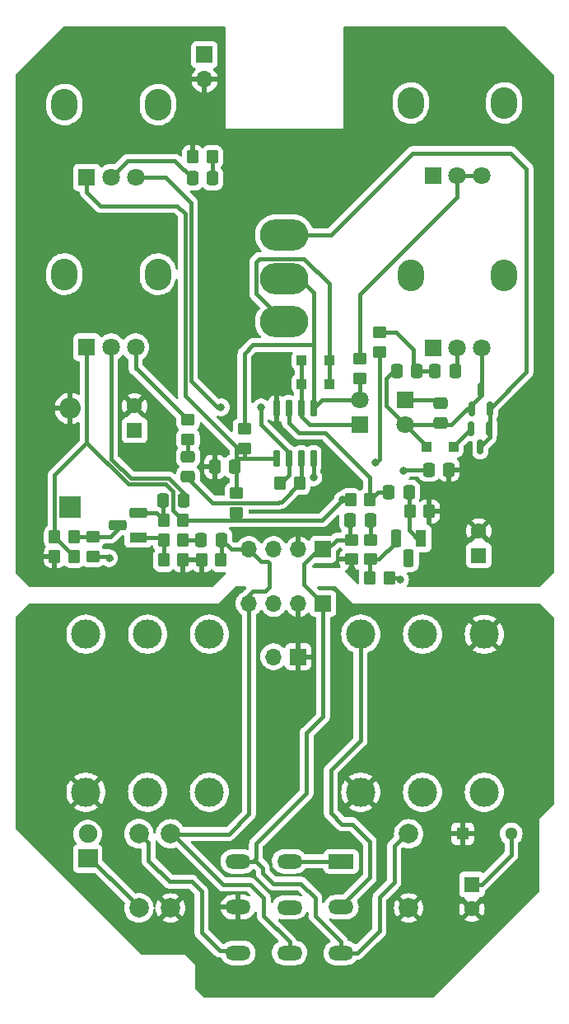
<source format=gbr>
%TF.GenerationSoftware,KiCad,Pcbnew,7.0.2-6a45011f42~172~ubuntu22.04.1*%
%TF.CreationDate,2023-05-30T10:17:06+01:00*%
%TF.ProjectId,GreenBean,47726565-6e42-4656-916e-2e6b69636164,rev?*%
%TF.SameCoordinates,Original*%
%TF.FileFunction,Copper,L1,Top*%
%TF.FilePolarity,Positive*%
%FSLAX46Y46*%
G04 Gerber Fmt 4.6, Leading zero omitted, Abs format (unit mm)*
G04 Created by KiCad (PCBNEW 7.0.2-6a45011f42~172~ubuntu22.04.1) date 2023-05-30 10:17:06*
%MOMM*%
%LPD*%
G01*
G04 APERTURE LIST*
G04 Aperture macros list*
%AMRoundRect*
0 Rectangle with rounded corners*
0 $1 Rounding radius*
0 $2 $3 $4 $5 $6 $7 $8 $9 X,Y pos of 4 corners*
0 Add a 4 corners polygon primitive as box body*
4,1,4,$2,$3,$4,$5,$6,$7,$8,$9,$2,$3,0*
0 Add four circle primitives for the rounded corners*
1,1,$1+$1,$2,$3*
1,1,$1+$1,$4,$5*
1,1,$1+$1,$6,$7*
1,1,$1+$1,$8,$9*
0 Add four rect primitives between the rounded corners*
20,1,$1+$1,$2,$3,$4,$5,0*
20,1,$1+$1,$4,$5,$6,$7,0*
20,1,$1+$1,$6,$7,$8,$9,0*
20,1,$1+$1,$8,$9,$2,$3,0*%
G04 Aperture macros list end*
%TA.AperFunction,ComponentPad*%
%ADD10R,2.600000X1.500000*%
%TD*%
%TA.AperFunction,ComponentPad*%
%ADD11O,2.600000X1.500000*%
%TD*%
%TA.AperFunction,ComponentPad*%
%ADD12C,3.000000*%
%TD*%
%TA.AperFunction,ComponentPad*%
%ADD13R,1.700000X1.700000*%
%TD*%
%TA.AperFunction,ComponentPad*%
%ADD14O,1.700000X1.700000*%
%TD*%
%TA.AperFunction,ComponentPad*%
%ADD15R,1.600000X1.600000*%
%TD*%
%TA.AperFunction,ComponentPad*%
%ADD16C,1.600000*%
%TD*%
%TA.AperFunction,ComponentPad*%
%ADD17R,2.000000X1.900000*%
%TD*%
%TA.AperFunction,ComponentPad*%
%ADD18C,1.900000*%
%TD*%
%TA.AperFunction,ComponentPad*%
%ADD19C,1.998980*%
%TD*%
%TA.AperFunction,ComponentPad*%
%ADD20R,1.300000X1.300000*%
%TD*%
%TA.AperFunction,ComponentPad*%
%ADD21C,1.300000*%
%TD*%
%TA.AperFunction,SMDPad,CuDef*%
%ADD22RoundRect,0.250000X-0.350000X-0.450000X0.350000X-0.450000X0.350000X0.450000X-0.350000X0.450000X0*%
%TD*%
%TA.AperFunction,ComponentPad*%
%ADD23O,5.000000X3.200000*%
%TD*%
%TA.AperFunction,ComponentPad*%
%ADD24R,1.800000X1.800000*%
%TD*%
%TA.AperFunction,ComponentPad*%
%ADD25C,1.800000*%
%TD*%
%TA.AperFunction,SMDPad,CuDef*%
%ADD26RoundRect,0.250000X0.350000X0.450000X-0.350000X0.450000X-0.350000X-0.450000X0.350000X-0.450000X0*%
%TD*%
%TA.AperFunction,SMDPad,CuDef*%
%ADD27RoundRect,0.250000X-0.450000X0.350000X-0.450000X-0.350000X0.450000X-0.350000X0.450000X0.350000X0*%
%TD*%
%TA.AperFunction,SMDPad,CuDef*%
%ADD28RoundRect,0.250000X-0.337500X-0.475000X0.337500X-0.475000X0.337500X0.475000X-0.337500X0.475000X0*%
%TD*%
%TA.AperFunction,SMDPad,CuDef*%
%ADD29RoundRect,0.150000X-0.150000X0.725000X-0.150000X-0.725000X0.150000X-0.725000X0.150000X0.725000X0*%
%TD*%
%TA.AperFunction,SMDPad,CuDef*%
%ADD30RoundRect,0.250000X-0.300000X-0.300000X0.300000X-0.300000X0.300000X0.300000X-0.300000X0.300000X0*%
%TD*%
%TA.AperFunction,SMDPad,CuDef*%
%ADD31RoundRect,0.250000X0.337500X0.475000X-0.337500X0.475000X-0.337500X-0.475000X0.337500X-0.475000X0*%
%TD*%
%TA.AperFunction,SMDPad,CuDef*%
%ADD32RoundRect,0.250000X0.300000X0.300000X-0.300000X0.300000X-0.300000X-0.300000X0.300000X-0.300000X0*%
%TD*%
%TA.AperFunction,ComponentPad*%
%ADD33O,2.720000X3.240000*%
%TD*%
%TA.AperFunction,SMDPad,CuDef*%
%ADD34RoundRect,0.250000X0.450000X-0.350000X0.450000X0.350000X-0.450000X0.350000X-0.450000X-0.350000X0*%
%TD*%
%TA.AperFunction,ComponentPad*%
%ADD35R,1.100000X1.800000*%
%TD*%
%TA.AperFunction,ComponentPad*%
%ADD36RoundRect,0.275000X0.275000X0.625000X-0.275000X0.625000X-0.275000X-0.625000X0.275000X-0.625000X0*%
%TD*%
%TA.AperFunction,SMDPad,CuDef*%
%ADD37RoundRect,0.250000X0.475000X-0.337500X0.475000X0.337500X-0.475000X0.337500X-0.475000X-0.337500X0*%
%TD*%
%TA.AperFunction,ComponentPad*%
%ADD38R,1.800000X1.100000*%
%TD*%
%TA.AperFunction,ComponentPad*%
%ADD39RoundRect,0.275000X0.625000X-0.275000X0.625000X0.275000X-0.625000X0.275000X-0.625000X-0.275000X0*%
%TD*%
%TA.AperFunction,SMDPad,CuDef*%
%ADD40RoundRect,0.150000X0.150000X-0.587500X0.150000X0.587500X-0.150000X0.587500X-0.150000X-0.587500X0*%
%TD*%
%TA.AperFunction,SMDPad,CuDef*%
%ADD41RoundRect,0.150000X-0.150000X0.587500X-0.150000X-0.587500X0.150000X-0.587500X0.150000X0.587500X0*%
%TD*%
%TA.AperFunction,ComponentPad*%
%ADD42R,2.200000X2.200000*%
%TD*%
%TA.AperFunction,ComponentPad*%
%ADD43O,2.200000X2.200000*%
%TD*%
%TA.AperFunction,ViaPad*%
%ADD44C,0.800000*%
%TD*%
%TA.AperFunction,Conductor*%
%ADD45C,0.400000*%
%TD*%
G04 APERTURE END LIST*
D10*
%TO.P,SW1,1,A*%
%TO.N,Net-(SW1A-A)*%
X148550000Y-137825000D03*
D11*
%TO.P,SW1,2,A*%
X143250000Y-137825000D03*
%TO.P,SW1,3,A*%
%TO.N,I*%
X137950000Y-137825000D03*
%TO.P,SW1,4,B*%
%TO.N,Net-(SW1A-B)*%
X148550000Y-142525000D03*
%TO.P,SW1,5,B*%
%TO.N,Net-(SW1B-B)*%
X143250000Y-142550000D03*
%TO.P,SW1,6,B*%
%TO.N,GND*%
X137950000Y-142525000D03*
%TO.P,SW1,7,C*%
%TO.N,I*%
X148550000Y-147225000D03*
%TO.P,SW1,8,C*%
%TO.N,O*%
X143250000Y-147225000D03*
%TO.P,SW1,9,C*%
%TO.N,Net-(SW1C-C)*%
X137950000Y-147225000D03*
%TD*%
D12*
%TO.P,J3,R*%
%TO.N,unconnected-(J3-PadR)*%
X128660000Y-130730000D03*
%TO.P,J3,RN*%
%TO.N,unconnected-(J3-PadRN)*%
X128660000Y-114500000D03*
%TO.P,J3,S*%
%TO.N,GND*%
X122310000Y-130730000D03*
%TO.P,J3,SN*%
%TO.N,unconnected-(J3-PadSN)*%
X122310000Y-114500000D03*
%TO.P,J3,T*%
%TO.N,Net-(SW1B-B)*%
X135010000Y-130730000D03*
%TO.P,J3,TN*%
%TO.N,unconnected-(J3-PadTN)*%
X135010000Y-114500000D03*
%TD*%
D13*
%TO.P,J1,1,P1*%
%TO.N,+9V*%
X134510000Y-55000000D03*
D14*
%TO.P,J1,2,P2*%
%TO.N,GND*%
X134510000Y-57540000D03*
%TD*%
D13*
%TO.P,JOVGI1,1,P1*%
%TO.N,I*%
X146700000Y-111350000D03*
D14*
%TO.P,JOVGI1,2,P2*%
%TO.N,GND*%
X144160000Y-111350000D03*
%TO.P,JOVGI1,3,P3*%
%TO.N,+9V*%
X141620000Y-111350000D03*
%TO.P,JOVGI1,4,P4*%
%TO.N,O*%
X139080000Y-111350000D03*
%TD*%
D13*
%TO.P,JOVGI2,1,P1*%
%TO.N,I*%
X146700000Y-105800000D03*
D14*
%TO.P,JOVGI2,2,P2*%
%TO.N,GND*%
X144160000Y-105800000D03*
%TO.P,JOVGI2,3,P3*%
%TO.N,+9V*%
X141620000Y-105800000D03*
%TO.P,JOVGI2,4,P4*%
%TO.N,O*%
X139080000Y-105800000D03*
%TD*%
D15*
%TO.P,C2,1*%
%TO.N,+9V*%
X162000000Y-140200000D03*
D16*
%TO.P,C2,2*%
%TO.N,GND*%
X162000000Y-142700000D03*
%TD*%
D17*
%TO.P,D1,1,K*%
%TO.N,Net-(D1-K)*%
X122500000Y-137540000D03*
D18*
%TO.P,D1,2,A*%
%TO.N,+9V*%
X122500000Y-135000000D03*
%TD*%
D19*
%TO.P,R1,1*%
%TO.N,I*%
X155500000Y-135000000D03*
%TO.P,R1,2*%
%TO.N,GND*%
X155500000Y-142620000D03*
%TD*%
%TO.P,R2,1*%
%TO.N,Net-(D1-K)*%
X127760000Y-142600000D03*
%TO.P,R2,2*%
%TO.N,Net-(SW1C-C)*%
X127760000Y-134980000D03*
%TD*%
%TO.P,R3,1*%
%TO.N,O*%
X131010000Y-135000000D03*
%TO.P,R3,2*%
%TO.N,GND*%
X131010000Y-142620000D03*
%TD*%
D20*
%TO.P,C1,1*%
%TO.N,GND*%
X161050000Y-135000000D03*
D21*
%TO.P,C1,2*%
%TO.N,+9V*%
X166050000Y-135000000D03*
%TD*%
D13*
%TO.P,J4,1,P1*%
%TO.N,GND*%
X144140000Y-116810000D03*
D14*
%TO.P,J4,2,P2*%
%TO.N,+9V*%
X141600000Y-116810000D03*
%TD*%
D12*
%TO.P,J2,R*%
%TO.N,unconnected-(J2-PadR)*%
X156925000Y-114500000D03*
%TO.P,J2,RN*%
%TO.N,unconnected-(J2-PadRN)*%
X156925000Y-130730000D03*
%TO.P,J2,S*%
%TO.N,GND*%
X163275000Y-114500000D03*
%TO.P,J2,SN*%
%TO.N,unconnected-(J2-PadSN)*%
X163275000Y-130730000D03*
%TO.P,J2,T*%
%TO.N,Net-(SW1A-B)*%
X150575000Y-114500000D03*
%TO.P,J2,TN*%
%TO.N,GND*%
X150575000Y-130730000D03*
%TD*%
D22*
%TO.P,R14,1*%
%TO.N,Net-(U1B--)*%
X142310000Y-99000000D03*
%TO.P,R14,2*%
%TO.N,Net-(C11-Pad1)*%
X144310000Y-99000000D03*
%TD*%
D23*
%TO.P,SW2,1,1*%
%TO.N,Net-(D4-K)*%
X142710000Y-82400000D03*
%TO.P,SW2,2,2*%
%TO.N,B*%
X142710000Y-77950000D03*
%TO.P,SW2,3,3*%
%TO.N,Net-(Q2-D)*%
X142710000Y-73500000D03*
%TD*%
D24*
%TO.P,D6,1,K*%
%TO.N,A*%
X150510000Y-92975000D03*
D25*
%TO.P,D6,2,A*%
%TO.N,B*%
X150510000Y-90435000D03*
%TD*%
D26*
%TO.P,R19,1*%
%TO.N,GND*%
X132310000Y-106900000D03*
%TO.P,R19,2*%
%TO.N,Net-(Q4-E)*%
X130310000Y-106900000D03*
%TD*%
D24*
%TO.P,D3,1,K*%
%TO.N,B*%
X155110000Y-90425000D03*
D25*
%TO.P,D3,2,A*%
%TO.N,A*%
X155110000Y-92965000D03*
%TD*%
D27*
%TO.P,R12,1*%
%TO.N,Net-(U1B-+)*%
X137810000Y-100000000D03*
%TO.P,R12,2*%
%TO.N,VB*%
X137810000Y-102000000D03*
%TD*%
D28*
%TO.P,C8,1*%
%TO.N,GND*%
X135572500Y-97300000D03*
%TO.P,C8,2*%
%TO.N,Net-(U1B-+)*%
X137647500Y-97300000D03*
%TD*%
D22*
%TO.P,R22,1*%
%TO.N,GND*%
X134210000Y-106900000D03*
%TO.P,R22,2*%
%TO.N,O*%
X136210000Y-106900000D03*
%TD*%
D29*
%TO.P,U1,1*%
%TO.N,B*%
X145715000Y-91325000D03*
%TO.P,U1,2,-*%
%TO.N,A*%
X144445000Y-91325000D03*
%TO.P,U1,3,+*%
%TO.N,Net-(U1A-+)*%
X143175000Y-91325000D03*
%TO.P,U1,4,V-*%
%TO.N,GND*%
X141905000Y-91325000D03*
%TO.P,U1,5,+*%
%TO.N,Net-(U1B-+)*%
X141905000Y-96475000D03*
%TO.P,U1,6,-*%
%TO.N,Net-(U1B--)*%
X143175000Y-96475000D03*
%TO.P,U1,7*%
%TO.N,Net-(C11-Pad1)*%
X144445000Y-96475000D03*
%TO.P,U1,8,V+*%
%TO.N,VC*%
X145715000Y-96475000D03*
%TD*%
D27*
%TO.P,R20,1*%
%TO.N,VC*%
X123010000Y-104500000D03*
%TO.P,R20,2*%
%TO.N,+9V*%
X123010000Y-106500000D03*
%TD*%
D30*
%TO.P,D5,1,K*%
%TO.N,A*%
X144510000Y-88800000D03*
%TO.P,D5,2,A*%
%TO.N,Net-(D4-K)*%
X147310000Y-88800000D03*
%TD*%
D31*
%TO.P,C4,1*%
%TO.N,Net-(Q1-E)*%
X155547500Y-99900000D03*
%TO.P,C4,2*%
%TO.N,Net-(U1A-+)*%
X153472500Y-99900000D03*
%TD*%
D32*
%TO.P,D4,1,K*%
%TO.N,Net-(D4-K)*%
X147310000Y-86400000D03*
%TO.P,D4,2,A*%
%TO.N,A*%
X144510000Y-86400000D03*
%TD*%
D33*
%TO.P,LOW1,*%
%TO.N,*%
X155710000Y-77625000D03*
X165310000Y-77625000D03*
D24*
%TO.P,LOW1,1,1*%
%TO.N,unconnected-(LOW1-Pad1)*%
X158010000Y-85125000D03*
D25*
%TO.P,LOW1,2,2*%
%TO.N,Net-(C5-Pad2)*%
X160510000Y-85125000D03*
%TO.P,LOW1,3,3*%
%TO.N,A*%
X163010000Y-85125000D03*
%TD*%
D33*
%TO.P,TONE1,*%
%TO.N,*%
X120110000Y-60100000D03*
X129710000Y-60100000D03*
D24*
%TO.P,TONE1,1,1*%
%TO.N,Net-(U1B-+)*%
X122410000Y-67600000D03*
D25*
%TO.P,TONE1,2,2*%
%TO.N,Net-(C9-Pad2)*%
X124910000Y-67600000D03*
%TO.P,TONE1,3,3*%
%TO.N,Net-(U1B--)*%
X127410000Y-67600000D03*
%TD*%
D15*
%TO.P,C13,1*%
%TO.N,VC*%
X127310000Y-93552651D03*
D16*
%TO.P,C13,2*%
%TO.N,GND*%
X127310000Y-91052651D03*
%TD*%
D31*
%TO.P,C6,1*%
%TO.N,Net-(C5-Pad1)*%
X156347500Y-87500000D03*
%TO.P,C6,2*%
%TO.N,A*%
X154272500Y-87500000D03*
%TD*%
D26*
%TO.P,R7,1*%
%TO.N,GND*%
X157610000Y-101900000D03*
%TO.P,R7,2*%
%TO.N,Net-(Q1-E)*%
X155610000Y-101900000D03*
%TD*%
D28*
%TO.P,C3,1*%
%TO.N,I*%
X149472500Y-102800000D03*
%TO.P,C3,2*%
%TO.N,Net-(C3-Pad2)*%
X151547500Y-102800000D03*
%TD*%
D27*
%TO.P,R11,1*%
%TO.N,B*%
X138610000Y-93400000D03*
%TO.P,R11,2*%
%TO.N,Net-(U1B-+)*%
X138610000Y-95400000D03*
%TD*%
D33*
%TO.P,DRIVE1,*%
%TO.N,*%
X155710000Y-59935000D03*
X165310000Y-59935000D03*
D24*
%TO.P,DRIVE1,1,1*%
%TO.N,A*%
X158010000Y-67435000D03*
D25*
%TO.P,DRIVE1,2,2*%
%TO.N,Net-(DRIVE1-Pad2)*%
X160510000Y-67435000D03*
%TO.P,DRIVE1,3,3*%
X163010000Y-67435000D03*
%TD*%
D22*
%TO.P,R13,1*%
%TO.N,GND*%
X133310000Y-65500000D03*
%TO.P,R13,2*%
%TO.N,Net-(C9-Pad1)*%
X135310000Y-65500000D03*
%TD*%
D31*
%TO.P,C12,1*%
%TO.N,GND*%
X159647500Y-97600000D03*
%TO.P,C12,2*%
%TO.N,VC*%
X157572500Y-97600000D03*
%TD*%
D34*
%TO.P,R5,1*%
%TO.N,Net-(Q1-B)*%
X151610000Y-106800000D03*
%TO.P,R5,2*%
%TO.N,Net-(C3-Pad2)*%
X151610000Y-104800000D03*
%TD*%
D31*
%TO.P,C9,1*%
%TO.N,Net-(C9-Pad1)*%
X135347500Y-67700000D03*
%TO.P,C9,2*%
%TO.N,Net-(C9-Pad2)*%
X133272500Y-67700000D03*
%TD*%
D26*
%TO.P,R9,1*%
%TO.N,Net-(U1A-+)*%
X151510000Y-100700000D03*
%TO.P,R9,2*%
%TO.N,VB*%
X149510000Y-100700000D03*
%TD*%
D35*
%TO.P,Q1,1,E*%
%TO.N,Net-(Q1-E)*%
X156760000Y-104650000D03*
D36*
%TO.P,Q1,2,C*%
%TO.N,VC*%
X155490000Y-106720000D03*
%TO.P,Q1,3,B*%
%TO.N,Net-(Q1-B)*%
X154220000Y-104650000D03*
%TD*%
D22*
%TO.P,R6,1*%
%TO.N,Net-(Q1-B)*%
X151510000Y-108700000D03*
%TO.P,R6,2*%
%TO.N,VB*%
X153510000Y-108700000D03*
%TD*%
%TO.P,R16,1*%
%TO.N,VB*%
X119110000Y-104500000D03*
%TO.P,R16,2*%
%TO.N,VC*%
X121110000Y-104500000D03*
%TD*%
D15*
%TO.P,C10,1*%
%TO.N,VB*%
X162710000Y-106400000D03*
D16*
%TO.P,C10,2*%
%TO.N,GND*%
X162710000Y-103900000D03*
%TD*%
D22*
%TO.P,R18,1*%
%TO.N,Net-(Q4-B)*%
X130310000Y-102800000D03*
%TO.P,R18,2*%
%TO.N,VB*%
X132310000Y-102800000D03*
%TD*%
D37*
%TO.P,C11,1*%
%TO.N,Net-(C11-Pad1)*%
X132810000Y-98337500D03*
%TO.P,C11,2*%
%TO.N,Net-(C11-Pad2)*%
X132810000Y-96262500D03*
%TD*%
D31*
%TO.P,C14,1*%
%TO.N,Net-(C14-Pad1)*%
X132347500Y-100800000D03*
%TO.P,C14,2*%
%TO.N,Net-(Q4-B)*%
X130272500Y-100800000D03*
%TD*%
D28*
%TO.P,C5,1*%
%TO.N,Net-(C5-Pad1)*%
X158210000Y-87500000D03*
%TO.P,C5,2*%
%TO.N,Net-(C5-Pad2)*%
X160285000Y-87500000D03*
%TD*%
D22*
%TO.P,R21,1*%
%TO.N,Net-(Q4-E)*%
X130310000Y-104800000D03*
%TO.P,R21,2*%
%TO.N,Net-(C15-Pad1)*%
X132310000Y-104800000D03*
%TD*%
D38*
%TO.P,Q4,1,E*%
%TO.N,Net-(Q4-E)*%
X127680000Y-104570000D03*
D39*
%TO.P,Q4,2,C*%
%TO.N,VC*%
X125610000Y-103300000D03*
%TO.P,Q4,3,B*%
%TO.N,Net-(Q4-B)*%
X127680000Y-102030000D03*
%TD*%
D40*
%TO.P,Q5,1,G*%
%TO.N,A*%
X161960000Y-91337500D03*
%TO.P,Q5,2,S*%
%TO.N,Net-(Q2-D)*%
X163860000Y-91337500D03*
%TO.P,Q5,3,D*%
%TO.N,A*%
X162910000Y-89462500D03*
%TD*%
D34*
%TO.P,R8,1*%
%TO.N,VB*%
X152510000Y-85500000D03*
%TO.P,R8,2*%
%TO.N,Net-(C5-Pad1)*%
X152510000Y-83500000D03*
%TD*%
D33*
%TO.P,VOL1,*%
%TO.N,*%
X120110000Y-77525000D03*
X129710000Y-77525000D03*
D24*
%TO.P,VOL1,1,1*%
%TO.N,VB*%
X122410000Y-85025000D03*
D25*
%TO.P,VOL1,2,2*%
%TO.N,Net-(C14-Pad1)*%
X124910000Y-85025000D03*
%TO.P,VOL1,3,3*%
%TO.N,Net-(R17-Pad2)*%
X127410000Y-85025000D03*
%TD*%
D27*
%TO.P,R10,1*%
%TO.N,Net-(DRIVE1-Pad2)*%
X150510000Y-86200000D03*
%TO.P,R10,2*%
%TO.N,B*%
X150510000Y-88200000D03*
%TD*%
D37*
%TO.P,C7,1*%
%TO.N,A*%
X158810000Y-92837500D03*
%TO.P,C7,2*%
%TO.N,B*%
X158810000Y-90762500D03*
%TD*%
D28*
%TO.P,C15,1*%
%TO.N,Net-(C15-Pad1)*%
X134172500Y-104800000D03*
%TO.P,C15,2*%
%TO.N,O*%
X136247500Y-104800000D03*
%TD*%
D41*
%TO.P,Q2,1,G*%
%TO.N,Net-(Q2-D)*%
X163810000Y-93400000D03*
%TO.P,Q2,2,S*%
%TO.N,Net-(D2-K)*%
X161910000Y-93400000D03*
%TO.P,Q2,3,D*%
%TO.N,Net-(Q2-D)*%
X162860000Y-95275000D03*
%TD*%
D34*
%TO.P,R17,1*%
%TO.N,Net-(C11-Pad2)*%
X132810000Y-94500000D03*
%TO.P,R17,2*%
%TO.N,Net-(R17-Pad2)*%
X132810000Y-92500000D03*
%TD*%
D32*
%TO.P,D2,1,K*%
%TO.N,Net-(D2-K)*%
X160110000Y-95300000D03*
%TO.P,D2,2,A*%
%TO.N,A*%
X157310000Y-95300000D03*
%TD*%
D22*
%TO.P,R15,1*%
%TO.N,GND*%
X119110000Y-106500000D03*
%TO.P,R15,2*%
%TO.N,VB*%
X121110000Y-106500000D03*
%TD*%
D34*
%TO.P,R4,1*%
%TO.N,GND*%
X149610000Y-106800000D03*
%TO.P,R4,2*%
%TO.N,I*%
X149610000Y-104800000D03*
%TD*%
D42*
%TO.P,D7,1,K*%
%TO.N,VC*%
X120710000Y-101480000D03*
D43*
%TO.P,D7,2,A*%
%TO.N,GND*%
X120710000Y-91320000D03*
%TD*%
D44*
%TO.N,GND*%
X134910000Y-94300000D03*
X140210000Y-86300000D03*
X144510000Y-101500000D03*
X145110000Y-104000000D03*
X149610000Y-107800000D03*
%TO.N,+9V*%
X124710000Y-106700000D03*
%TO.N,VB*%
X148710000Y-100700000D03*
X152110000Y-96900000D03*
X154610000Y-108900000D03*
%TO.N,VC*%
X145710000Y-98400000D03*
X154960000Y-97750000D03*
%TO.N,Net-(U1B--)*%
X140310000Y-91200000D03*
X136210000Y-91200000D03*
%TD*%
D45*
%TO.N,+9V*%
X162000000Y-140200000D02*
X163000000Y-140200000D01*
X124710000Y-106500000D02*
X124910000Y-106700000D01*
X163000000Y-140200000D02*
X166050000Y-137150000D01*
X166050000Y-137150000D02*
X166050000Y-135919238D01*
X166050000Y-135919238D02*
X166050000Y-135000000D01*
X124910000Y-106700000D02*
X124710000Y-106700000D01*
X123010000Y-106500000D02*
X124710000Y-106500000D01*
%TO.N,Net-(D1-K)*%
X126750511Y-141500511D02*
X127750000Y-142500000D01*
X122500000Y-137500000D02*
X122750000Y-137500000D01*
X122750000Y-137500000D02*
X126750511Y-141500511D01*
%TO.N,O*%
X139080000Y-111350000D02*
X139080000Y-132920000D01*
X141190000Y-109620000D02*
X140760000Y-110050000D01*
X139080000Y-105800000D02*
X140330000Y-107050000D01*
X140760000Y-110050000D02*
X139510000Y-110050000D01*
X141010000Y-107050000D02*
X141190000Y-107230000D01*
X131000000Y-135020000D02*
X131220000Y-135020000D01*
X137247500Y-105800000D02*
X136247500Y-104800000D01*
X140600000Y-143425000D02*
X143250000Y-146075000D01*
X136980000Y-135020000D02*
X131000000Y-135020000D01*
X136247500Y-104800000D02*
X136247500Y-106862500D01*
X139080000Y-132920000D02*
X136980000Y-135020000D01*
X139510000Y-110050000D02*
X139080000Y-110480000D01*
X139080000Y-110480000D02*
X139080000Y-111350000D01*
X140330000Y-107050000D02*
X141010000Y-107050000D01*
X132079489Y-135879489D02*
X136400000Y-140200000D01*
X139080000Y-105800000D02*
X137247500Y-105800000D01*
X143250000Y-146075000D02*
X143250000Y-147225000D01*
X131220000Y-135020000D02*
X132079489Y-135879489D01*
X140600000Y-141600000D02*
X140600000Y-143425000D01*
X141190000Y-107230000D02*
X141190000Y-109620000D01*
X139200000Y-140200000D02*
X140600000Y-141600000D01*
X136247500Y-106862500D02*
X136210000Y-106900000D01*
X136400000Y-140200000D02*
X139200000Y-140200000D01*
%TO.N,I*%
X148550000Y-146075000D02*
X145900000Y-143425000D01*
X151925000Y-145575000D02*
X152500000Y-145000000D01*
X148550000Y-147225000D02*
X148550000Y-146075000D01*
X152500000Y-145000000D02*
X152500000Y-141500000D01*
X146700000Y-111350000D02*
X146700000Y-115620000D01*
X141600000Y-140100000D02*
X140500000Y-139000000D01*
X145000000Y-130800000D02*
X145000000Y-124640000D01*
X139800000Y-137525000D02*
X139800000Y-136000000D01*
X151900000Y-145575000D02*
X151925000Y-145575000D01*
X145000000Y-124640000D02*
X146700000Y-122940000D01*
X154000000Y-140000000D02*
X154000000Y-136250000D01*
X139825000Y-137825000D02*
X139500000Y-137825000D01*
X148110000Y-104800000D02*
X149610000Y-104800000D01*
X139800000Y-136000000D02*
X145000000Y-130800000D01*
X140500000Y-138500000D02*
X139825000Y-137825000D01*
X147110000Y-105800000D02*
X148110000Y-104800000D01*
X154000000Y-136250000D02*
X155500000Y-134750000D01*
X146260000Y-105800000D02*
X144760000Y-107300000D01*
X146700000Y-105800000D02*
X146260000Y-105800000D01*
X146700000Y-105800000D02*
X147110000Y-105800000D01*
X149472500Y-102800000D02*
X149472500Y-104662500D01*
X149472500Y-104662500D02*
X149610000Y-104800000D01*
X140500000Y-139000000D02*
X140500000Y-138500000D01*
X145900000Y-141600000D02*
X144400000Y-140100000D01*
X144760000Y-107300000D02*
X144760000Y-109410000D01*
X150250000Y-147225000D02*
X151900000Y-145575000D01*
X137950000Y-137825000D02*
X139500000Y-137825000D01*
X148550000Y-147225000D02*
X150250000Y-147225000D01*
X144400000Y-140100000D02*
X141600000Y-140100000D01*
X139500000Y-137825000D02*
X139800000Y-137525000D01*
X144760000Y-109410000D02*
X146700000Y-111350000D01*
X146700000Y-115620000D02*
X146700000Y-122940000D01*
X145900000Y-143425000D02*
X145900000Y-141600000D01*
X152500000Y-141500000D02*
X154000000Y-140000000D01*
%TO.N,Net-(SW1C-C)*%
X133200000Y-139900000D02*
X134200000Y-140900000D01*
X130900000Y-139900000D02*
X133200000Y-139900000D01*
X137725000Y-147000000D02*
X137950000Y-147225000D01*
X128749489Y-137749489D02*
X130900000Y-139900000D01*
X128749489Y-135879489D02*
X128749489Y-137749489D01*
X134200000Y-140900000D02*
X134200000Y-145100000D01*
X127750000Y-135000000D02*
X127870000Y-135000000D01*
X127870000Y-135000000D02*
X128749489Y-135879489D01*
X134200000Y-145100000D02*
X136100000Y-147000000D01*
X136100000Y-147000000D02*
X137725000Y-147000000D01*
%TO.N,Net-(C3-Pad2)*%
X151547500Y-102800000D02*
X151547500Y-104737500D01*
X151547500Y-104737500D02*
X151610000Y-104800000D01*
%TO.N,Net-(Q1-E)*%
X155547500Y-99900000D02*
X155547500Y-103837500D01*
X155547500Y-103837500D02*
X156760000Y-105050000D01*
%TO.N,Net-(U1A-+)*%
X152310000Y-99900000D02*
X151510000Y-100700000D01*
X151510000Y-98400000D02*
X146910000Y-93800000D01*
X144210000Y-93800000D02*
X143175000Y-92765000D01*
X143175000Y-92765000D02*
X143175000Y-91325000D01*
X146910000Y-93800000D02*
X144210000Y-93800000D01*
X151510000Y-100700000D02*
X151510000Y-98400000D01*
X153472500Y-99900000D02*
X152310000Y-99900000D01*
%TO.N,Net-(SW1A-A)*%
X143250000Y-137825000D02*
X144950000Y-137825000D01*
X144950000Y-137825000D02*
X148550000Y-137825000D01*
%TO.N,Net-(SW1A-B)*%
X150550000Y-125420000D02*
X150550000Y-114530000D01*
X151500000Y-139500000D02*
X151500000Y-135820000D01*
X148660000Y-134010000D02*
X147480000Y-132830000D01*
X149275000Y-142525000D02*
X148550000Y-142525000D01*
X148550000Y-142450000D02*
X151500000Y-139500000D01*
X148550000Y-142525000D02*
X148550000Y-142450000D01*
X149690000Y-134010000D02*
X148660000Y-134010000D01*
X147480000Y-132830000D02*
X147480000Y-128490000D01*
X147480000Y-128490000D02*
X150550000Y-125420000D01*
X151500000Y-135820000D02*
X149690000Y-134010000D01*
%TO.N,Net-(C5-Pad1)*%
X156010000Y-87162500D02*
X156347500Y-87500000D01*
X154210000Y-83500000D02*
X156010000Y-85300000D01*
X156010000Y-85300000D02*
X156010000Y-87162500D01*
X152510000Y-83500000D02*
X154210000Y-83500000D01*
X156347500Y-87500000D02*
X158210000Y-87500000D01*
%TO.N,Net-(C5-Pad2)*%
X160510000Y-85125000D02*
X160510000Y-87275000D01*
X160510000Y-87275000D02*
X160285000Y-87500000D01*
%TO.N,A*%
X145335000Y-92975000D02*
X145310000Y-93000000D01*
X158682500Y-92965000D02*
X158810000Y-92837500D01*
X144445000Y-88865000D02*
X144510000Y-88800000D01*
X144510000Y-88800000D02*
X144510000Y-86400000D01*
X163010000Y-89900000D02*
X159910000Y-93000000D01*
X158972500Y-93000000D02*
X158810000Y-92837500D01*
X159910000Y-93000000D02*
X158972500Y-93000000D01*
X145310000Y-93000000D02*
X144445000Y-92135000D01*
X157310000Y-95165000D02*
X155110000Y-92965000D01*
X163010000Y-85125000D02*
X163010000Y-89900000D01*
X154272500Y-87500000D02*
X153910000Y-87500000D01*
X157310000Y-95300000D02*
X157310000Y-95165000D01*
X150510000Y-92975000D02*
X145335000Y-92975000D01*
X144445000Y-91325000D02*
X144445000Y-88865000D01*
X144445000Y-92135000D02*
X144445000Y-91325000D01*
X153210000Y-91065000D02*
X155110000Y-92965000D01*
X155110000Y-92965000D02*
X158682500Y-92965000D01*
X153210000Y-88200000D02*
X153210000Y-91065000D01*
X153910000Y-87500000D02*
X153210000Y-88200000D01*
%TO.N,B*%
X145715000Y-91325000D02*
X146605000Y-90435000D01*
X145715000Y-84700000D02*
X145715000Y-79405000D01*
X138610000Y-85700000D02*
X139510000Y-84800000D01*
X145615000Y-84800000D02*
X145715000Y-84700000D01*
X158472500Y-90425000D02*
X158810000Y-90762500D01*
X144260000Y-77950000D02*
X142710000Y-77950000D01*
X150510000Y-88200000D02*
X150510000Y-90435000D01*
X138610000Y-93400000D02*
X138610000Y-85700000D01*
X139510000Y-84800000D02*
X145615000Y-84800000D01*
X145715000Y-91325000D02*
X145715000Y-84700000D01*
X145715000Y-79405000D02*
X144260000Y-77950000D01*
X146605000Y-90435000D02*
X150510000Y-90435000D01*
X155110000Y-90425000D02*
X158472500Y-90425000D01*
%TO.N,Net-(U1B-+)*%
X122410000Y-69100000D02*
X122410000Y-67600000D01*
X141905000Y-96475000D02*
X138510000Y-96475000D01*
X138610000Y-96375000D02*
X138510000Y-96475000D01*
X132510000Y-90000000D02*
X132510000Y-71300000D01*
X137710000Y-97800000D02*
X137810000Y-97700000D01*
X123810000Y-70500000D02*
X122410000Y-69100000D01*
X138510000Y-96475000D02*
X137785000Y-96475000D01*
X132510000Y-71300000D02*
X131710000Y-70500000D01*
X137810000Y-97700000D02*
X137810000Y-96500000D01*
X137785000Y-95275000D02*
X132510000Y-90000000D01*
X137785000Y-96475000D02*
X137785000Y-95275000D01*
X137810000Y-96500000D02*
X137785000Y-96475000D01*
X137810000Y-100000000D02*
X137810000Y-97700000D01*
X131710000Y-70500000D02*
X123810000Y-70500000D01*
X138610000Y-95400000D02*
X138610000Y-96375000D01*
%TO.N,Net-(C9-Pad1)*%
X135310000Y-67662500D02*
X135347500Y-67700000D01*
X135310000Y-65500000D02*
X135310000Y-67662500D01*
%TO.N,Net-(C9-Pad2)*%
X124910000Y-67600000D02*
X126610000Y-65900000D01*
X126610000Y-65900000D02*
X131472500Y-65900000D01*
X131472500Y-65900000D02*
X133272500Y-67700000D01*
%TO.N,VB*%
X153510000Y-108700000D02*
X154410000Y-108700000D01*
X130510000Y-99100000D02*
X126661472Y-99100000D01*
X154410000Y-108700000D02*
X154610000Y-108900000D01*
X152510000Y-96500000D02*
X152110000Y-96900000D01*
X152510000Y-85500000D02*
X152510000Y-96500000D01*
X137810000Y-102800000D02*
X132310000Y-102800000D01*
X146610000Y-102800000D02*
X137810000Y-102800000D01*
X122410000Y-94848528D02*
X122410000Y-85025000D01*
X126661472Y-99100000D02*
X122410000Y-94848528D01*
X149510000Y-100700000D02*
X148710000Y-100700000D01*
X121110000Y-106500000D02*
X119110000Y-104500000D01*
X131260000Y-99850000D02*
X130510000Y-99100000D01*
X137810000Y-102000000D02*
X137810000Y-102800000D01*
X119110000Y-98148528D02*
X122410000Y-94848528D01*
X131260000Y-101750000D02*
X131260000Y-99850000D01*
X148710000Y-100700000D02*
X146610000Y-102800000D01*
X119110000Y-104500000D02*
X119110000Y-98148528D01*
X132310000Y-102800000D02*
X131260000Y-101750000D01*
%TO.N,Net-(C11-Pad1)*%
X142210000Y-100900000D02*
X142410000Y-100900000D01*
X142410000Y-100900000D02*
X144310000Y-99000000D01*
X135310000Y-101000000D02*
X142110000Y-101000000D01*
X144445000Y-96475000D02*
X144445000Y-98865000D01*
X132810000Y-98337500D02*
X132810000Y-98500000D01*
X132810000Y-98500000D02*
X135310000Y-101000000D01*
X144445000Y-98865000D02*
X144310000Y-99000000D01*
X142110000Y-101000000D02*
X142210000Y-100900000D01*
%TO.N,Net-(C11-Pad2)*%
X132810000Y-94500000D02*
X132810000Y-96262500D01*
%TO.N,VC*%
X154910000Y-97600000D02*
X154960000Y-97650000D01*
X124810000Y-104500000D02*
X126010000Y-103300000D01*
X154960000Y-97650000D02*
X154960000Y-97750000D01*
X121110000Y-104500000D02*
X124810000Y-104500000D01*
X145715000Y-98095000D02*
X145715000Y-96475000D01*
X145710000Y-98400000D02*
X145710000Y-98100000D01*
X145710000Y-98100000D02*
X145715000Y-98095000D01*
X157572500Y-97600000D02*
X154910000Y-97600000D01*
%TO.N,Net-(C14-Pad1)*%
X124910000Y-96500000D02*
X124910000Y-85025000D01*
X132347500Y-100800000D02*
X132347500Y-100037500D01*
X126910000Y-98500000D02*
X124910000Y-96500000D01*
X132347500Y-100037500D02*
X130810000Y-98500000D01*
X130810000Y-98500000D02*
X126910000Y-98500000D01*
%TO.N,Net-(Q4-B)*%
X130272500Y-100800000D02*
X130272500Y-102762500D01*
X127280000Y-102030000D02*
X129540000Y-102030000D01*
X130272500Y-102762500D02*
X130310000Y-102800000D01*
X129540000Y-102030000D02*
X130310000Y-102800000D01*
%TO.N,Net-(C15-Pad1)*%
X134172500Y-104800000D02*
X132310000Y-104800000D01*
%TO.N,Net-(D2-K)*%
X160110000Y-95200000D02*
X161910000Y-93400000D01*
X160110000Y-95300000D02*
X160110000Y-95200000D01*
%TO.N,Net-(D4-K)*%
X139810000Y-79500000D02*
X139810000Y-76299999D01*
X144760000Y-75950000D02*
X147310000Y-78500000D01*
X140159999Y-75950000D02*
X144760000Y-75950000D01*
X147310000Y-78500000D02*
X147310000Y-88800000D01*
X142710000Y-82400000D02*
X139810000Y-79500000D01*
X139810000Y-76299999D02*
X140159999Y-75950000D01*
%TO.N,Net-(DRIVE1-Pad2)*%
X163010000Y-67435000D02*
X160510000Y-67435000D01*
X160510000Y-69600000D02*
X150510000Y-79600000D01*
X160510000Y-67435000D02*
X160510000Y-69600000D01*
X150510000Y-79600000D02*
X150510000Y-86200000D01*
%TO.N,Net-(Q1-B)*%
X151510000Y-108700000D02*
X151510000Y-106900000D01*
X151610000Y-106800000D02*
X152470000Y-106800000D01*
X151510000Y-106900000D02*
X151610000Y-106800000D01*
X152470000Y-106800000D02*
X154220000Y-105050000D01*
%TO.N,Net-(Q4-E)*%
X130310000Y-104800000D02*
X130310000Y-106900000D01*
X130080000Y-104570000D02*
X130310000Y-104800000D01*
X127280000Y-104570000D02*
X130080000Y-104570000D01*
%TO.N,Net-(U1B--)*%
X133110000Y-70200000D02*
X133110000Y-88500000D01*
X127410000Y-67600000D02*
X130510000Y-67600000D01*
X133110000Y-88500000D02*
X135810000Y-91200000D01*
X143175000Y-96475000D02*
X143175000Y-95865000D01*
X143175000Y-96475000D02*
X143175000Y-98135000D01*
X143175000Y-98135000D02*
X142310000Y-99000000D01*
X143175000Y-95865000D02*
X140310000Y-93000000D01*
X135810000Y-91200000D02*
X136210000Y-91200000D01*
X130510000Y-67600000D02*
X133110000Y-70200000D01*
X140310000Y-93000000D02*
X140310000Y-91200000D01*
%TO.N,Net-(R17-Pad2)*%
X127410000Y-87200000D02*
X127510000Y-87200000D01*
X127410000Y-85025000D02*
X127410000Y-87200000D01*
X127510000Y-87200000D02*
X132810000Y-92500000D01*
%TO.N,Net-(Q2-D)*%
X167610000Y-66700000D02*
X167610000Y-87587500D01*
X147510000Y-73500000D02*
X155910000Y-65100000D01*
X162860000Y-95275000D02*
X163860000Y-94275000D01*
X155910000Y-65100000D02*
X166010000Y-65100000D01*
X166010000Y-65100000D02*
X167610000Y-66700000D01*
X167610000Y-87587500D02*
X163860000Y-91337500D01*
X142710000Y-73500000D02*
X147510000Y-73500000D01*
X163860000Y-94275000D02*
X163860000Y-91337500D01*
%TD*%
%TA.AperFunction,Conductor*%
%TO.N,GND*%
G36*
X136616621Y-52095502D02*
G01*
X136663114Y-52149158D01*
X136674500Y-52201500D01*
X136674500Y-62454469D01*
X136672587Y-62476343D01*
X136670876Y-62486048D01*
X136672586Y-62495746D01*
X136674128Y-62513373D01*
X136678707Y-62530467D01*
X136680418Y-62540171D01*
X136683935Y-62546262D01*
X136688452Y-62551645D01*
X136696982Y-62556570D01*
X136714972Y-62569167D01*
X136722518Y-62575499D01*
X136722519Y-62575499D01*
X136722520Y-62575500D01*
X136722521Y-62575500D01*
X136729123Y-62577903D01*
X136736047Y-62579124D01*
X136736047Y-62579123D01*
X136736048Y-62579124D01*
X136745746Y-62577413D01*
X136767625Y-62575500D01*
X148704470Y-62575500D01*
X148726350Y-62577414D01*
X148736047Y-62579124D01*
X148736047Y-62579123D01*
X148736048Y-62579124D01*
X148745746Y-62577413D01*
X148763381Y-62575871D01*
X148780473Y-62571290D01*
X148790172Y-62569581D01*
X148790173Y-62569579D01*
X148796260Y-62566064D01*
X148801641Y-62561549D01*
X148801645Y-62561548D01*
X148806569Y-62553018D01*
X148819165Y-62535028D01*
X148825500Y-62527480D01*
X148825500Y-62527479D01*
X148827902Y-62520879D01*
X148829122Y-62513955D01*
X148829124Y-62513952D01*
X148827414Y-62504253D01*
X148825500Y-62482374D01*
X148825500Y-60263288D01*
X153841500Y-60263288D01*
X153841666Y-60265558D01*
X153841667Y-60265581D01*
X153856466Y-60467781D01*
X153915938Y-60734756D01*
X154013644Y-60990219D01*
X154147507Y-61228738D01*
X154314670Y-61445219D01*
X154511571Y-61635057D01*
X154511574Y-61635059D01*
X154734019Y-61794205D01*
X154977266Y-61919267D01*
X155236130Y-62007579D01*
X155505093Y-62057259D01*
X155778424Y-62067248D01*
X155778424Y-62067247D01*
X155778425Y-62067248D01*
X155846391Y-62059769D01*
X156050296Y-62037334D01*
X156314916Y-61968153D01*
X156566643Y-61861181D01*
X156800112Y-61718697D01*
X157010347Y-61543738D01*
X157192867Y-61340033D01*
X157343783Y-61111923D01*
X157459877Y-60864271D01*
X157538676Y-60602355D01*
X157558482Y-60467781D01*
X157578500Y-60331758D01*
X157578500Y-60263288D01*
X163441500Y-60263288D01*
X163441666Y-60265558D01*
X163441667Y-60265581D01*
X163456466Y-60467781D01*
X163515938Y-60734756D01*
X163613644Y-60990219D01*
X163747507Y-61228738D01*
X163914670Y-61445219D01*
X164111571Y-61635057D01*
X164111574Y-61635059D01*
X164334019Y-61794205D01*
X164577266Y-61919267D01*
X164836130Y-62007579D01*
X165105093Y-62057259D01*
X165378424Y-62067248D01*
X165378424Y-62067247D01*
X165378425Y-62067248D01*
X165446391Y-62059769D01*
X165650296Y-62037334D01*
X165914916Y-61968153D01*
X166166643Y-61861181D01*
X166400112Y-61718697D01*
X166610347Y-61543738D01*
X166792867Y-61340033D01*
X166943783Y-61111923D01*
X167059877Y-60864271D01*
X167138676Y-60602355D01*
X167158482Y-60467781D01*
X167178500Y-60331758D01*
X167178500Y-59609012D01*
X167178500Y-59606712D01*
X167163533Y-59402217D01*
X167104063Y-59135247D01*
X167022917Y-58923083D01*
X167006355Y-58879780D01*
X166872492Y-58641261D01*
X166705329Y-58424780D01*
X166508428Y-58234942D01*
X166456945Y-58198109D01*
X166285981Y-58075795D01*
X166042734Y-57950733D01*
X166042733Y-57950732D01*
X166042730Y-57950731D01*
X165783871Y-57862421D01*
X165514908Y-57812741D01*
X165241574Y-57802751D01*
X164969706Y-57832665D01*
X164705084Y-57901847D01*
X164453358Y-58008818D01*
X164219884Y-58151305D01*
X164009652Y-58326262D01*
X163827136Y-58529962D01*
X163676213Y-58758083D01*
X163560125Y-59005722D01*
X163481322Y-59267649D01*
X163457040Y-59432649D01*
X163441500Y-59538243D01*
X163441500Y-60263288D01*
X157578500Y-60263288D01*
X157578500Y-59609012D01*
X157578500Y-59606712D01*
X157563533Y-59402217D01*
X157504063Y-59135247D01*
X157422917Y-58923083D01*
X157406355Y-58879780D01*
X157272492Y-58641261D01*
X157105329Y-58424780D01*
X156908428Y-58234942D01*
X156856945Y-58198109D01*
X156685981Y-58075795D01*
X156442734Y-57950733D01*
X156442733Y-57950732D01*
X156442730Y-57950731D01*
X156183871Y-57862421D01*
X155914908Y-57812741D01*
X155641574Y-57802751D01*
X155369706Y-57832665D01*
X155105084Y-57901847D01*
X154853358Y-58008818D01*
X154619884Y-58151305D01*
X154409652Y-58326262D01*
X154227136Y-58529962D01*
X154076213Y-58758083D01*
X153960125Y-59005722D01*
X153881322Y-59267649D01*
X153857040Y-59432649D01*
X153841500Y-59538243D01*
X153841500Y-60263288D01*
X148825500Y-60263288D01*
X148825500Y-52201500D01*
X148845502Y-52133379D01*
X148899158Y-52086886D01*
X148951500Y-52075500D01*
X165416537Y-52075500D01*
X165484658Y-52095502D01*
X165505632Y-52112405D01*
X170387595Y-56994368D01*
X170421621Y-57056680D01*
X170424500Y-57083463D01*
X170424500Y-108166535D01*
X170404498Y-108234656D01*
X170387595Y-108255630D01*
X169005631Y-109637595D01*
X168943319Y-109671620D01*
X168916536Y-109674500D01*
X155418145Y-109674500D01*
X155350024Y-109654498D01*
X155303531Y-109600842D01*
X155293427Y-109530568D01*
X155322921Y-109465988D01*
X155324508Y-109464190D01*
X155334006Y-109453641D01*
X155349040Y-109436944D01*
X155444527Y-109271556D01*
X155503542Y-109089928D01*
X155523504Y-108900000D01*
X155503542Y-108710072D01*
X155444527Y-108528444D01*
X155444527Y-108528443D01*
X155349039Y-108363054D01*
X155327210Y-108338810D01*
X155296492Y-108274803D01*
X155305257Y-108204349D01*
X155350720Y-108149818D01*
X155418447Y-108128523D01*
X155420846Y-108128500D01*
X155805468Y-108128500D01*
X155809004Y-108128500D01*
X155940448Y-108113690D01*
X156107099Y-108055376D01*
X156256596Y-107961441D01*
X156381441Y-107836596D01*
X156475376Y-107687099D01*
X156533690Y-107520448D01*
X156548500Y-107389004D01*
X156548500Y-106184499D01*
X156568502Y-106116379D01*
X156622158Y-106069886D01*
X156674500Y-106058500D01*
X157355269Y-106058500D01*
X157358638Y-106058500D01*
X157419201Y-106051989D01*
X157556204Y-106000889D01*
X157673261Y-105913261D01*
X157760889Y-105796204D01*
X157811989Y-105659201D01*
X157818500Y-105598638D01*
X157818500Y-103899999D01*
X161397004Y-103899999D01*
X161416951Y-104127999D01*
X161476186Y-104349070D01*
X161572912Y-104556497D01*
X161622899Y-104627887D01*
X162311272Y-103939515D01*
X162324835Y-104025148D01*
X162382359Y-104138045D01*
X162471955Y-104227641D01*
X162584852Y-104285165D01*
X162670482Y-104298727D01*
X161970493Y-104998715D01*
X161965304Y-105024533D01*
X161915902Y-105075524D01*
X161861278Y-105091506D01*
X161861360Y-105091500D01*
X161861343Y-105091502D01*
X161861265Y-105091510D01*
X161861262Y-105091510D01*
X161800798Y-105098011D01*
X161800799Y-105098011D01*
X161663794Y-105149111D01*
X161546738Y-105236738D01*
X161459111Y-105353794D01*
X161429073Y-105434329D01*
X161408011Y-105490799D01*
X161401500Y-105551362D01*
X161401500Y-107248638D01*
X161408011Y-107309201D01*
X161412565Y-107321411D01*
X161459111Y-107446205D01*
X161546738Y-107563261D01*
X161663794Y-107650888D01*
X161663795Y-107650888D01*
X161663796Y-107650889D01*
X161800799Y-107701989D01*
X161861362Y-107708500D01*
X161864731Y-107708500D01*
X163555269Y-107708500D01*
X163558638Y-107708500D01*
X163619201Y-107701989D01*
X163756204Y-107650889D01*
X163873261Y-107563261D01*
X163960889Y-107446204D01*
X164011989Y-107309201D01*
X164018500Y-107248638D01*
X164018500Y-105551362D01*
X164011989Y-105490799D01*
X163960889Y-105353796D01*
X163960888Y-105353794D01*
X163873261Y-105236738D01*
X163756205Y-105149111D01*
X163653422Y-105110775D01*
X163619201Y-105098011D01*
X163611478Y-105097180D01*
X163561993Y-105091860D01*
X163561980Y-105091859D01*
X163558910Y-105091529D01*
X163558720Y-105091508D01*
X163558640Y-105091500D01*
X163558883Y-105091519D01*
X163492515Y-105068097D01*
X163448967Y-105012024D01*
X163446623Y-104995832D01*
X162749518Y-104298727D01*
X162835148Y-104285165D01*
X162948045Y-104227641D01*
X163037641Y-104138045D01*
X163095165Y-104025148D01*
X163108727Y-103939517D01*
X163797097Y-104627888D01*
X163797099Y-104627888D01*
X163847087Y-104556498D01*
X163943813Y-104349070D01*
X164003048Y-104127999D01*
X164022995Y-103899999D01*
X164003048Y-103672000D01*
X163943813Y-103450929D01*
X163847085Y-103243497D01*
X163797100Y-103172110D01*
X163797098Y-103172110D01*
X163108727Y-103860481D01*
X163095165Y-103774852D01*
X163037641Y-103661955D01*
X162948045Y-103572359D01*
X162835148Y-103514835D01*
X162749515Y-103501272D01*
X163437888Y-102812899D01*
X163366497Y-102762912D01*
X163159070Y-102666186D01*
X162937999Y-102606951D01*
X162710000Y-102587004D01*
X162482000Y-102606951D01*
X162260929Y-102666186D01*
X162053499Y-102762913D01*
X161982109Y-102812899D01*
X162670482Y-103501272D01*
X162584852Y-103514835D01*
X162471955Y-103572359D01*
X162382359Y-103661955D01*
X162324835Y-103774852D01*
X162311272Y-103860482D01*
X161622899Y-103172109D01*
X161572913Y-103243499D01*
X161476186Y-103450929D01*
X161416951Y-103672000D01*
X161397004Y-103899999D01*
X157818500Y-103899999D01*
X157818500Y-103701362D01*
X157811989Y-103640799D01*
X157760889Y-103503796D01*
X157759124Y-103501438D01*
X157673261Y-103386738D01*
X157556205Y-103299111D01*
X157479139Y-103270367D01*
X157437967Y-103255010D01*
X157381132Y-103212464D01*
X157356321Y-103145944D01*
X157356000Y-103136955D01*
X157356000Y-102154000D01*
X157864000Y-102154000D01*
X157864000Y-103108000D01*
X158007303Y-103108000D01*
X158013692Y-103107674D01*
X158114327Y-103097393D01*
X158282522Y-103041659D01*
X158433342Y-102948632D01*
X158558632Y-102823342D01*
X158651659Y-102672522D01*
X158707393Y-102504327D01*
X158717674Y-102403692D01*
X158718000Y-102397302D01*
X158718000Y-102154000D01*
X157864000Y-102154000D01*
X157356000Y-102154000D01*
X157356000Y-100692000D01*
X157864000Y-100692000D01*
X157864000Y-101646000D01*
X158718000Y-101646000D01*
X158718000Y-101402697D01*
X158717674Y-101396307D01*
X158707393Y-101295672D01*
X158651659Y-101127477D01*
X158558632Y-100976657D01*
X158433342Y-100851367D01*
X158282522Y-100758340D01*
X158114327Y-100702606D01*
X158013692Y-100692325D01*
X158007303Y-100692000D01*
X157864000Y-100692000D01*
X157356000Y-100692000D01*
X157212697Y-100692000D01*
X157206307Y-100692325D01*
X157105672Y-100702606D01*
X156937477Y-100758340D01*
X156786659Y-100851366D01*
X156754786Y-100883239D01*
X156692474Y-100917263D01*
X156621658Y-100912197D01*
X156564823Y-100869650D01*
X156540013Y-100803129D01*
X156555105Y-100733755D01*
X156558438Y-100728017D01*
X156577115Y-100697738D01*
X156632887Y-100529426D01*
X156643500Y-100425545D01*
X156643499Y-99374456D01*
X156632887Y-99270574D01*
X156577115Y-99102262D01*
X156484030Y-98951348D01*
X156484028Y-98951346D01*
X156484027Y-98951344D01*
X156358655Y-98825972D01*
X156358652Y-98825970D01*
X156207738Y-98732885D01*
X156039426Y-98677113D01*
X156039423Y-98677112D01*
X156039421Y-98677112D01*
X155938746Y-98666826D01*
X155938725Y-98666824D01*
X155935545Y-98666500D01*
X155932340Y-98666500D01*
X155631965Y-98666500D01*
X155563844Y-98646498D01*
X155517351Y-98592842D01*
X155507247Y-98522568D01*
X155536741Y-98457988D01*
X155557899Y-98438567D01*
X155571253Y-98428866D01*
X155642094Y-98350188D01*
X155702538Y-98312950D01*
X155735729Y-98308500D01*
X156422329Y-98308500D01*
X156490450Y-98328502D01*
X156536943Y-98382158D01*
X156541932Y-98394864D01*
X156542882Y-98397733D01*
X156542884Y-98397737D01*
X156542885Y-98397738D01*
X156629720Y-98538520D01*
X156635972Y-98548655D01*
X156761344Y-98674027D01*
X156761346Y-98674028D01*
X156761348Y-98674030D01*
X156912262Y-98767115D01*
X157080574Y-98822887D01*
X157156637Y-98830658D01*
X157181253Y-98833173D01*
X157181255Y-98833173D01*
X157184455Y-98833500D01*
X157960544Y-98833499D01*
X158064426Y-98822887D01*
X158232738Y-98767115D01*
X158383652Y-98674030D01*
X158438888Y-98618794D01*
X158519444Y-98538239D01*
X158522266Y-98541061D01*
X158555826Y-98510869D01*
X158625900Y-98499458D01*
X158691019Y-98527744D01*
X158700356Y-98538520D01*
X158700951Y-98537926D01*
X158836657Y-98673632D01*
X158987477Y-98766659D01*
X159155672Y-98822393D01*
X159256307Y-98832674D01*
X159262697Y-98833000D01*
X159393500Y-98833000D01*
X159393500Y-97854000D01*
X159901500Y-97854000D01*
X159901500Y-98833000D01*
X160032303Y-98833000D01*
X160038692Y-98832674D01*
X160139327Y-98822393D01*
X160307522Y-98766659D01*
X160458342Y-98673632D01*
X160583632Y-98548342D01*
X160676659Y-98397522D01*
X160732393Y-98229327D01*
X160742674Y-98128692D01*
X160743000Y-98122302D01*
X160743000Y-97854000D01*
X159901500Y-97854000D01*
X159393500Y-97854000D01*
X159393500Y-97472000D01*
X159413502Y-97403879D01*
X159467158Y-97357386D01*
X159519500Y-97346000D01*
X160743000Y-97346000D01*
X160743000Y-97077697D01*
X160742674Y-97071307D01*
X160732393Y-96970672D01*
X160676659Y-96802477D01*
X160583632Y-96651657D01*
X160493732Y-96561757D01*
X160459706Y-96499445D01*
X160464771Y-96428630D01*
X160507318Y-96371794D01*
X160552027Y-96354341D01*
X160551327Y-96352227D01*
X160564423Y-96347887D01*
X160564426Y-96347887D01*
X160732738Y-96292115D01*
X160883652Y-96199030D01*
X161009030Y-96073652D01*
X161102115Y-95922738D01*
X161157887Y-95754426D01*
X161168500Y-95650545D01*
X161168499Y-95195659D01*
X161188501Y-95127539D01*
X161205395Y-95106574D01*
X161629067Y-94682902D01*
X161691377Y-94648879D01*
X161718160Y-94646000D01*
X161925500Y-94646000D01*
X161993621Y-94666002D01*
X162040114Y-94719658D01*
X162051500Y-94771999D01*
X162051500Y-95929002D01*
X162051692Y-95931450D01*
X162051693Y-95931458D01*
X162054438Y-95966332D01*
X162086344Y-96076156D01*
X162100855Y-96126101D01*
X162160152Y-96226367D01*
X162185549Y-96269310D01*
X162303189Y-96386950D01*
X162303191Y-96386951D01*
X162303193Y-96386953D01*
X162446399Y-96471645D01*
X162606169Y-96518062D01*
X162643498Y-96521000D01*
X162645967Y-96521000D01*
X163074033Y-96521000D01*
X163076502Y-96521000D01*
X163113831Y-96518062D01*
X163273601Y-96471645D01*
X163416807Y-96386953D01*
X163534453Y-96269307D01*
X163619145Y-96126101D01*
X163665562Y-95966331D01*
X163668500Y-95929002D01*
X163668500Y-95520657D01*
X163688502Y-95452537D01*
X163705400Y-95431568D01*
X164343157Y-94793811D01*
X164348683Y-94788610D01*
X164367432Y-94772000D01*
X164394215Y-94748273D01*
X164428774Y-94698204D01*
X164433256Y-94692113D01*
X164470775Y-94644225D01*
X164474956Y-94634934D01*
X164486163Y-94615064D01*
X164491955Y-94606673D01*
X164513516Y-94549818D01*
X164516418Y-94542809D01*
X164541389Y-94487329D01*
X164543228Y-94477290D01*
X164549350Y-94455332D01*
X164550040Y-94453513D01*
X164552965Y-94445801D01*
X164560299Y-94385396D01*
X164561433Y-94377945D01*
X164572402Y-94318092D01*
X164569805Y-94275159D01*
X164574578Y-94232400D01*
X164615562Y-94091331D01*
X164618500Y-94054002D01*
X164618500Y-92745998D01*
X164615562Y-92708669D01*
X164577120Y-92576348D01*
X164573503Y-92563899D01*
X164568500Y-92528746D01*
X164568500Y-92308706D01*
X164586047Y-92244566D01*
X164595545Y-92228506D01*
X164619145Y-92188601D01*
X164665562Y-92028831D01*
X164668500Y-91991502D01*
X164668500Y-91583159D01*
X164688502Y-91515038D01*
X164705400Y-91494069D01*
X168093157Y-88106311D01*
X168098683Y-88101110D01*
X168144215Y-88060773D01*
X168178791Y-88010679D01*
X168183235Y-88004640D01*
X168220775Y-87956726D01*
X168224960Y-87947426D01*
X168236159Y-87927569D01*
X168241954Y-87919175D01*
X168263522Y-87862302D01*
X168266423Y-87855297D01*
X168291389Y-87799829D01*
X168293227Y-87789794D01*
X168299352Y-87767827D01*
X168300882Y-87763792D01*
X168302965Y-87758301D01*
X168310299Y-87697896D01*
X168311433Y-87690445D01*
X168322402Y-87630592D01*
X168318729Y-87569883D01*
X168318500Y-87562276D01*
X168318500Y-66725222D01*
X168318730Y-66717614D01*
X168322402Y-66656908D01*
X168312300Y-66601783D01*
X168311435Y-66597064D01*
X168310293Y-66589555D01*
X168309107Y-66579789D01*
X168302965Y-66529199D01*
X168299349Y-66519666D01*
X168293227Y-66497702D01*
X168292029Y-66491165D01*
X168291389Y-66487671D01*
X168266420Y-66432193D01*
X168263525Y-66425204D01*
X168241954Y-66368325D01*
X168236160Y-66359931D01*
X168224957Y-66340068D01*
X168223459Y-66336739D01*
X168220775Y-66330775D01*
X168183271Y-66282905D01*
X168178772Y-66276790D01*
X168161528Y-66251809D01*
X168144215Y-66226727D01*
X168098682Y-66186388D01*
X168093141Y-66181171D01*
X166528827Y-64616857D01*
X166523610Y-64611316D01*
X166483273Y-64565785D01*
X166443856Y-64538577D01*
X166433220Y-64531235D01*
X166427092Y-64526725D01*
X166379224Y-64489223D01*
X166369922Y-64485036D01*
X166350068Y-64473839D01*
X166348781Y-64472951D01*
X166341675Y-64468046D01*
X166341673Y-64468045D01*
X166284822Y-64446483D01*
X166277794Y-64443572D01*
X166222329Y-64418610D01*
X166212289Y-64416770D01*
X166190332Y-64410649D01*
X166180801Y-64407035D01*
X166120432Y-64399704D01*
X166112914Y-64398559D01*
X166105153Y-64397137D01*
X166053093Y-64387597D01*
X165992390Y-64391270D01*
X165984782Y-64391500D01*
X155935223Y-64391500D01*
X155927616Y-64391270D01*
X155925540Y-64391144D01*
X155866906Y-64387597D01*
X155807090Y-64398559D01*
X155799569Y-64399704D01*
X155739197Y-64407035D01*
X155729662Y-64410651D01*
X155707711Y-64416770D01*
X155705609Y-64417155D01*
X155697668Y-64418611D01*
X155642211Y-64443570D01*
X155635183Y-64446482D01*
X155578319Y-64468048D01*
X155569923Y-64473843D01*
X155550078Y-64485036D01*
X155540774Y-64489224D01*
X155492898Y-64526731D01*
X155486773Y-64531238D01*
X155436729Y-64565782D01*
X155396388Y-64611317D01*
X155391172Y-64616856D01*
X147253435Y-72754595D01*
X147191123Y-72788621D01*
X147164340Y-72791500D01*
X145683716Y-72791500D01*
X145615595Y-72771498D01*
X145569102Y-72717842D01*
X145568147Y-72715699D01*
X145488195Y-72531632D01*
X145488194Y-72531631D01*
X145486481Y-72527686D01*
X145336606Y-72281228D01*
X145154568Y-72057474D01*
X144943758Y-71860591D01*
X144940246Y-71858112D01*
X144940240Y-71858107D01*
X144711625Y-71696733D01*
X144711623Y-71696732D01*
X144708103Y-71694247D01*
X144704282Y-71692267D01*
X144704277Y-71692264D01*
X144455806Y-71563517D01*
X144455802Y-71563515D01*
X144451992Y-71561541D01*
X144437988Y-71556564D01*
X144184243Y-71466383D01*
X144184239Y-71466381D01*
X144180196Y-71464945D01*
X143897778Y-71406258D01*
X143893484Y-71405964D01*
X143893482Y-71405964D01*
X143684168Y-71391646D01*
X143684158Y-71391645D01*
X143682029Y-71391500D01*
X141737971Y-71391500D01*
X141735842Y-71391645D01*
X141735831Y-71391646D01*
X141526517Y-71405964D01*
X141526514Y-71405964D01*
X141522222Y-71406258D01*
X141518013Y-71407132D01*
X141518010Y-71407133D01*
X141244009Y-71464071D01*
X141244006Y-71464071D01*
X141239804Y-71464945D01*
X141235764Y-71466380D01*
X141235756Y-71466383D01*
X140972056Y-71560102D01*
X140972051Y-71560103D01*
X140968008Y-71561541D01*
X140964202Y-71563512D01*
X140964193Y-71563517D01*
X140715722Y-71692264D01*
X140715710Y-71692271D01*
X140711897Y-71694247D01*
X140708382Y-71696727D01*
X140708374Y-71696733D01*
X140479759Y-71858107D01*
X140479745Y-71858117D01*
X140476242Y-71860591D01*
X140473102Y-71863523D01*
X140473094Y-71863530D01*
X140268580Y-72054533D01*
X140268572Y-72054540D01*
X140265432Y-72057474D01*
X140262721Y-72060805D01*
X140262710Y-72060818D01*
X140086109Y-72277889D01*
X140086099Y-72277902D01*
X140083394Y-72281228D01*
X140081165Y-72284892D01*
X140081161Y-72284899D01*
X139935755Y-72524008D01*
X139935751Y-72524015D01*
X139933519Y-72527686D01*
X139931810Y-72531619D01*
X139931804Y-72531632D01*
X139820309Y-72788320D01*
X139820306Y-72788328D01*
X139818600Y-72792256D01*
X139817447Y-72796371D01*
X139817441Y-72796388D01*
X139741938Y-73065864D01*
X139741935Y-73065876D01*
X139740777Y-73070011D01*
X139740191Y-73074268D01*
X139740189Y-73074282D01*
X139702086Y-73351506D01*
X139702085Y-73351516D01*
X139701500Y-73355775D01*
X139701500Y-73644225D01*
X139702085Y-73648484D01*
X139702086Y-73648493D01*
X139740189Y-73925717D01*
X139740191Y-73925728D01*
X139740777Y-73929989D01*
X139741936Y-73934126D01*
X139741938Y-73934135D01*
X139817441Y-74203611D01*
X139817445Y-74203624D01*
X139818600Y-74207744D01*
X139820308Y-74211676D01*
X139820309Y-74211679D01*
X139931804Y-74468367D01*
X139931807Y-74468373D01*
X139933519Y-74472314D01*
X140083394Y-74718772D01*
X140086104Y-74722103D01*
X140086109Y-74722110D01*
X140262710Y-74939181D01*
X140262714Y-74939186D01*
X140265432Y-74942526D01*
X140268579Y-74945465D01*
X140268580Y-74945466D01*
X140352043Y-75023415D01*
X140388175Y-75084529D01*
X140385531Y-75155476D01*
X140344950Y-75213731D01*
X140279315Y-75240799D01*
X140266041Y-75241500D01*
X140185205Y-75241500D01*
X140177597Y-75241270D01*
X140116903Y-75237598D01*
X140057096Y-75248558D01*
X140049575Y-75249703D01*
X139989197Y-75257035D01*
X139979662Y-75260651D01*
X139957704Y-75266772D01*
X139947669Y-75268611D01*
X139892220Y-75293566D01*
X139885193Y-75296477D01*
X139828323Y-75318046D01*
X139819926Y-75323842D01*
X139800075Y-75335038D01*
X139790773Y-75339224D01*
X139742887Y-75376740D01*
X139736760Y-75381248D01*
X139686724Y-75415786D01*
X139646401Y-75461300D01*
X139641187Y-75466839D01*
X139326847Y-75781180D01*
X139321306Y-75786396D01*
X139275784Y-75826726D01*
X139241238Y-75876772D01*
X139236731Y-75882897D01*
X139199224Y-75930773D01*
X139195036Y-75940077D01*
X139183843Y-75959922D01*
X139178048Y-75968318D01*
X139156482Y-76025182D01*
X139153570Y-76032210D01*
X139128611Y-76087667D01*
X139126771Y-76097709D01*
X139120651Y-76119661D01*
X139117035Y-76129196D01*
X139109705Y-76189553D01*
X139108561Y-76197070D01*
X139097597Y-76256905D01*
X139101270Y-76317607D01*
X139101500Y-76325216D01*
X139101500Y-79474781D01*
X139101270Y-79482389D01*
X139097597Y-79543093D01*
X139108559Y-79602910D01*
X139109704Y-79610432D01*
X139117035Y-79670801D01*
X139120649Y-79680332D01*
X139126770Y-79702289D01*
X139128610Y-79712329D01*
X139153572Y-79767794D01*
X139156483Y-79774822D01*
X139178045Y-79831673D01*
X139183839Y-79840068D01*
X139195036Y-79859922D01*
X139199223Y-79869224D01*
X139236725Y-79917092D01*
X139241235Y-79923220D01*
X139275785Y-79973273D01*
X139306026Y-80000064D01*
X139321316Y-80013610D01*
X139326857Y-80018827D01*
X140185058Y-80877028D01*
X140219084Y-80939340D01*
X140214019Y-81010155D01*
X140193703Y-81045640D01*
X140083394Y-81181228D01*
X140081165Y-81184892D01*
X140081161Y-81184899D01*
X139935755Y-81424008D01*
X139935751Y-81424015D01*
X139933519Y-81427686D01*
X139931810Y-81431619D01*
X139931804Y-81431632D01*
X139820309Y-81688320D01*
X139820306Y-81688328D01*
X139818600Y-81692256D01*
X139817447Y-81696371D01*
X139817441Y-81696388D01*
X139741938Y-81965864D01*
X139741935Y-81965876D01*
X139740777Y-81970011D01*
X139740191Y-81974268D01*
X139740189Y-81974282D01*
X139702086Y-82251506D01*
X139702085Y-82251516D01*
X139701500Y-82255775D01*
X139701500Y-82544225D01*
X139702085Y-82548484D01*
X139702086Y-82548493D01*
X139740189Y-82825717D01*
X139740191Y-82825728D01*
X139740777Y-82829989D01*
X139741936Y-82834126D01*
X139741938Y-82834135D01*
X139817441Y-83103611D01*
X139817445Y-83103624D01*
X139818600Y-83107744D01*
X139820308Y-83111676D01*
X139820309Y-83111679D01*
X139931804Y-83368367D01*
X139931807Y-83368373D01*
X139933519Y-83372314D01*
X140083394Y-83618772D01*
X140086104Y-83622103D01*
X140086109Y-83622110D01*
X140262710Y-83839181D01*
X140262714Y-83839186D01*
X140265432Y-83842526D01*
X140268580Y-83845466D01*
X140298506Y-83873415D01*
X140334638Y-83934529D01*
X140331994Y-84005476D01*
X140291413Y-84063731D01*
X140225778Y-84090799D01*
X140212504Y-84091500D01*
X139535206Y-84091500D01*
X139527598Y-84091270D01*
X139466907Y-84087598D01*
X139407087Y-84098559D01*
X139399570Y-84099703D01*
X139339195Y-84107035D01*
X139329655Y-84110653D01*
X139307705Y-84116772D01*
X139297675Y-84118610D01*
X139242219Y-84143568D01*
X139235191Y-84146479D01*
X139178323Y-84168046D01*
X139169928Y-84173841D01*
X139150073Y-84185039D01*
X139140775Y-84189224D01*
X139092899Y-84226731D01*
X139086774Y-84231238D01*
X139036729Y-84265783D01*
X138996388Y-84311317D01*
X138991172Y-84316856D01*
X138126856Y-85181172D01*
X138121317Y-85186388D01*
X138075782Y-85226729D01*
X138041238Y-85276773D01*
X138036731Y-85282898D01*
X137999224Y-85330774D01*
X137995036Y-85340078D01*
X137983843Y-85359923D01*
X137978048Y-85368319D01*
X137956482Y-85425183D01*
X137953570Y-85432211D01*
X137928611Y-85487668D01*
X137926771Y-85497710D01*
X137920651Y-85519662D01*
X137917035Y-85529197D01*
X137909705Y-85589554D01*
X137908561Y-85597071D01*
X137897597Y-85656906D01*
X137901270Y-85717608D01*
X137901500Y-85725217D01*
X137901500Y-92247939D01*
X137881498Y-92316060D01*
X137841647Y-92355180D01*
X137686344Y-92450972D01*
X137560972Y-92576344D01*
X137560970Y-92576348D01*
X137467885Y-92727262D01*
X137412113Y-92895574D01*
X137412112Y-92895578D01*
X137401826Y-92996253D01*
X137401824Y-92996275D01*
X137401500Y-92999455D01*
X137401500Y-93002659D01*
X137401500Y-93002660D01*
X137401500Y-93585340D01*
X137381498Y-93653461D01*
X137327842Y-93699954D01*
X137257568Y-93710058D01*
X137192988Y-93680564D01*
X137186405Y-93674435D01*
X135783037Y-92271067D01*
X135749011Y-92208755D01*
X135754076Y-92137940D01*
X135796623Y-92081104D01*
X135863143Y-92056293D01*
X135923380Y-92066865D01*
X135927712Y-92068794D01*
X136114513Y-92108500D01*
X136114515Y-92108500D01*
X136305485Y-92108500D01*
X136305487Y-92108500D01*
X136492288Y-92068794D01*
X136666752Y-91991118D01*
X136821253Y-91878866D01*
X136949040Y-91736944D01*
X137044527Y-91571556D01*
X137103542Y-91389928D01*
X137123504Y-91200000D01*
X137103542Y-91010072D01*
X137044527Y-90828444D01*
X137044527Y-90828443D01*
X136949041Y-90663057D01*
X136821252Y-90521133D01*
X136725865Y-90451830D01*
X136666752Y-90408882D01*
X136492288Y-90331206D01*
X136305487Y-90291500D01*
X136114513Y-90291500D01*
X136091907Y-90296304D01*
X136007380Y-90314271D01*
X135936589Y-90308868D01*
X135892089Y-90280119D01*
X133855404Y-88243434D01*
X133821378Y-88181122D01*
X133818500Y-88154348D01*
X133818500Y-70225204D01*
X133818730Y-70217597D01*
X133822401Y-70156908D01*
X133814466Y-70113610D01*
X133811437Y-70097081D01*
X133810296Y-70089579D01*
X133802965Y-70029202D01*
X133802965Y-70029199D01*
X133799349Y-70019664D01*
X133793225Y-69997698D01*
X133791387Y-69987667D01*
X133766432Y-69932220D01*
X133763519Y-69925188D01*
X133741953Y-69868322D01*
X133736161Y-69859931D01*
X133724957Y-69840067D01*
X133720775Y-69830774D01*
X133683260Y-69782891D01*
X133678766Y-69776783D01*
X133644215Y-69726727D01*
X133598682Y-69686388D01*
X133593141Y-69681171D01*
X133060564Y-69148594D01*
X133026538Y-69086282D01*
X133031603Y-69015467D01*
X133074150Y-68958631D01*
X133140670Y-68933820D01*
X133149640Y-68933499D01*
X133660544Y-68933499D01*
X133764426Y-68922887D01*
X133932738Y-68867115D01*
X134083652Y-68774030D01*
X134148847Y-68708835D01*
X134219444Y-68638239D01*
X134222377Y-68641172D01*
X134255537Y-68611344D01*
X134325612Y-68599936D01*
X134390729Y-68628224D01*
X134399940Y-68638854D01*
X134400556Y-68638239D01*
X134536344Y-68774027D01*
X134536346Y-68774028D01*
X134536348Y-68774030D01*
X134687262Y-68867115D01*
X134855574Y-68922887D01*
X134931637Y-68930658D01*
X134956253Y-68933173D01*
X134956255Y-68933173D01*
X134959455Y-68933500D01*
X135735544Y-68933499D01*
X135839426Y-68922887D01*
X136007738Y-68867115D01*
X136158652Y-68774030D01*
X136284030Y-68648652D01*
X136377115Y-68497738D01*
X136432887Y-68329426D01*
X136443500Y-68225545D01*
X136443499Y-67174456D01*
X136432887Y-67070574D01*
X136377115Y-66902262D01*
X136284030Y-66751348D01*
X136284028Y-66751346D01*
X136284027Y-66751344D01*
X136196778Y-66664095D01*
X136162752Y-66601783D01*
X136167817Y-66530968D01*
X136196778Y-66485905D01*
X136259027Y-66423655D01*
X136259030Y-66423652D01*
X136352115Y-66272738D01*
X136407887Y-66104426D01*
X136418500Y-66000545D01*
X136418499Y-64999456D01*
X136407887Y-64895574D01*
X136352115Y-64727262D01*
X136259030Y-64576348D01*
X136259028Y-64576346D01*
X136259027Y-64576344D01*
X136133655Y-64450972D01*
X136126376Y-64446482D01*
X135982738Y-64357885D01*
X135814426Y-64302113D01*
X135814423Y-64302112D01*
X135814421Y-64302112D01*
X135713746Y-64291826D01*
X135713725Y-64291824D01*
X135710545Y-64291500D01*
X135707339Y-64291500D01*
X134912661Y-64291500D01*
X134912641Y-64291500D01*
X134909456Y-64291501D01*
X134906279Y-64291825D01*
X134906270Y-64291826D01*
X134805573Y-64302113D01*
X134637262Y-64357885D01*
X134486346Y-64450971D01*
X134398740Y-64538577D01*
X134336428Y-64572602D01*
X134265612Y-64567536D01*
X134220549Y-64538576D01*
X134133339Y-64451365D01*
X133982522Y-64358340D01*
X133814327Y-64302606D01*
X133713692Y-64292325D01*
X133707303Y-64292000D01*
X133564000Y-64292000D01*
X133564000Y-65628000D01*
X133543998Y-65696121D01*
X133490342Y-65742614D01*
X133438000Y-65754000D01*
X133182000Y-65754000D01*
X133113879Y-65733998D01*
X133067386Y-65680342D01*
X133056000Y-65628000D01*
X133056000Y-64292000D01*
X132912697Y-64292000D01*
X132906307Y-64292325D01*
X132805672Y-64302606D01*
X132637477Y-64358340D01*
X132486657Y-64451367D01*
X132361367Y-64576657D01*
X132268340Y-64727477D01*
X132212606Y-64895672D01*
X132202325Y-64996307D01*
X132202000Y-65002697D01*
X132202000Y-65322771D01*
X132181998Y-65390892D01*
X132128342Y-65437385D01*
X132058068Y-65447489D01*
X131993488Y-65417995D01*
X131981688Y-65406324D01*
X131945774Y-65365786D01*
X131945768Y-65365782D01*
X131895724Y-65331238D01*
X131895720Y-65331235D01*
X131889592Y-65326725D01*
X131841724Y-65289223D01*
X131832422Y-65285036D01*
X131812568Y-65273839D01*
X131811281Y-65272951D01*
X131804175Y-65268046D01*
X131804173Y-65268045D01*
X131747322Y-65246483D01*
X131740294Y-65243572D01*
X131684829Y-65218610D01*
X131674789Y-65216770D01*
X131652832Y-65210649D01*
X131643301Y-65207035D01*
X131582932Y-65199704D01*
X131575414Y-65198559D01*
X131567653Y-65197137D01*
X131515593Y-65187597D01*
X131454890Y-65191270D01*
X131447282Y-65191500D01*
X126635218Y-65191500D01*
X126627610Y-65191270D01*
X126566906Y-65187597D01*
X126507071Y-65198561D01*
X126499554Y-65199705D01*
X126439197Y-65207035D01*
X126429662Y-65210651D01*
X126407711Y-65216770D01*
X126405609Y-65217155D01*
X126397668Y-65218611D01*
X126342211Y-65243570D01*
X126335183Y-65246482D01*
X126278319Y-65268048D01*
X126269923Y-65273843D01*
X126250078Y-65285036D01*
X126240774Y-65289224D01*
X126192898Y-65326731D01*
X126186773Y-65331238D01*
X126136729Y-65365782D01*
X126096388Y-65411317D01*
X126091172Y-65416856D01*
X125320944Y-66187084D01*
X125258632Y-66221110D01*
X125211112Y-66222270D01*
X125026712Y-66191500D01*
X124793288Y-66191500D01*
X124563049Y-66229920D01*
X124563046Y-66229920D01*
X124563046Y-66229921D01*
X124342273Y-66305712D01*
X124136984Y-66416809D01*
X123970274Y-66546565D01*
X123904231Y-66572621D01*
X123834586Y-66558835D01*
X123783449Y-66509585D01*
X123774827Y-66491165D01*
X123760888Y-66453794D01*
X123673261Y-66336738D01*
X123556205Y-66249111D01*
X123481131Y-66221110D01*
X123419201Y-66198011D01*
X123358638Y-66191500D01*
X121461362Y-66191500D01*
X121458013Y-66191859D01*
X121458013Y-66191860D01*
X121400799Y-66198011D01*
X121263794Y-66249111D01*
X121146738Y-66336738D01*
X121059111Y-66453794D01*
X121008475Y-66589555D01*
X121008011Y-66590799D01*
X121001500Y-66651362D01*
X121001500Y-68548638D01*
X121008011Y-68609201D01*
X121019431Y-68639818D01*
X121059111Y-68746205D01*
X121146738Y-68863261D01*
X121263794Y-68950888D01*
X121263795Y-68950888D01*
X121263796Y-68950889D01*
X121400799Y-69001989D01*
X121461362Y-69008500D01*
X121571887Y-69008500D01*
X121640008Y-69028502D01*
X121686501Y-69082158D01*
X121697657Y-69142106D01*
X121697597Y-69143091D01*
X121708559Y-69202910D01*
X121709704Y-69210432D01*
X121717035Y-69270801D01*
X121720649Y-69280332D01*
X121726770Y-69302289D01*
X121728610Y-69312329D01*
X121753572Y-69367794D01*
X121756483Y-69374822D01*
X121778045Y-69431673D01*
X121783839Y-69440068D01*
X121795036Y-69459922D01*
X121799223Y-69469224D01*
X121836725Y-69517092D01*
X121841235Y-69523220D01*
X121875785Y-69573273D01*
X121921316Y-69613610D01*
X121926857Y-69618827D01*
X123291171Y-70983141D01*
X123296388Y-70988682D01*
X123336727Y-71034215D01*
X123386783Y-71068766D01*
X123392891Y-71073260D01*
X123440774Y-71110775D01*
X123450071Y-71114959D01*
X123469931Y-71126161D01*
X123478321Y-71131952D01*
X123478323Y-71131952D01*
X123478325Y-71131954D01*
X123535203Y-71153524D01*
X123542189Y-71156418D01*
X123597671Y-71181389D01*
X123607704Y-71183227D01*
X123629666Y-71189349D01*
X123639199Y-71192965D01*
X123699565Y-71200294D01*
X123707064Y-71201435D01*
X123766908Y-71212402D01*
X123827616Y-71208729D01*
X123835223Y-71208500D01*
X131364340Y-71208500D01*
X131432461Y-71228502D01*
X131453435Y-71245405D01*
X131764594Y-71556564D01*
X131798620Y-71618876D01*
X131801499Y-71645659D01*
X131801499Y-76915354D01*
X131781497Y-76983475D01*
X131727841Y-77029968D01*
X131657567Y-77040072D01*
X131592987Y-77010578D01*
X131554603Y-76950852D01*
X131552518Y-76942772D01*
X131504063Y-76725247D01*
X131406355Y-76469781D01*
X131406355Y-76469780D01*
X131272492Y-76231261D01*
X131105329Y-76014780D01*
X130908428Y-75824942D01*
X130791524Y-75741305D01*
X130685981Y-75665795D01*
X130442734Y-75540733D01*
X130442733Y-75540732D01*
X130442730Y-75540731D01*
X130183871Y-75452421D01*
X129914908Y-75402741D01*
X129641574Y-75392751D01*
X129369706Y-75422665D01*
X129105084Y-75491847D01*
X128853358Y-75598818D01*
X128619884Y-75741305D01*
X128409652Y-75916262D01*
X128227136Y-76119962D01*
X128076213Y-76348083D01*
X127960125Y-76595722D01*
X127881322Y-76857649D01*
X127841500Y-77128241D01*
X127841500Y-77128243D01*
X127841500Y-77853288D01*
X127841666Y-77855558D01*
X127841667Y-77855581D01*
X127856466Y-78057781D01*
X127915938Y-78324756D01*
X128013644Y-78580219D01*
X128147507Y-78818738D01*
X128314670Y-79035219D01*
X128511571Y-79225057D01*
X128511574Y-79225059D01*
X128734019Y-79384205D01*
X128977266Y-79509267D01*
X129236130Y-79597579D01*
X129505093Y-79647259D01*
X129778424Y-79657248D01*
X129778424Y-79657247D01*
X129778425Y-79657248D01*
X129846391Y-79649769D01*
X130050296Y-79627334D01*
X130314916Y-79558153D01*
X130566643Y-79451181D01*
X130800112Y-79308697D01*
X131010347Y-79133738D01*
X131192867Y-78930033D01*
X131343783Y-78701923D01*
X131459877Y-78454271D01*
X131538676Y-78192355D01*
X131550841Y-78109689D01*
X131580548Y-78045207D01*
X131640401Y-78007021D01*
X131711398Y-78007256D01*
X131770996Y-78045837D01*
X131800275Y-78110515D01*
X131801499Y-78128034D01*
X131801499Y-89974784D01*
X131801269Y-89982391D01*
X131797597Y-90043093D01*
X131808559Y-90102910D01*
X131809704Y-90110432D01*
X131818879Y-90185986D01*
X131815116Y-90186442D01*
X131818565Y-90231262D01*
X131784876Y-90293756D01*
X131722748Y-90328116D01*
X131651906Y-90323433D01*
X131606207Y-90294237D01*
X128155405Y-86843434D01*
X128121379Y-86781122D01*
X128118500Y-86754339D01*
X128118500Y-86542115D01*
X128118500Y-86318180D01*
X128138501Y-86250064D01*
X128175598Y-86215659D01*
X128174777Y-86214604D01*
X128367217Y-86064820D01*
X128367220Y-86064818D01*
X128525314Y-85893083D01*
X128652984Y-85697669D01*
X128746749Y-85483907D01*
X128804051Y-85257626D01*
X128823327Y-85025000D01*
X128804051Y-84792374D01*
X128746749Y-84566093D01*
X128652984Y-84352331D01*
X128525314Y-84156917D01*
X128367220Y-83985182D01*
X128183017Y-83841810D01*
X128057920Y-83774111D01*
X127977726Y-83730712D01*
X127812852Y-83674111D01*
X127756951Y-83654920D01*
X127526712Y-83616500D01*
X127293288Y-83616500D01*
X127063049Y-83654920D01*
X127063046Y-83654920D01*
X127063046Y-83654921D01*
X126842273Y-83730712D01*
X126636984Y-83841809D01*
X126452779Y-83985182D01*
X126294683Y-84156920D01*
X126265482Y-84201616D01*
X126211479Y-84247704D01*
X126141131Y-84257279D01*
X126076774Y-84227301D01*
X126054518Y-84201616D01*
X126025316Y-84156920D01*
X126025315Y-84156919D01*
X126025314Y-84156917D01*
X125867220Y-83985182D01*
X125683017Y-83841810D01*
X125557920Y-83774111D01*
X125477726Y-83730712D01*
X125312852Y-83674111D01*
X125256951Y-83654920D01*
X125026712Y-83616500D01*
X124793288Y-83616500D01*
X124563049Y-83654920D01*
X124563046Y-83654920D01*
X124563046Y-83654921D01*
X124342273Y-83730712D01*
X124136984Y-83841809D01*
X123970274Y-83971565D01*
X123904231Y-83997621D01*
X123834586Y-83983835D01*
X123783449Y-83934585D01*
X123774827Y-83916165D01*
X123760888Y-83878794D01*
X123673261Y-83761738D01*
X123556205Y-83674111D01*
X123487702Y-83648561D01*
X123419201Y-83623011D01*
X123358638Y-83616500D01*
X121461362Y-83616500D01*
X121458013Y-83616859D01*
X121458013Y-83616860D01*
X121400799Y-83623011D01*
X121263794Y-83674111D01*
X121146738Y-83761738D01*
X121059111Y-83878794D01*
X121019933Y-83983835D01*
X121008011Y-84015799D01*
X121001500Y-84076362D01*
X121001500Y-85973638D01*
X121008011Y-86034201D01*
X121023974Y-86076999D01*
X121059111Y-86171205D01*
X121146738Y-86288261D01*
X121263794Y-86375888D01*
X121263795Y-86375888D01*
X121263796Y-86375889D01*
X121400799Y-86426989D01*
X121461362Y-86433500D01*
X121575500Y-86433500D01*
X121643621Y-86453502D01*
X121690114Y-86507158D01*
X121701500Y-86559500D01*
X121701500Y-89816695D01*
X121681498Y-89884816D01*
X121627842Y-89931309D01*
X121557568Y-89941413D01*
X121509666Y-89924128D01*
X121442275Y-89882831D01*
X121208437Y-89785972D01*
X120964000Y-89727288D01*
X120964000Y-90830748D01*
X120931181Y-90810791D01*
X120785596Y-90770000D01*
X120672378Y-90770000D01*
X120560217Y-90785416D01*
X120456000Y-90830683D01*
X120456000Y-89727288D01*
X120211562Y-89785972D01*
X119977722Y-89882832D01*
X119761922Y-90015075D01*
X119569457Y-90179457D01*
X119405075Y-90371922D01*
X119272832Y-90587722D01*
X119175972Y-90821562D01*
X119117289Y-91066000D01*
X120216569Y-91066000D01*
X120166441Y-91207047D01*
X120156123Y-91357886D01*
X120186884Y-91505915D01*
X120222163Y-91574000D01*
X119117289Y-91574000D01*
X119175972Y-91818437D01*
X119272832Y-92052277D01*
X119405075Y-92268077D01*
X119569457Y-92460542D01*
X119761922Y-92624924D01*
X119977722Y-92757167D01*
X120211562Y-92854027D01*
X120456000Y-92912710D01*
X120456000Y-91809251D01*
X120488819Y-91829209D01*
X120634404Y-91870000D01*
X120747622Y-91870000D01*
X120859783Y-91854584D01*
X120964000Y-91809316D01*
X120964000Y-92912709D01*
X121208437Y-92854027D01*
X121442277Y-92757167D01*
X121509665Y-92715872D01*
X121578198Y-92697333D01*
X121645875Y-92718789D01*
X121691208Y-92773428D01*
X121701500Y-92823304D01*
X121701500Y-94502867D01*
X121681498Y-94570988D01*
X121664595Y-94591962D01*
X118626856Y-97629700D01*
X118621317Y-97634916D01*
X118575782Y-97675257D01*
X118541238Y-97725301D01*
X118536731Y-97731426D01*
X118499224Y-97779302D01*
X118495036Y-97788606D01*
X118483843Y-97808451D01*
X118478048Y-97816847D01*
X118456482Y-97873711D01*
X118453570Y-97880739D01*
X118428611Y-97936196D01*
X118426771Y-97946238D01*
X118420651Y-97968190D01*
X118417035Y-97977725D01*
X118409705Y-98038082D01*
X118408561Y-98045599D01*
X118397597Y-98105434D01*
X118401270Y-98166136D01*
X118401500Y-98173745D01*
X118401499Y-103309620D01*
X118381497Y-103377741D01*
X118341647Y-103416860D01*
X118286346Y-103450970D01*
X118160972Y-103576344D01*
X118122113Y-103639345D01*
X118067885Y-103727262D01*
X118020004Y-103871760D01*
X118012112Y-103895578D01*
X118001826Y-103996253D01*
X118001824Y-103996275D01*
X118001500Y-103999455D01*
X118001500Y-104002659D01*
X118001500Y-104002660D01*
X118001500Y-104997338D01*
X118001500Y-104997357D01*
X118001501Y-105000544D01*
X118001825Y-105003721D01*
X118001826Y-105003729D01*
X118010829Y-105091859D01*
X118012113Y-105104426D01*
X118067885Y-105272738D01*
X118153107Y-105410904D01*
X118167556Y-105434329D01*
X118186293Y-105502809D01*
X118167556Y-105566622D01*
X118068341Y-105727475D01*
X118012606Y-105895672D01*
X118002325Y-105996307D01*
X118002000Y-106002697D01*
X118002000Y-106246000D01*
X119238000Y-106246000D01*
X119306121Y-106266002D01*
X119352614Y-106319658D01*
X119364000Y-106372000D01*
X119364000Y-107708000D01*
X119507303Y-107708000D01*
X119513692Y-107707674D01*
X119614327Y-107697393D01*
X119782522Y-107641659D01*
X119933342Y-107548632D01*
X120020551Y-107461424D01*
X120082863Y-107427398D01*
X120153678Y-107432463D01*
X120198741Y-107461424D01*
X120286344Y-107549027D01*
X120286346Y-107549028D01*
X120286348Y-107549030D01*
X120437262Y-107642115D01*
X120605574Y-107697887D01*
X120681637Y-107705658D01*
X120706253Y-107708173D01*
X120706255Y-107708173D01*
X120709455Y-107708500D01*
X121510544Y-107708499D01*
X121614426Y-107697887D01*
X121782738Y-107642115D01*
X121933652Y-107549030D01*
X121983309Y-107499372D01*
X122045619Y-107465349D01*
X122116435Y-107470413D01*
X122138545Y-107481225D01*
X122237262Y-107542115D01*
X122405574Y-107597887D01*
X122481637Y-107605658D01*
X122506253Y-107608173D01*
X122506255Y-107608173D01*
X122509455Y-107608500D01*
X123510544Y-107608499D01*
X123614426Y-107597887D01*
X123782738Y-107542115D01*
X123933652Y-107449030D01*
X123967667Y-107415014D01*
X124029979Y-107380988D01*
X124100795Y-107386052D01*
X124130824Y-107402171D01*
X124253248Y-107491118D01*
X124427712Y-107568794D01*
X124614513Y-107608500D01*
X124614515Y-107608500D01*
X124805485Y-107608500D01*
X124805487Y-107608500D01*
X124992288Y-107568794D01*
X125166752Y-107491118D01*
X125321253Y-107378866D01*
X125449040Y-107236944D01*
X125544527Y-107071556D01*
X125603542Y-106889928D01*
X125607644Y-106850890D01*
X125611922Y-106830152D01*
X125612012Y-106828653D01*
X125612014Y-106828649D01*
X125612629Y-106818469D01*
X125616061Y-106795922D01*
X125618500Y-106786027D01*
X125618500Y-106754215D01*
X125619190Y-106741045D01*
X125623504Y-106700000D01*
X125622239Y-106687974D01*
X125621779Y-106667201D01*
X125622402Y-106656908D01*
X125620563Y-106646877D01*
X125618500Y-106624166D01*
X125618500Y-106613971D01*
X125613528Y-106593800D01*
X125610557Y-106576822D01*
X125603542Y-106510072D01*
X125603031Y-106508500D01*
X125544526Y-106328442D01*
X125449041Y-106163057D01*
X125321252Y-106021133D01*
X125208334Y-105939093D01*
X125166752Y-105908882D01*
X124992288Y-105831206D01*
X124992284Y-105831205D01*
X124893082Y-105810118D01*
X124883853Y-105807405D01*
X124881155Y-105807078D01*
X124870149Y-105805244D01*
X124825032Y-105795654D01*
X124805487Y-105791500D01*
X124805486Y-105791500D01*
X124785835Y-105791500D01*
X124763123Y-105789436D01*
X124761114Y-105789067D01*
X124753091Y-105787597D01*
X124692390Y-105791270D01*
X124684782Y-105791500D01*
X124200380Y-105791500D01*
X124132259Y-105771498D01*
X124093140Y-105731647D01*
X124059032Y-105676350D01*
X124023698Y-105641016D01*
X123971775Y-105589093D01*
X123937752Y-105526784D01*
X123942816Y-105455968D01*
X123971775Y-105410906D01*
X124059030Y-105323652D01*
X124059032Y-105323649D01*
X124093140Y-105268353D01*
X124145926Y-105220875D01*
X124200380Y-105208500D01*
X124784782Y-105208500D01*
X124792390Y-105208730D01*
X124853091Y-105212402D01*
X124853091Y-105212401D01*
X124853093Y-105212402D01*
X124912941Y-105201434D01*
X124920398Y-105200299D01*
X124980801Y-105192965D01*
X124990328Y-105189351D01*
X125012294Y-105183227D01*
X125022329Y-105181389D01*
X125077797Y-105156423D01*
X125084802Y-105153522D01*
X125141675Y-105131954D01*
X125150069Y-105126159D01*
X125169926Y-105114960D01*
X125179226Y-105110775D01*
X125227140Y-105073235D01*
X125233179Y-105068791D01*
X125283273Y-105034215D01*
X125323603Y-104988690D01*
X125328804Y-104983164D01*
X125916565Y-104395404D01*
X125978878Y-104361379D01*
X126005661Y-104358500D01*
X126145500Y-104358500D01*
X126213621Y-104378502D01*
X126260114Y-104432158D01*
X126271500Y-104484500D01*
X126271500Y-105168638D01*
X126278011Y-105229201D01*
X126290764Y-105263393D01*
X126329111Y-105366205D01*
X126416738Y-105483261D01*
X126533794Y-105570888D01*
X126533795Y-105570888D01*
X126533796Y-105570889D01*
X126670799Y-105621989D01*
X126731362Y-105628500D01*
X126734731Y-105628500D01*
X128625269Y-105628500D01*
X128628638Y-105628500D01*
X128689201Y-105621989D01*
X128826204Y-105570889D01*
X128917148Y-105502809D01*
X128943260Y-105483262D01*
X128976288Y-105439142D01*
X129003145Y-105403265D01*
X129059978Y-105360720D01*
X129130794Y-105355654D01*
X129193107Y-105389679D01*
X129223615Y-105439140D01*
X129267885Y-105572738D01*
X129360970Y-105723652D01*
X129360972Y-105723655D01*
X129398221Y-105760904D01*
X129432247Y-105823216D01*
X129427182Y-105894031D01*
X129398223Y-105939093D01*
X129360971Y-105976345D01*
X129310298Y-106058500D01*
X129267885Y-106127262D01*
X129228540Y-106246000D01*
X129212112Y-106295578D01*
X129201826Y-106396253D01*
X129201824Y-106396275D01*
X129201500Y-106399455D01*
X129201500Y-106402659D01*
X129201500Y-106402660D01*
X129201500Y-107397338D01*
X129201500Y-107397357D01*
X129201501Y-107400544D01*
X129201825Y-107403721D01*
X129201826Y-107403729D01*
X129210793Y-107491500D01*
X129212113Y-107504426D01*
X129267885Y-107672738D01*
X129292993Y-107713444D01*
X129360972Y-107823655D01*
X129486344Y-107949027D01*
X129486346Y-107949028D01*
X129486348Y-107949030D01*
X129637262Y-108042115D01*
X129805574Y-108097887D01*
X129881637Y-108105658D01*
X129906253Y-108108173D01*
X129906255Y-108108173D01*
X129909455Y-108108500D01*
X130710544Y-108108499D01*
X130814426Y-108097887D01*
X130982738Y-108042115D01*
X131133652Y-107949030D01*
X131221259Y-107861422D01*
X131283569Y-107827399D01*
X131354385Y-107832463D01*
X131399448Y-107861423D01*
X131486659Y-107948633D01*
X131637477Y-108041659D01*
X131805672Y-108097393D01*
X131906307Y-108107674D01*
X131912697Y-108108000D01*
X132056000Y-108108000D01*
X132056000Y-107154000D01*
X132564000Y-107154000D01*
X132564000Y-108108000D01*
X132707303Y-108108000D01*
X132713692Y-108107674D01*
X132814327Y-108097393D01*
X132982522Y-108041659D01*
X133133339Y-107948634D01*
X133170904Y-107911069D01*
X133233215Y-107877044D01*
X133304031Y-107882108D01*
X133349096Y-107911069D01*
X133386660Y-107948634D01*
X133537477Y-108041659D01*
X133705672Y-108097393D01*
X133806307Y-108107674D01*
X133812697Y-108108000D01*
X133956000Y-108108000D01*
X133956000Y-107154000D01*
X132564000Y-107154000D01*
X132056000Y-107154000D01*
X132056000Y-106772000D01*
X132076002Y-106703879D01*
X132129658Y-106657386D01*
X132182000Y-106646000D01*
X134338000Y-106646000D01*
X134406121Y-106666002D01*
X134452614Y-106719658D01*
X134464000Y-106772000D01*
X134464000Y-108108000D01*
X134607303Y-108108000D01*
X134613692Y-108107674D01*
X134714327Y-108097393D01*
X134882522Y-108041659D01*
X135033342Y-107948632D01*
X135120551Y-107861424D01*
X135182863Y-107827398D01*
X135253678Y-107832463D01*
X135298741Y-107861424D01*
X135386344Y-107949027D01*
X135386346Y-107949028D01*
X135386348Y-107949030D01*
X135537262Y-108042115D01*
X135705574Y-108097887D01*
X135781637Y-108105658D01*
X135806253Y-108108173D01*
X135806255Y-108108173D01*
X135809455Y-108108500D01*
X136580536Y-108108499D01*
X136648657Y-108128501D01*
X136695150Y-108182157D01*
X136705254Y-108252431D01*
X136675761Y-108317011D01*
X136669631Y-108323594D01*
X135355631Y-109637595D01*
X135293319Y-109671620D01*
X135266536Y-109674500D01*
X116583464Y-109674500D01*
X116515343Y-109654498D01*
X116494369Y-109637595D01*
X115112405Y-108255630D01*
X115078379Y-108193318D01*
X115075500Y-108166535D01*
X115075500Y-106754000D01*
X118002000Y-106754000D01*
X118002000Y-106997302D01*
X118002325Y-107003692D01*
X118012606Y-107104327D01*
X118068340Y-107272522D01*
X118161367Y-107423342D01*
X118286657Y-107548632D01*
X118437477Y-107641659D01*
X118605672Y-107697393D01*
X118706307Y-107707674D01*
X118712697Y-107708000D01*
X118856000Y-107708000D01*
X118856000Y-106754000D01*
X118002000Y-106754000D01*
X115075500Y-106754000D01*
X115075500Y-77853288D01*
X118241500Y-77853288D01*
X118241666Y-77855558D01*
X118241667Y-77855581D01*
X118256466Y-78057781D01*
X118315938Y-78324756D01*
X118413644Y-78580219D01*
X118547507Y-78818738D01*
X118714670Y-79035219D01*
X118911571Y-79225057D01*
X118911574Y-79225059D01*
X119134019Y-79384205D01*
X119377266Y-79509267D01*
X119636130Y-79597579D01*
X119905093Y-79647259D01*
X120178424Y-79657248D01*
X120178424Y-79657247D01*
X120178425Y-79657248D01*
X120246391Y-79649769D01*
X120450296Y-79627334D01*
X120714916Y-79558153D01*
X120966643Y-79451181D01*
X121200112Y-79308697D01*
X121410347Y-79133738D01*
X121592867Y-78930033D01*
X121743783Y-78701923D01*
X121859877Y-78454271D01*
X121938676Y-78192355D01*
X121943765Y-78157781D01*
X121978500Y-77921758D01*
X121978500Y-77199012D01*
X121978500Y-77196712D01*
X121963533Y-76992217D01*
X121904063Y-76725247D01*
X121806355Y-76469781D01*
X121806355Y-76469780D01*
X121672492Y-76231261D01*
X121505329Y-76014780D01*
X121308428Y-75824942D01*
X121191524Y-75741305D01*
X121085981Y-75665795D01*
X120842734Y-75540733D01*
X120842733Y-75540732D01*
X120842730Y-75540731D01*
X120583871Y-75452421D01*
X120314908Y-75402741D01*
X120041574Y-75392751D01*
X119769706Y-75422665D01*
X119505084Y-75491847D01*
X119253358Y-75598818D01*
X119019884Y-75741305D01*
X118809652Y-75916262D01*
X118627136Y-76119962D01*
X118476213Y-76348083D01*
X118360125Y-76595722D01*
X118281322Y-76857649D01*
X118241500Y-77128241D01*
X118241500Y-77128243D01*
X118241500Y-77853288D01*
X115075500Y-77853288D01*
X115075500Y-60428288D01*
X118241500Y-60428288D01*
X118241666Y-60430558D01*
X118241667Y-60430581D01*
X118256466Y-60632781D01*
X118279182Y-60734753D01*
X118308034Y-60864277D01*
X118315938Y-60899756D01*
X118413644Y-61155219D01*
X118547507Y-61393738D01*
X118714670Y-61610219D01*
X118911571Y-61800057D01*
X118911574Y-61800059D01*
X119134019Y-61959205D01*
X119377266Y-62084267D01*
X119636130Y-62172579D01*
X119905093Y-62222259D01*
X120178424Y-62232248D01*
X120178424Y-62232247D01*
X120178425Y-62232248D01*
X120246391Y-62224769D01*
X120450296Y-62202334D01*
X120714916Y-62133153D01*
X120966643Y-62026181D01*
X121200112Y-61883697D01*
X121410347Y-61708738D01*
X121592867Y-61505033D01*
X121743783Y-61276923D01*
X121859877Y-61029271D01*
X121938676Y-60767355D01*
X121958482Y-60632781D01*
X121978500Y-60496758D01*
X121978500Y-60428288D01*
X127841500Y-60428288D01*
X127841666Y-60430558D01*
X127841667Y-60430581D01*
X127856466Y-60632781D01*
X127879182Y-60734753D01*
X127908034Y-60864277D01*
X127915938Y-60899756D01*
X128013644Y-61155219D01*
X128147507Y-61393738D01*
X128314670Y-61610219D01*
X128511571Y-61800057D01*
X128511574Y-61800059D01*
X128734019Y-61959205D01*
X128977266Y-62084267D01*
X129236130Y-62172579D01*
X129505093Y-62222259D01*
X129778424Y-62232248D01*
X129778424Y-62232247D01*
X129778425Y-62232248D01*
X129846391Y-62224769D01*
X130050296Y-62202334D01*
X130314916Y-62133153D01*
X130566643Y-62026181D01*
X130800112Y-61883697D01*
X131010347Y-61708738D01*
X131192867Y-61505033D01*
X131343783Y-61276923D01*
X131459877Y-61029271D01*
X131538676Y-60767355D01*
X131558482Y-60632781D01*
X131578500Y-60496758D01*
X131578500Y-59774012D01*
X131578500Y-59771712D01*
X131563533Y-59567217D01*
X131504063Y-59300247D01*
X131406355Y-59044781D01*
X131406355Y-59044780D01*
X131272492Y-58806261D01*
X131105329Y-58589780D01*
X130908428Y-58399942D01*
X130856945Y-58363109D01*
X130685981Y-58240795D01*
X130442734Y-58115733D01*
X130442733Y-58115732D01*
X130442730Y-58115731D01*
X130183871Y-58027421D01*
X129914908Y-57977741D01*
X129641574Y-57967751D01*
X129369706Y-57997665D01*
X129105084Y-58066847D01*
X128853358Y-58173818D01*
X128619884Y-58316305D01*
X128409652Y-58491262D01*
X128227136Y-58694962D01*
X128076213Y-58923083D01*
X127960125Y-59170722D01*
X127881322Y-59432649D01*
X127841500Y-59703241D01*
X127841500Y-59703243D01*
X127841500Y-60428288D01*
X121978500Y-60428288D01*
X121978500Y-59774012D01*
X121978500Y-59771712D01*
X121963533Y-59567217D01*
X121904063Y-59300247D01*
X121806355Y-59044781D01*
X121806355Y-59044780D01*
X121672492Y-58806261D01*
X121505329Y-58589780D01*
X121308428Y-58399942D01*
X121256945Y-58363109D01*
X121085981Y-58240795D01*
X120842734Y-58115733D01*
X120842733Y-58115732D01*
X120842730Y-58115731D01*
X120583871Y-58027421D01*
X120314908Y-57977741D01*
X120041574Y-57967751D01*
X119769706Y-57997665D01*
X119505084Y-58066847D01*
X119253358Y-58173818D01*
X119019884Y-58316305D01*
X118809652Y-58491262D01*
X118627136Y-58694962D01*
X118476213Y-58923083D01*
X118360125Y-59170722D01*
X118281322Y-59432649D01*
X118241500Y-59703241D01*
X118241500Y-59703243D01*
X118241500Y-60428288D01*
X115075500Y-60428288D01*
X115075500Y-57083463D01*
X115095502Y-57015342D01*
X115112405Y-56994368D01*
X116208135Y-55898638D01*
X133151500Y-55898638D01*
X133151860Y-55901986D01*
X133158011Y-55959200D01*
X133209111Y-56096205D01*
X133296738Y-56213261D01*
X133413794Y-56300888D01*
X133413795Y-56300888D01*
X133413796Y-56300889D01*
X133529313Y-56343975D01*
X133586148Y-56386521D01*
X133610959Y-56453041D01*
X133595868Y-56522415D01*
X133577982Y-56547367D01*
X133434676Y-56703040D01*
X133311580Y-56891451D01*
X133221177Y-57097548D01*
X133173455Y-57285999D01*
X133173456Y-57286000D01*
X134078884Y-57286000D01*
X134050507Y-57330156D01*
X134010000Y-57468111D01*
X134010000Y-57611889D01*
X134050507Y-57749844D01*
X134078884Y-57794000D01*
X133173455Y-57794000D01*
X133221177Y-57982451D01*
X133311580Y-58188548D01*
X133434678Y-58376962D01*
X133587096Y-58542533D01*
X133764697Y-58680766D01*
X133962631Y-58787883D01*
X134175485Y-58860955D01*
X134256000Y-58874391D01*
X134256000Y-57973674D01*
X134367685Y-58024680D01*
X134474237Y-58040000D01*
X134545763Y-58040000D01*
X134652315Y-58024680D01*
X134764000Y-57973674D01*
X134764000Y-58874390D01*
X134844514Y-58860955D01*
X135057368Y-58787883D01*
X135255302Y-58680766D01*
X135432903Y-58542533D01*
X135585321Y-58376962D01*
X135708419Y-58188548D01*
X135798822Y-57982451D01*
X135846544Y-57794000D01*
X134941116Y-57794000D01*
X134969493Y-57749844D01*
X135010000Y-57611889D01*
X135010000Y-57468111D01*
X134969493Y-57330156D01*
X134941116Y-57286000D01*
X135846544Y-57286000D01*
X135846544Y-57285999D01*
X135798822Y-57097548D01*
X135708419Y-56891451D01*
X135585321Y-56703037D01*
X135442018Y-56547367D01*
X135410597Y-56483702D01*
X135418584Y-56413156D01*
X135463443Y-56358127D01*
X135490679Y-56343977D01*
X135606204Y-56300889D01*
X135723261Y-56213261D01*
X135810889Y-56096204D01*
X135861989Y-55959201D01*
X135868500Y-55898638D01*
X135868500Y-54101362D01*
X135861989Y-54040799D01*
X135810889Y-53903796D01*
X135810888Y-53903794D01*
X135723261Y-53786738D01*
X135606205Y-53699111D01*
X135537702Y-53673561D01*
X135469201Y-53648011D01*
X135408638Y-53641500D01*
X133611362Y-53641500D01*
X133608013Y-53641859D01*
X133608013Y-53641860D01*
X133550799Y-53648011D01*
X133413794Y-53699111D01*
X133296738Y-53786738D01*
X133209111Y-53903794D01*
X133158011Y-54040799D01*
X133151500Y-54101362D01*
X133151500Y-55898638D01*
X116208135Y-55898638D01*
X119994368Y-52112405D01*
X120056680Y-52078379D01*
X120083463Y-52075500D01*
X136548500Y-52075500D01*
X136616621Y-52095502D01*
G37*
%TD.AperFunction*%
%TA.AperFunction,Conductor*%
G36*
X138746459Y-109595502D02*
G01*
X138792952Y-109649158D01*
X138803056Y-109719432D01*
X138773562Y-109784012D01*
X138767433Y-109790596D01*
X138596847Y-109961181D01*
X138591308Y-109966396D01*
X138545782Y-110006729D01*
X138511238Y-110056773D01*
X138506731Y-110062898D01*
X138459793Y-110122813D01*
X138457884Y-110121317D01*
X138425562Y-110159024D01*
X138416848Y-110164204D01*
X138334421Y-110208812D01*
X138156762Y-110347091D01*
X138004278Y-110512731D01*
X137881139Y-110701209D01*
X137790702Y-110907388D01*
X137735437Y-111125627D01*
X137735436Y-111125632D01*
X137716844Y-111350000D01*
X137735436Y-111574368D01*
X137735436Y-111574371D01*
X137735437Y-111574372D01*
X137790702Y-111792611D01*
X137881139Y-111998790D01*
X137915183Y-112050898D01*
X138004278Y-112187268D01*
X138156760Y-112352906D01*
X138322893Y-112482214D01*
X138364362Y-112539837D01*
X138371500Y-112581643D01*
X138371500Y-132574339D01*
X138351498Y-132642460D01*
X138334595Y-132663434D01*
X136723435Y-134274595D01*
X136661123Y-134308620D01*
X136634340Y-134311500D01*
X132427263Y-134311500D01*
X132359142Y-134291498D01*
X132319831Y-134251335D01*
X132233762Y-134110885D01*
X132079607Y-133930392D01*
X131899114Y-133776237D01*
X131696733Y-133652217D01*
X131477438Y-133561382D01*
X131246630Y-133505969D01*
X131028622Y-133488812D01*
X131010000Y-133487347D01*
X131009999Y-133487347D01*
X130773369Y-133505969D01*
X130542561Y-133561382D01*
X130323266Y-133652217D01*
X130120885Y-133776237D01*
X129940392Y-133930392D01*
X129786237Y-134110885D01*
X129662217Y-134313266D01*
X129571382Y-134532561D01*
X129515969Y-134763369D01*
X129511399Y-134821449D01*
X129486114Y-134887790D01*
X129428976Y-134929930D01*
X129358125Y-134934489D01*
X129296058Y-134900020D01*
X129262478Y-134837467D01*
X129260175Y-134821449D01*
X129254030Y-134743369D01*
X129198617Y-134512561D01*
X129116068Y-134313270D01*
X129107784Y-134293270D01*
X129106698Y-134291498D01*
X128983762Y-134090885D01*
X128829607Y-133910392D01*
X128649114Y-133756237D01*
X128446733Y-133632217D01*
X128227438Y-133541382D01*
X127996630Y-133485969D01*
X127778622Y-133468812D01*
X127760000Y-133467347D01*
X127759999Y-133467347D01*
X127523369Y-133485969D01*
X127292561Y-133541382D01*
X127073266Y-133632217D01*
X126870885Y-133756237D01*
X126690392Y-133910392D01*
X126536237Y-134090885D01*
X126412217Y-134293266D01*
X126321382Y-134512561D01*
X126265969Y-134743369D01*
X126247347Y-134980000D01*
X126265969Y-135216630D01*
X126321382Y-135447438D01*
X126412217Y-135666733D01*
X126536237Y-135869114D01*
X126690392Y-136049607D01*
X126870885Y-136203762D01*
X127073266Y-136327782D01*
X127073268Y-136327782D01*
X127073270Y-136327784D01*
X127111922Y-136343794D01*
X127292561Y-136418617D01*
X127292564Y-136418617D01*
X127292565Y-136418618D01*
X127523369Y-136474030D01*
X127760000Y-136492653D01*
X127905103Y-136481233D01*
X127974582Y-136495829D01*
X128025142Y-136545671D01*
X128040988Y-136606845D01*
X128040988Y-137724273D01*
X128040758Y-137731880D01*
X128037086Y-137792582D01*
X128048048Y-137852399D01*
X128049193Y-137859921D01*
X128056524Y-137920290D01*
X128060138Y-137929821D01*
X128066259Y-137951778D01*
X128068099Y-137961818D01*
X128093061Y-138017283D01*
X128095972Y-138024311D01*
X128117534Y-138081162D01*
X128123328Y-138089557D01*
X128134525Y-138109411D01*
X128138712Y-138118713D01*
X128176214Y-138166581D01*
X128180724Y-138172709D01*
X128215274Y-138222762D01*
X128260805Y-138263099D01*
X128266346Y-138268316D01*
X130381171Y-140383141D01*
X130386388Y-140388682D01*
X130426727Y-140434215D01*
X130476783Y-140468766D01*
X130482891Y-140473260D01*
X130530774Y-140510775D01*
X130540071Y-140514959D01*
X130559931Y-140526161D01*
X130568321Y-140531952D01*
X130568323Y-140531952D01*
X130568325Y-140531954D01*
X130625203Y-140553524D01*
X130632189Y-140556418D01*
X130687671Y-140581389D01*
X130697704Y-140583227D01*
X130719666Y-140589349D01*
X130729199Y-140592965D01*
X130789565Y-140600294D01*
X130797064Y-140601435D01*
X130856908Y-140612402D01*
X130917616Y-140608729D01*
X130925223Y-140608500D01*
X132854340Y-140608500D01*
X132922461Y-140628502D01*
X132943435Y-140645405D01*
X133454594Y-141156564D01*
X133488620Y-141218876D01*
X133491499Y-141245659D01*
X133491499Y-145074784D01*
X133491269Y-145082391D01*
X133487597Y-145143093D01*
X133498559Y-145202910D01*
X133499704Y-145210432D01*
X133507035Y-145270801D01*
X133510649Y-145280332D01*
X133516770Y-145302289D01*
X133518610Y-145312329D01*
X133543572Y-145367794D01*
X133546483Y-145374822D01*
X133568045Y-145431673D01*
X133573839Y-145440068D01*
X133585036Y-145459922D01*
X133589223Y-145469224D01*
X133626725Y-145517092D01*
X133631235Y-145523220D01*
X133665785Y-145573273D01*
X133697903Y-145601727D01*
X133711316Y-145613610D01*
X133716857Y-145618827D01*
X135581171Y-147483141D01*
X135586388Y-147488682D01*
X135626727Y-147534215D01*
X135676783Y-147568766D01*
X135682891Y-147573260D01*
X135730774Y-147610775D01*
X135740071Y-147614959D01*
X135759931Y-147626161D01*
X135768321Y-147631952D01*
X135768323Y-147631952D01*
X135768325Y-147631954D01*
X135825203Y-147653524D01*
X135832189Y-147656418D01*
X135887671Y-147681389D01*
X135897704Y-147683227D01*
X135919666Y-147689349D01*
X135929199Y-147692965D01*
X135989565Y-147700294D01*
X135997064Y-147701435D01*
X136056908Y-147712402D01*
X136117616Y-147708729D01*
X136125223Y-147708500D01*
X136155755Y-147708500D01*
X136223876Y-147728502D01*
X136266709Y-147774792D01*
X136345444Y-147921106D01*
X136358440Y-147937402D01*
X136486685Y-148098218D01*
X136576365Y-148176568D01*
X136657282Y-148247263D01*
X136851750Y-148363453D01*
X137063839Y-148443051D01*
X137195733Y-148466986D01*
X137286732Y-148483500D01*
X137286733Y-148483500D01*
X138553700Y-148483500D01*
X138556522Y-148483500D01*
X138725622Y-148468281D01*
X138943993Y-148408014D01*
X139148093Y-148309725D01*
X139331363Y-148176571D01*
X139487912Y-148012834D01*
X139612709Y-147823774D01*
X139701743Y-147615470D01*
X139752151Y-147394615D01*
X139762315Y-147168309D01*
X139731906Y-146943825D01*
X139661903Y-146728379D01*
X139554556Y-146528894D01*
X139481432Y-146437199D01*
X139413314Y-146351781D01*
X139242718Y-146202737D01*
X139218478Y-146188254D01*
X139048250Y-146086547D01*
X138836161Y-146006949D01*
X138836160Y-146006948D01*
X138836158Y-146006948D01*
X138613268Y-145966500D01*
X138613267Y-145966500D01*
X137343478Y-145966500D01*
X137340684Y-145966751D01*
X137340671Y-145966752D01*
X137174375Y-145981719D01*
X136956006Y-146041986D01*
X136751907Y-146140274D01*
X136576885Y-146267436D01*
X136510018Y-146291294D01*
X136502824Y-146291500D01*
X136445660Y-146291500D01*
X136377539Y-146271498D01*
X136356565Y-146254595D01*
X134945405Y-144843435D01*
X134911379Y-144781123D01*
X134908500Y-144754340D01*
X134908500Y-140925222D01*
X134908730Y-140917614D01*
X134912402Y-140856908D01*
X134907196Y-140828502D01*
X134901435Y-140797064D01*
X134900293Y-140789555D01*
X134899775Y-140785291D01*
X134892965Y-140729199D01*
X134889347Y-140719658D01*
X134883227Y-140697702D01*
X134881574Y-140688683D01*
X134881389Y-140687671D01*
X134856420Y-140632193D01*
X134853525Y-140625204D01*
X134831954Y-140568325D01*
X134826160Y-140559931D01*
X134814957Y-140540068D01*
X134810775Y-140530775D01*
X134773271Y-140482905D01*
X134768772Y-140476790D01*
X134755739Y-140457909D01*
X134734215Y-140426727D01*
X134688682Y-140386388D01*
X134683141Y-140381171D01*
X133718827Y-139416857D01*
X133713610Y-139411316D01*
X133709817Y-139407035D01*
X133673273Y-139365785D01*
X133623857Y-139331675D01*
X133623220Y-139331235D01*
X133617092Y-139326725D01*
X133569224Y-139289223D01*
X133559922Y-139285036D01*
X133540068Y-139273839D01*
X133536330Y-139271259D01*
X133531675Y-139268046D01*
X133531673Y-139268045D01*
X133474822Y-139246483D01*
X133467794Y-139243572D01*
X133412329Y-139218610D01*
X133402289Y-139216770D01*
X133380332Y-139210649D01*
X133370801Y-139207035D01*
X133310432Y-139199704D01*
X133302914Y-139198559D01*
X133295153Y-139197137D01*
X133243093Y-139187597D01*
X133182390Y-139191270D01*
X133174782Y-139191500D01*
X131245660Y-139191500D01*
X131177539Y-139171498D01*
X131156565Y-139154595D01*
X129494893Y-137492923D01*
X129460867Y-137430611D01*
X129457989Y-137403837D01*
X129457989Y-135904693D01*
X129458219Y-135897086D01*
X129461890Y-135836396D01*
X129461249Y-135832898D01*
X129459155Y-135821472D01*
X129466548Y-135750864D01*
X129510942Y-135695459D01*
X129578243Y-135672851D01*
X129647082Y-135690218D01*
X129690522Y-135732923D01*
X129786237Y-135889114D01*
X129940392Y-136069607D01*
X130120885Y-136223762D01*
X130323266Y-136347782D01*
X130323268Y-136347782D01*
X130323270Y-136347784D01*
X130387556Y-136374412D01*
X130542561Y-136438617D01*
X130542564Y-136438617D01*
X130542565Y-136438618D01*
X130773369Y-136494030D01*
X131010000Y-136512653D01*
X131246631Y-136494030D01*
X131246634Y-136494029D01*
X131246636Y-136494029D01*
X131374295Y-136463380D01*
X131477435Y-136438618D01*
X131512236Y-136424202D01*
X131582823Y-136416614D01*
X131646310Y-136448393D01*
X131649547Y-136451517D01*
X135881171Y-140683141D01*
X135886388Y-140688682D01*
X135926727Y-140734215D01*
X135976768Y-140768756D01*
X135982899Y-140773267D01*
X136030774Y-140810775D01*
X136040060Y-140814954D01*
X136059933Y-140826162D01*
X136068323Y-140831953D01*
X136068324Y-140831953D01*
X136068325Y-140831954D01*
X136103794Y-140845405D01*
X136125192Y-140853520D01*
X136132205Y-140856424D01*
X136187671Y-140881388D01*
X136197695Y-140883224D01*
X136219662Y-140889348D01*
X136229199Y-140892965D01*
X136289588Y-140900297D01*
X136297068Y-140901435D01*
X136356907Y-140912401D01*
X136356907Y-140912400D01*
X136356908Y-140912401D01*
X136417598Y-140908730D01*
X136425206Y-140908500D01*
X138854340Y-140908500D01*
X138922461Y-140928502D01*
X138943435Y-140945405D01*
X139175908Y-141177878D01*
X139209934Y-141240190D01*
X139204869Y-141311005D01*
X139162322Y-141367841D01*
X139095802Y-141392652D01*
X139042540Y-141384939D01*
X138836024Y-141307432D01*
X138613223Y-141267000D01*
X138204000Y-141267000D01*
X138204000Y-142025000D01*
X137696000Y-142025000D01*
X137696000Y-141267000D01*
X137346322Y-141267000D01*
X137340693Y-141267252D01*
X137174464Y-141282213D01*
X136956184Y-141342456D01*
X136752165Y-141440705D01*
X136568967Y-141573806D01*
X136412479Y-141737479D01*
X136287734Y-141926460D01*
X136198735Y-142134685D01*
X136167622Y-142270999D01*
X136167623Y-142271000D01*
X136968884Y-142271000D01*
X136940507Y-142315156D01*
X136900000Y-142453111D01*
X136900000Y-142596889D01*
X136940507Y-142734844D01*
X136968884Y-142779000D01*
X136164918Y-142779000D01*
X136168584Y-142806065D01*
X136238557Y-143021421D01*
X136345863Y-143220829D01*
X136487051Y-143397873D01*
X136657575Y-143546855D01*
X136851968Y-143662999D01*
X137063975Y-143742567D01*
X137286777Y-143783000D01*
X137696000Y-143783000D01*
X137696000Y-143025000D01*
X138204000Y-143025000D01*
X138204000Y-143783000D01*
X138553678Y-143783000D01*
X138559306Y-143782747D01*
X138725535Y-143767786D01*
X138943815Y-143707543D01*
X139147834Y-143609294D01*
X139331032Y-143476193D01*
X139487520Y-143312520D01*
X139612265Y-143123539D01*
X139649639Y-143036099D01*
X139694805Y-142981322D01*
X139762415Y-142959658D01*
X139831005Y-142977986D01*
X139878798Y-143030487D01*
X139891500Y-143085620D01*
X139891500Y-143399781D01*
X139891270Y-143407389D01*
X139887597Y-143468093D01*
X139898559Y-143527910D01*
X139899704Y-143535432D01*
X139907035Y-143595801D01*
X139910649Y-143605332D01*
X139916770Y-143627289D01*
X139918610Y-143637329D01*
X139943572Y-143692794D01*
X139946483Y-143699822D01*
X139968045Y-143756673D01*
X139973839Y-143765068D01*
X139985036Y-143784922D01*
X139989223Y-143794224D01*
X140026725Y-143842092D01*
X140031235Y-143848220D01*
X140034349Y-143852731D01*
X140065785Y-143898273D01*
X140099358Y-143928016D01*
X140111316Y-143938610D01*
X140116857Y-143943827D01*
X142102771Y-145929741D01*
X142136797Y-145992053D01*
X142131732Y-146062868D01*
X142089185Y-146119704D01*
X142068346Y-146132358D01*
X142051908Y-146140273D01*
X141923697Y-146233425D01*
X141868637Y-146273429D01*
X141868635Y-146273430D01*
X141868635Y-146273431D01*
X141712087Y-146437166D01*
X141587291Y-146626225D01*
X141498256Y-146834530D01*
X141447849Y-147055384D01*
X141437684Y-147281688D01*
X141451332Y-147382437D01*
X141468094Y-147506175D01*
X141477205Y-147534215D01*
X141538095Y-147721618D01*
X141558326Y-147759213D01*
X141645443Y-147921105D01*
X141645445Y-147921107D01*
X141786685Y-148098218D01*
X141876365Y-148176568D01*
X141957282Y-148247263D01*
X142151750Y-148363453D01*
X142363839Y-148443051D01*
X142495733Y-148466986D01*
X142586732Y-148483500D01*
X142586733Y-148483500D01*
X143853700Y-148483500D01*
X143856522Y-148483500D01*
X144025622Y-148468281D01*
X144243993Y-148408014D01*
X144448093Y-148309725D01*
X144631363Y-148176571D01*
X144787912Y-148012834D01*
X144912709Y-147823774D01*
X145001743Y-147615470D01*
X145052151Y-147394615D01*
X145062315Y-147168309D01*
X145031906Y-146943825D01*
X144961903Y-146728379D01*
X144854556Y-146528894D01*
X144781432Y-146437199D01*
X144713314Y-146351781D01*
X144542718Y-146202737D01*
X144518478Y-146188254D01*
X144348250Y-146086547D01*
X144196672Y-146029659D01*
X144136159Y-146006948D01*
X144040596Y-145989606D01*
X143977142Y-145957761D01*
X143945282Y-145910310D01*
X143942965Y-145904200D01*
X143942965Y-145904199D01*
X143939348Y-145894663D01*
X143933227Y-145872702D01*
X143931389Y-145862671D01*
X143906418Y-145807189D01*
X143903524Y-145800203D01*
X143881954Y-145743325D01*
X143881952Y-145743323D01*
X143881952Y-145743321D01*
X143876161Y-145734931D01*
X143864957Y-145715067D01*
X143860775Y-145705774D01*
X143823260Y-145657891D01*
X143818766Y-145651783D01*
X143784215Y-145601727D01*
X143738682Y-145561388D01*
X143733141Y-145556171D01*
X142104986Y-143928016D01*
X142070960Y-143865704D01*
X142076025Y-143794889D01*
X142118572Y-143738053D01*
X142185092Y-143713242D01*
X142238350Y-143720954D01*
X142363839Y-143768051D01*
X142502863Y-143793280D01*
X142586732Y-143808500D01*
X142586733Y-143808500D01*
X143853700Y-143808500D01*
X143856522Y-143808500D01*
X144025622Y-143793281D01*
X144243993Y-143733014D01*
X144448093Y-143634725D01*
X144631363Y-143501571D01*
X144787912Y-143337834D01*
X144912709Y-143148774D01*
X144949640Y-143062369D01*
X144994806Y-143007593D01*
X145062416Y-142985930D01*
X145131006Y-143004259D01*
X145178798Y-143056760D01*
X145191500Y-143111892D01*
X145191500Y-143399781D01*
X145191270Y-143407389D01*
X145187597Y-143468093D01*
X145198559Y-143527910D01*
X145199704Y-143535432D01*
X145207035Y-143595801D01*
X145210649Y-143605332D01*
X145216770Y-143627289D01*
X145218610Y-143637329D01*
X145243572Y-143692794D01*
X145246483Y-143699822D01*
X145268045Y-143756673D01*
X145273839Y-143765068D01*
X145285036Y-143784922D01*
X145289223Y-143794224D01*
X145326725Y-143842092D01*
X145331235Y-143848220D01*
X145334349Y-143852731D01*
X145365785Y-143898273D01*
X145399358Y-143928016D01*
X145411316Y-143938610D01*
X145416857Y-143943827D01*
X147402771Y-145929741D01*
X147436797Y-145992053D01*
X147431732Y-146062868D01*
X147389185Y-146119704D01*
X147368346Y-146132358D01*
X147351908Y-146140273D01*
X147223697Y-146233425D01*
X147168637Y-146273429D01*
X147168635Y-146273430D01*
X147168635Y-146273431D01*
X147012087Y-146437166D01*
X146887291Y-146626225D01*
X146798256Y-146834530D01*
X146747849Y-147055384D01*
X146737684Y-147281688D01*
X146751332Y-147382437D01*
X146768094Y-147506175D01*
X146777205Y-147534215D01*
X146838095Y-147721618D01*
X146858326Y-147759213D01*
X146945443Y-147921105D01*
X146945445Y-147921107D01*
X147086685Y-148098218D01*
X147176365Y-148176568D01*
X147257282Y-148247263D01*
X147451750Y-148363453D01*
X147663839Y-148443051D01*
X147795733Y-148466986D01*
X147886732Y-148483500D01*
X147886733Y-148483500D01*
X149153700Y-148483500D01*
X149156522Y-148483500D01*
X149325622Y-148468281D01*
X149543993Y-148408014D01*
X149748093Y-148309725D01*
X149931363Y-148176571D01*
X150087912Y-148012834D01*
X150102927Y-147990086D01*
X150157147Y-147944255D01*
X150208083Y-147933500D01*
X150224782Y-147933500D01*
X150232390Y-147933730D01*
X150293091Y-147937402D01*
X150293091Y-147937401D01*
X150293093Y-147937402D01*
X150352941Y-147926434D01*
X150360398Y-147925299D01*
X150420801Y-147917965D01*
X150430328Y-147914351D01*
X150452294Y-147908227D01*
X150462329Y-147906389D01*
X150517797Y-147881423D01*
X150524802Y-147878522D01*
X150581675Y-147856954D01*
X150590069Y-147851159D01*
X150609926Y-147839960D01*
X150619226Y-147835775D01*
X150667140Y-147798235D01*
X150673179Y-147793791D01*
X150723273Y-147759215D01*
X150763627Y-147713663D01*
X150768810Y-147708158D01*
X152274842Y-146202127D01*
X152286220Y-146192047D01*
X152294224Y-146185775D01*
X152294226Y-146185775D01*
X152342125Y-146148247D01*
X152348179Y-146143791D01*
X152398273Y-146109215D01*
X152438612Y-146063680D01*
X152443811Y-146058157D01*
X152983157Y-145518811D01*
X152988683Y-145513610D01*
X153034215Y-145473273D01*
X153068791Y-145423179D01*
X153073235Y-145417140D01*
X153110775Y-145369226D01*
X153114960Y-145359926D01*
X153126159Y-145340069D01*
X153131954Y-145331675D01*
X153153522Y-145274802D01*
X153156423Y-145267797D01*
X153181389Y-145212329D01*
X153183227Y-145202294D01*
X153189352Y-145180327D01*
X153192965Y-145170801D01*
X153200299Y-145110396D01*
X153201433Y-145102945D01*
X153212402Y-145043092D01*
X153212262Y-145040785D01*
X153208730Y-144982384D01*
X153208500Y-144974776D01*
X153208500Y-142619999D01*
X153987849Y-142619999D01*
X154006466Y-142856553D01*
X154061858Y-143087279D01*
X154152666Y-143306505D01*
X154267267Y-143493520D01*
X154267268Y-143493520D01*
X155015332Y-142745456D01*
X155040157Y-142830003D01*
X155117949Y-142951049D01*
X155226692Y-143045276D01*
X155357577Y-143105049D01*
X155372076Y-143107133D01*
X154626478Y-143852730D01*
X154626478Y-143852731D01*
X154813496Y-143967335D01*
X155032718Y-144058140D01*
X155263446Y-144113533D01*
X155500000Y-144132150D01*
X155736553Y-144113533D01*
X155967281Y-144058140D01*
X156186500Y-143967336D01*
X156373520Y-143852731D01*
X156373520Y-143852729D01*
X155627924Y-143107133D01*
X155642423Y-143105049D01*
X155773308Y-143045276D01*
X155882051Y-142951049D01*
X155959843Y-142830003D01*
X155984667Y-142745458D01*
X156732729Y-143493520D01*
X156732731Y-143493520D01*
X156847336Y-143306500D01*
X156938140Y-143087281D01*
X156993533Y-142856553D01*
X157005854Y-142699999D01*
X160687004Y-142699999D01*
X160706951Y-142927999D01*
X160766186Y-143149070D01*
X160862912Y-143356497D01*
X160912899Y-143427887D01*
X161601272Y-142739515D01*
X161614835Y-142825148D01*
X161672359Y-142938045D01*
X161761955Y-143027641D01*
X161874852Y-143085165D01*
X161960482Y-143098727D01*
X161272110Y-143787098D01*
X161272110Y-143787100D01*
X161343497Y-143837085D01*
X161550929Y-143933813D01*
X161772000Y-143993048D01*
X161999999Y-144012995D01*
X162227999Y-143993048D01*
X162449070Y-143933813D01*
X162656498Y-143837087D01*
X162727888Y-143787099D01*
X162727888Y-143787097D01*
X162039518Y-143098727D01*
X162125148Y-143085165D01*
X162238045Y-143027641D01*
X162327641Y-142938045D01*
X162385165Y-142825148D01*
X162398727Y-142739516D01*
X163087098Y-143427888D01*
X163087099Y-143427888D01*
X163137087Y-143356498D01*
X163233813Y-143149070D01*
X163293048Y-142927999D01*
X163312995Y-142699999D01*
X163293048Y-142472000D01*
X163233813Y-142250929D01*
X163137085Y-142043497D01*
X163087100Y-141972110D01*
X163087097Y-141972110D01*
X162398726Y-142660480D01*
X162385165Y-142574852D01*
X162327641Y-142461955D01*
X162238045Y-142372359D01*
X162125148Y-142314835D01*
X162039514Y-142301272D01*
X162739504Y-141601283D01*
X162744692Y-141575470D01*
X162794091Y-141524478D01*
X162848737Y-141508491D01*
X162848643Y-141508499D01*
X162909201Y-141501989D01*
X163046204Y-141450889D01*
X163163261Y-141363261D01*
X163250889Y-141246204D01*
X163301989Y-141109201D01*
X163308500Y-141048638D01*
X163308500Y-140919571D01*
X163328502Y-140851450D01*
X163360160Y-140824018D01*
X163357179Y-140820213D01*
X163369223Y-140810776D01*
X163369226Y-140810775D01*
X163417140Y-140773235D01*
X163423179Y-140768791D01*
X163473273Y-140734215D01*
X163513612Y-140688680D01*
X163518811Y-140683157D01*
X166533166Y-137668803D01*
X166538692Y-137663602D01*
X166547967Y-137655385D01*
X166584215Y-137623273D01*
X166618763Y-137573219D01*
X166623254Y-137567115D01*
X166660775Y-137519226D01*
X166664960Y-137509926D01*
X166676159Y-137490069D01*
X166681954Y-137481675D01*
X166703526Y-137424791D01*
X166706410Y-137417825D01*
X166731388Y-137362330D01*
X166733225Y-137352302D01*
X166739349Y-137330333D01*
X166742965Y-137320801D01*
X166750298Y-137260392D01*
X166751435Y-137252927D01*
X166762401Y-137193093D01*
X166758729Y-137132400D01*
X166758500Y-137124793D01*
X166758500Y-135977391D01*
X166778502Y-135909270D01*
X166799615Y-135884276D01*
X166846628Y-135841418D01*
X166909810Y-135783820D01*
X167039196Y-135612484D01*
X167134897Y-135420291D01*
X167193653Y-135213786D01*
X167213463Y-135000000D01*
X167193653Y-134786214D01*
X167134897Y-134579709D01*
X167039196Y-134387516D01*
X166909810Y-134216180D01*
X166751143Y-134071536D01*
X166751140Y-134071534D01*
X166751139Y-134071533D01*
X166568601Y-133958511D01*
X166416416Y-133899554D01*
X166368397Y-133880951D01*
X166157351Y-133841500D01*
X165942649Y-133841500D01*
X165731603Y-133880951D01*
X165731600Y-133880951D01*
X165731600Y-133880952D01*
X165531398Y-133958511D01*
X165348860Y-134071533D01*
X165190190Y-134216180D01*
X165060803Y-134387517D01*
X164965102Y-134579709D01*
X164906346Y-134786215D01*
X164886536Y-134999999D01*
X164906346Y-135213784D01*
X164965102Y-135420290D01*
X165030790Y-135552208D01*
X165060804Y-135612484D01*
X165190190Y-135783820D01*
X165190192Y-135783822D01*
X165300385Y-135884276D01*
X165337252Y-135944950D01*
X165341500Y-135977391D01*
X165341500Y-136804339D01*
X165321498Y-136872460D01*
X165304595Y-136893434D01*
X163239335Y-138958693D01*
X163177023Y-138992719D01*
X163106207Y-138987654D01*
X163074731Y-138970466D01*
X163046204Y-138949111D01*
X163024160Y-138940889D01*
X162909201Y-138898011D01*
X162848638Y-138891500D01*
X161151362Y-138891500D01*
X161148013Y-138891859D01*
X161148013Y-138891860D01*
X161090799Y-138898011D01*
X160953794Y-138949111D01*
X160836738Y-139036738D01*
X160749111Y-139153794D01*
X160698011Y-139290799D01*
X160693617Y-139331675D01*
X160691500Y-139351362D01*
X160691500Y-141048638D01*
X160698011Y-141109201D01*
X160709528Y-141140078D01*
X160749111Y-141246205D01*
X160836738Y-141363261D01*
X160953794Y-141450888D01*
X160953795Y-141450888D01*
X160953796Y-141450889D01*
X161090799Y-141501989D01*
X161151358Y-141508499D01*
X161151096Y-141508478D01*
X161217468Y-141531891D01*
X161261024Y-141587957D01*
X161263369Y-141604159D01*
X161960483Y-142301272D01*
X161874852Y-142314835D01*
X161761955Y-142372359D01*
X161672359Y-142461955D01*
X161614835Y-142574852D01*
X161601272Y-142660482D01*
X160912899Y-141972109D01*
X160862913Y-142043499D01*
X160766186Y-142250929D01*
X160706951Y-142472000D01*
X160687004Y-142699999D01*
X157005854Y-142699999D01*
X157012150Y-142620000D01*
X156993533Y-142383446D01*
X156938140Y-142152718D01*
X156847335Y-141933496D01*
X156732731Y-141746478D01*
X156732730Y-141746478D01*
X155984667Y-142494541D01*
X155959843Y-142409997D01*
X155882051Y-142288951D01*
X155773308Y-142194724D01*
X155642423Y-142134951D01*
X155627923Y-142132866D01*
X156373520Y-141387268D01*
X156373520Y-141387267D01*
X156186505Y-141272666D01*
X155967279Y-141181858D01*
X155736553Y-141126466D01*
X155500000Y-141107849D01*
X155263446Y-141126466D01*
X155032720Y-141181858D01*
X154813494Y-141272666D01*
X154626478Y-141387267D01*
X154626478Y-141387269D01*
X155372075Y-142132866D01*
X155357577Y-142134951D01*
X155226692Y-142194724D01*
X155117949Y-142288951D01*
X155040157Y-142409997D01*
X155015332Y-142494541D01*
X154267269Y-141746478D01*
X154267267Y-141746478D01*
X154152666Y-141933494D01*
X154061858Y-142152720D01*
X154006466Y-142383446D01*
X153987849Y-142619999D01*
X153208500Y-142619999D01*
X153208500Y-141845660D01*
X153228502Y-141777539D01*
X153245405Y-141756565D01*
X153863973Y-141137997D01*
X154483166Y-140518803D01*
X154488692Y-140513602D01*
X154491884Y-140510774D01*
X154534215Y-140473273D01*
X154568763Y-140423219D01*
X154573254Y-140417115D01*
X154610775Y-140369226D01*
X154614960Y-140359926D01*
X154626159Y-140340069D01*
X154631954Y-140331675D01*
X154653526Y-140274791D01*
X154656410Y-140267825D01*
X154681388Y-140212330D01*
X154683225Y-140202302D01*
X154689349Y-140180333D01*
X154692965Y-140170801D01*
X154700298Y-140110392D01*
X154701435Y-140102927D01*
X154712401Y-140043093D01*
X154708729Y-139982400D01*
X154708500Y-139974793D01*
X154708500Y-136595660D01*
X154728502Y-136527539D01*
X154745405Y-136506565D01*
X154818026Y-136433944D01*
X154880338Y-136399918D01*
X154951153Y-136404983D01*
X154955339Y-136406630D01*
X155032562Y-136438617D01*
X155032563Y-136438617D01*
X155032565Y-136438618D01*
X155263369Y-136494030D01*
X155500000Y-136512653D01*
X155736631Y-136494030D01*
X155967435Y-136438618D01*
X155967436Y-136438617D01*
X155967438Y-136438617D01*
X156020644Y-136416577D01*
X156186730Y-136347784D01*
X156389115Y-136223762D01*
X156569607Y-136069607D01*
X156723762Y-135889115D01*
X156842580Y-135695222D01*
X159892000Y-135695222D01*
X159892359Y-135701936D01*
X159898505Y-135759093D01*
X159949554Y-135895962D01*
X160037095Y-136012904D01*
X160154037Y-136100445D01*
X160290906Y-136151494D01*
X160348063Y-136157640D01*
X160354777Y-136158000D01*
X160796000Y-136158000D01*
X160796000Y-135311686D01*
X160811955Y-135327641D01*
X160924852Y-135385165D01*
X161018519Y-135400000D01*
X161081481Y-135400000D01*
X161175148Y-135385165D01*
X161288045Y-135327641D01*
X161304000Y-135311686D01*
X161304000Y-136158000D01*
X161745223Y-136158000D01*
X161751936Y-136157640D01*
X161809093Y-136151494D01*
X161945962Y-136100445D01*
X162062904Y-136012904D01*
X162150445Y-135895962D01*
X162201494Y-135759093D01*
X162207640Y-135701936D01*
X162208000Y-135695222D01*
X162208000Y-135254000D01*
X161361686Y-135254000D01*
X161377641Y-135238045D01*
X161435165Y-135125148D01*
X161454986Y-135000000D01*
X161435165Y-134874852D01*
X161377641Y-134761955D01*
X161361686Y-134746000D01*
X162208000Y-134746000D01*
X162208000Y-134304777D01*
X162207640Y-134298063D01*
X162201494Y-134240906D01*
X162150445Y-134104037D01*
X162062904Y-133987095D01*
X161945962Y-133899554D01*
X161809093Y-133848505D01*
X161751936Y-133842359D01*
X161745223Y-133842000D01*
X161304000Y-133842000D01*
X161304000Y-134688314D01*
X161288045Y-134672359D01*
X161175148Y-134614835D01*
X161081481Y-134600000D01*
X161018519Y-134600000D01*
X160924852Y-134614835D01*
X160811955Y-134672359D01*
X160796000Y-134688314D01*
X160796000Y-133842000D01*
X160354777Y-133842000D01*
X160348063Y-133842359D01*
X160290906Y-133848505D01*
X160154037Y-133899554D01*
X160037095Y-133987095D01*
X159949554Y-134104037D01*
X159898505Y-134240906D01*
X159892359Y-134298063D01*
X159892000Y-134304777D01*
X159892000Y-134746000D01*
X160738314Y-134746000D01*
X160722359Y-134761955D01*
X160664835Y-134874852D01*
X160645014Y-135000000D01*
X160664835Y-135125148D01*
X160722359Y-135238045D01*
X160738314Y-135254000D01*
X159892000Y-135254000D01*
X159892000Y-135695222D01*
X156842580Y-135695222D01*
X156847784Y-135686730D01*
X156929966Y-135488323D01*
X156938617Y-135467438D01*
X156940387Y-135460068D01*
X156994030Y-135236631D01*
X157012653Y-135000000D01*
X156994030Y-134763369D01*
X156938618Y-134532565D01*
X156938617Y-134532564D01*
X156938617Y-134532561D01*
X156847782Y-134313266D01*
X156723762Y-134110885D01*
X156569607Y-133930392D01*
X156389114Y-133776237D01*
X156186733Y-133652217D01*
X155967438Y-133561382D01*
X155736630Y-133505969D01*
X155500000Y-133487347D01*
X155263369Y-133505969D01*
X155032561Y-133561382D01*
X154813266Y-133652217D01*
X154610885Y-133776237D01*
X154430392Y-133930392D01*
X154276237Y-134110885D01*
X154152217Y-134313266D01*
X154061382Y-134532561D01*
X154005969Y-134763369D01*
X153988921Y-134980000D01*
X153987347Y-135000000D01*
X154001808Y-135183754D01*
X153987213Y-135253233D01*
X153965293Y-135282734D01*
X153516847Y-135731181D01*
X153511306Y-135736397D01*
X153465784Y-135776727D01*
X153431238Y-135826773D01*
X153426731Y-135832898D01*
X153389224Y-135880774D01*
X153385036Y-135890078D01*
X153373843Y-135909923D01*
X153368048Y-135918319D01*
X153346482Y-135975183D01*
X153343570Y-135982211D01*
X153318611Y-136037668D01*
X153316771Y-136047710D01*
X153310651Y-136069662D01*
X153307035Y-136079197D01*
X153299705Y-136139554D01*
X153298561Y-136147071D01*
X153287597Y-136206906D01*
X153291270Y-136267608D01*
X153291500Y-136275217D01*
X153291500Y-139654338D01*
X153271498Y-139722459D01*
X153254595Y-139743433D01*
X152016855Y-140981173D01*
X152011315Y-140986389D01*
X151965784Y-141026727D01*
X151931238Y-141076773D01*
X151926731Y-141082898D01*
X151889224Y-141130774D01*
X151885036Y-141140078D01*
X151873843Y-141159923D01*
X151868048Y-141168319D01*
X151846482Y-141225183D01*
X151843570Y-141232211D01*
X151818611Y-141287668D01*
X151816771Y-141297710D01*
X151810651Y-141319662D01*
X151807035Y-141329197D01*
X151799705Y-141389554D01*
X151798561Y-141397071D01*
X151787597Y-141456906D01*
X151791270Y-141517608D01*
X151791500Y-141525217D01*
X151791500Y-144654339D01*
X151771498Y-144722460D01*
X151754599Y-144743429D01*
X151550156Y-144947872D01*
X151550156Y-144947873D01*
X151538766Y-144957964D01*
X151482889Y-145001739D01*
X151476762Y-145006247D01*
X151426728Y-145040784D01*
X151386396Y-145086308D01*
X151381180Y-145091847D01*
X150154209Y-146318819D01*
X150091897Y-146352844D01*
X150021082Y-146347780D01*
X149982214Y-146324611D01*
X149842718Y-146202737D01*
X149648250Y-146086547D01*
X149496672Y-146029659D01*
X149436159Y-146006948D01*
X149340596Y-145989606D01*
X149277142Y-145957761D01*
X149245282Y-145910310D01*
X149242965Y-145904200D01*
X149242965Y-145904199D01*
X149239348Y-145894663D01*
X149233227Y-145872702D01*
X149231389Y-145862671D01*
X149206418Y-145807189D01*
X149203524Y-145800203D01*
X149181954Y-145743325D01*
X149181952Y-145743323D01*
X149181952Y-145743321D01*
X149176161Y-145734931D01*
X149164957Y-145715067D01*
X149160775Y-145705774D01*
X149123260Y-145657891D01*
X149118766Y-145651783D01*
X149084215Y-145601727D01*
X149038682Y-145561388D01*
X149033141Y-145556171D01*
X147364967Y-143887997D01*
X147330941Y-143825685D01*
X147336006Y-143754870D01*
X147378553Y-143698034D01*
X147445073Y-143673223D01*
X147498332Y-143680935D01*
X147663839Y-143743051D01*
X147802863Y-143768280D01*
X147886732Y-143783500D01*
X147886733Y-143783500D01*
X149153700Y-143783500D01*
X149156522Y-143783500D01*
X149325622Y-143768281D01*
X149543993Y-143708014D01*
X149748093Y-143609725D01*
X149931363Y-143476571D01*
X150087912Y-143312834D01*
X150212709Y-143123774D01*
X150301743Y-142915470D01*
X150352151Y-142694615D01*
X150362315Y-142468309D01*
X150331906Y-142243825D01*
X150261903Y-142028379D01*
X150205445Y-141923463D01*
X150190779Y-141853999D01*
X150215997Y-141787632D01*
X150227299Y-141774669D01*
X151983157Y-140018811D01*
X151988683Y-140013610D01*
X152032499Y-139974793D01*
X152034215Y-139973273D01*
X152068791Y-139923179D01*
X152073235Y-139917140D01*
X152110775Y-139869226D01*
X152114960Y-139859926D01*
X152126159Y-139840069D01*
X152131954Y-139831675D01*
X152153522Y-139774802D01*
X152156423Y-139767797D01*
X152181389Y-139712329D01*
X152183227Y-139702294D01*
X152189352Y-139680327D01*
X152192965Y-139670801D01*
X152200299Y-139610398D01*
X152201434Y-139602941D01*
X152212402Y-139543093D01*
X152208730Y-139482390D01*
X152208500Y-139474782D01*
X152208500Y-135845222D01*
X152208730Y-135837614D01*
X152212402Y-135776908D01*
X152209137Y-135759093D01*
X152201435Y-135717064D01*
X152200293Y-135709555D01*
X152200268Y-135709352D01*
X152192965Y-135649199D01*
X152189347Y-135639658D01*
X152183227Y-135617702D01*
X152181389Y-135607671D01*
X152156420Y-135552193D01*
X152153525Y-135545204D01*
X152131954Y-135488325D01*
X152126160Y-135479931D01*
X152114957Y-135460068D01*
X152110775Y-135450775D01*
X152073271Y-135402905D01*
X152068772Y-135396790D01*
X152055739Y-135377909D01*
X152034215Y-135346727D01*
X151988682Y-135306388D01*
X151983141Y-135301171D01*
X150208827Y-133526857D01*
X150203610Y-133521316D01*
X150163273Y-133475785D01*
X150118277Y-133444726D01*
X150113220Y-133441235D01*
X150107092Y-133436725D01*
X150059224Y-133399223D01*
X150049922Y-133395036D01*
X150030068Y-133383839D01*
X150028781Y-133382951D01*
X150021675Y-133378046D01*
X150021673Y-133378045D01*
X149964822Y-133356483D01*
X149957794Y-133353572D01*
X149902329Y-133328610D01*
X149892289Y-133326770D01*
X149870332Y-133320649D01*
X149860801Y-133317035D01*
X149800432Y-133309704D01*
X149792914Y-133308559D01*
X149785153Y-133307137D01*
X149733093Y-133297597D01*
X149672390Y-133301270D01*
X149664782Y-133301500D01*
X149005660Y-133301500D01*
X148937539Y-133281498D01*
X148916569Y-133264599D01*
X148225404Y-132573434D01*
X148191379Y-132511122D01*
X148188500Y-132484339D01*
X148188500Y-130734298D01*
X148562602Y-130734298D01*
X148580760Y-130999769D01*
X148581928Y-131008268D01*
X148636069Y-131268807D01*
X148638384Y-131277072D01*
X148727495Y-131527806D01*
X148730917Y-131535682D01*
X148853333Y-131771934D01*
X148857804Y-131779287D01*
X148985540Y-131960248D01*
X148985541Y-131960248D01*
X149932912Y-131012876D01*
X149994680Y-131130566D01*
X150107405Y-131257806D01*
X150247305Y-131354371D01*
X150292642Y-131371565D01*
X149345715Y-132318492D01*
X149345715Y-132318494D01*
X149410984Y-132371595D01*
X149417995Y-132376543D01*
X149645352Y-132514802D01*
X149652981Y-132518754D01*
X149897039Y-132624764D01*
X149905132Y-132627641D01*
X150161359Y-132699433D01*
X150169777Y-132701182D01*
X150433380Y-132737413D01*
X150441954Y-132738000D01*
X150708046Y-132738000D01*
X150716619Y-132737413D01*
X150980222Y-132701182D01*
X150988640Y-132699433D01*
X151244867Y-132627641D01*
X151252960Y-132624764D01*
X151497018Y-132518754D01*
X151504647Y-132514802D01*
X151732004Y-132376543D01*
X151739016Y-132371594D01*
X151804283Y-132318494D01*
X151804283Y-132318492D01*
X150857356Y-131371565D01*
X150902695Y-131354371D01*
X151042595Y-131257806D01*
X151155320Y-131130566D01*
X151217087Y-131012876D01*
X152164458Y-131960247D01*
X152292199Y-131779280D01*
X152296666Y-131771934D01*
X152419082Y-131535682D01*
X152422504Y-131527806D01*
X152511615Y-131277072D01*
X152513930Y-131268807D01*
X152568071Y-131008268D01*
X152569239Y-130999769D01*
X152587398Y-130734298D01*
X152587398Y-130730000D01*
X154911807Y-130730000D01*
X154912101Y-130734298D01*
X154930259Y-130999769D01*
X154930558Y-131004130D01*
X154931431Y-131008331D01*
X154931432Y-131008338D01*
X154974812Y-131217092D01*
X154986462Y-131273153D01*
X154987899Y-131277196D01*
X154987902Y-131277207D01*
X155077037Y-131528008D01*
X155077040Y-131528015D01*
X155078477Y-131532058D01*
X155080451Y-131535869D01*
X155080453Y-131535872D01*
X155202906Y-131772197D01*
X155202909Y-131772202D01*
X155204889Y-131776023D01*
X155363343Y-132000502D01*
X155550889Y-132201314D01*
X155764031Y-132374718D01*
X155998800Y-132517484D01*
X156250823Y-132626953D01*
X156515404Y-132701085D01*
X156787615Y-132738500D01*
X156791920Y-132738500D01*
X157058080Y-132738500D01*
X157062385Y-132738500D01*
X157334596Y-132701085D01*
X157599177Y-132626953D01*
X157851200Y-132517484D01*
X158085969Y-132374718D01*
X158299111Y-132201314D01*
X158486657Y-132000502D01*
X158645111Y-131776023D01*
X158771523Y-131532058D01*
X158863538Y-131273153D01*
X158919442Y-131004130D01*
X158938193Y-130730000D01*
X161261807Y-130730000D01*
X161262101Y-130734298D01*
X161280259Y-130999769D01*
X161280558Y-131004130D01*
X161281431Y-131008331D01*
X161281432Y-131008338D01*
X161324812Y-131217092D01*
X161336462Y-131273153D01*
X161337899Y-131277196D01*
X161337902Y-131277207D01*
X161427037Y-131528008D01*
X161427040Y-131528015D01*
X161428477Y-131532058D01*
X161430451Y-131535869D01*
X161430453Y-131535872D01*
X161552906Y-131772197D01*
X161552909Y-131772202D01*
X161554889Y-131776023D01*
X161713343Y-132000502D01*
X161900889Y-132201314D01*
X162114031Y-132374718D01*
X162348800Y-132517484D01*
X162600823Y-132626953D01*
X162865404Y-132701085D01*
X163137615Y-132738500D01*
X163141920Y-132738500D01*
X163408080Y-132738500D01*
X163412385Y-132738500D01*
X163684596Y-132701085D01*
X163949177Y-132626953D01*
X164201200Y-132517484D01*
X164435969Y-132374718D01*
X164649111Y-132201314D01*
X164836657Y-132000502D01*
X164995111Y-131776023D01*
X165121523Y-131532058D01*
X165213538Y-131273153D01*
X165269442Y-131004130D01*
X165288193Y-130730000D01*
X165269442Y-130455870D01*
X165213538Y-130186847D01*
X165157794Y-130030000D01*
X165122962Y-129931991D01*
X165121523Y-129927942D01*
X164995111Y-129683977D01*
X164836657Y-129459498D01*
X164649111Y-129258686D01*
X164505078Y-129141506D01*
X164439304Y-129087995D01*
X164439301Y-129087993D01*
X164435969Y-129085282D01*
X164201200Y-128942516D01*
X164197259Y-128940804D01*
X164197253Y-128940801D01*
X163953112Y-128834756D01*
X163953109Y-128834755D01*
X163949177Y-128833047D01*
X163945052Y-128831891D01*
X163945043Y-128831888D01*
X163688742Y-128760076D01*
X163688732Y-128760074D01*
X163684596Y-128758915D01*
X163680335Y-128758329D01*
X163680324Y-128758327D01*
X163416653Y-128722086D01*
X163416643Y-128722085D01*
X163412385Y-128721500D01*
X163137615Y-128721500D01*
X163133357Y-128722085D01*
X163133346Y-128722086D01*
X162869675Y-128758327D01*
X162869661Y-128758329D01*
X162865404Y-128758915D01*
X162861269Y-128760073D01*
X162861257Y-128760076D01*
X162604956Y-128831888D01*
X162604942Y-128831892D01*
X162600823Y-128833047D01*
X162596895Y-128834753D01*
X162596887Y-128834756D01*
X162352746Y-128940801D01*
X162352733Y-128940807D01*
X162348800Y-128942516D01*
X162345129Y-128944748D01*
X162345122Y-128944752D01*
X162117704Y-129083048D01*
X162117699Y-129083050D01*
X162114031Y-129085282D01*
X162110704Y-129087988D01*
X162110695Y-129087995D01*
X161904225Y-129255971D01*
X161904217Y-129255978D01*
X161900889Y-129258686D01*
X161897957Y-129261824D01*
X161897952Y-129261830D01*
X161716282Y-129456350D01*
X161716274Y-129456358D01*
X161713343Y-129459498D01*
X161710863Y-129463010D01*
X161710860Y-129463015D01*
X161557375Y-129680454D01*
X161557370Y-129680462D01*
X161554889Y-129683977D01*
X161552913Y-129687790D01*
X161552906Y-129687802D01*
X161430453Y-129924127D01*
X161430449Y-129924136D01*
X161428477Y-129927942D01*
X161427042Y-129931978D01*
X161427037Y-129931991D01*
X161337902Y-130182792D01*
X161337897Y-130182807D01*
X161336462Y-130186847D01*
X161335587Y-130191054D01*
X161335587Y-130191057D01*
X161281432Y-130451661D01*
X161281430Y-130451670D01*
X161280558Y-130455870D01*
X161280264Y-130460157D01*
X161280264Y-130460163D01*
X161277093Y-130506529D01*
X161261807Y-130730000D01*
X158938193Y-130730000D01*
X158919442Y-130455870D01*
X158863538Y-130186847D01*
X158807794Y-130030000D01*
X158772962Y-129931991D01*
X158771523Y-129927942D01*
X158645111Y-129683977D01*
X158486657Y-129459498D01*
X158299111Y-129258686D01*
X158155078Y-129141506D01*
X158089304Y-129087995D01*
X158089301Y-129087993D01*
X158085969Y-129085282D01*
X157851200Y-128942516D01*
X157847259Y-128940804D01*
X157847253Y-128940801D01*
X157603112Y-128834756D01*
X157603109Y-128834755D01*
X157599177Y-128833047D01*
X157595052Y-128831891D01*
X157595043Y-128831888D01*
X157338742Y-128760076D01*
X157338732Y-128760074D01*
X157334596Y-128758915D01*
X157330335Y-128758329D01*
X157330324Y-128758327D01*
X157066653Y-128722086D01*
X157066643Y-128722085D01*
X157062385Y-128721500D01*
X156787615Y-128721500D01*
X156783357Y-128722085D01*
X156783346Y-128722086D01*
X156519675Y-128758327D01*
X156519661Y-128758329D01*
X156515404Y-128758915D01*
X156511269Y-128760073D01*
X156511257Y-128760076D01*
X156254956Y-128831888D01*
X156254942Y-128831892D01*
X156250823Y-128833047D01*
X156246895Y-128834753D01*
X156246887Y-128834756D01*
X156002746Y-128940801D01*
X156002733Y-128940807D01*
X155998800Y-128942516D01*
X155995129Y-128944748D01*
X155995122Y-128944752D01*
X155767704Y-129083048D01*
X155767699Y-129083050D01*
X155764031Y-129085282D01*
X155760704Y-129087988D01*
X155760695Y-129087995D01*
X155554225Y-129255971D01*
X155554217Y-129255978D01*
X155550889Y-129258686D01*
X155547957Y-129261824D01*
X155547952Y-129261830D01*
X155366282Y-129456350D01*
X155366274Y-129456358D01*
X155363343Y-129459498D01*
X155360863Y-129463010D01*
X155360860Y-129463015D01*
X155207375Y-129680454D01*
X155207370Y-129680462D01*
X155204889Y-129683977D01*
X155202913Y-129687790D01*
X155202906Y-129687802D01*
X155080453Y-129924127D01*
X155080449Y-129924136D01*
X155078477Y-129927942D01*
X155077042Y-129931978D01*
X155077037Y-129931991D01*
X154987902Y-130182792D01*
X154987897Y-130182807D01*
X154986462Y-130186847D01*
X154985587Y-130191054D01*
X154985587Y-130191057D01*
X154931432Y-130451661D01*
X154931430Y-130451670D01*
X154930558Y-130455870D01*
X154930264Y-130460157D01*
X154930264Y-130460163D01*
X154927093Y-130506529D01*
X154911807Y-130730000D01*
X152587398Y-130730000D01*
X152587398Y-130725701D01*
X152569239Y-130460230D01*
X152568071Y-130451731D01*
X152513930Y-130191192D01*
X152511615Y-130182927D01*
X152422504Y-129932193D01*
X152419082Y-129924317D01*
X152296666Y-129688065D01*
X152292199Y-129680719D01*
X152164457Y-129499750D01*
X151217086Y-130447121D01*
X151155320Y-130329434D01*
X151042595Y-130202194D01*
X150902695Y-130105629D01*
X150857355Y-130088433D01*
X151804283Y-129141504D01*
X151739015Y-129088404D01*
X151732004Y-129083456D01*
X151504647Y-128945197D01*
X151497018Y-128941245D01*
X151252960Y-128835235D01*
X151244867Y-128832358D01*
X150988640Y-128760566D01*
X150980222Y-128758817D01*
X150716619Y-128722586D01*
X150708046Y-128722000D01*
X150441954Y-128722000D01*
X150433380Y-128722586D01*
X150169777Y-128758817D01*
X150161359Y-128760566D01*
X149905132Y-128832358D01*
X149897039Y-128835235D01*
X149652981Y-128941245D01*
X149645352Y-128945197D01*
X149417997Y-129083454D01*
X149410983Y-129088405D01*
X149345715Y-129141504D01*
X149345714Y-129141505D01*
X150292643Y-130088434D01*
X150247305Y-130105629D01*
X150107405Y-130202194D01*
X149994680Y-130329434D01*
X149932913Y-130447121D01*
X148985541Y-129499750D01*
X148857796Y-129680724D01*
X148853335Y-129688061D01*
X148730917Y-129924317D01*
X148727495Y-129932193D01*
X148638384Y-130182927D01*
X148636069Y-130191192D01*
X148581928Y-130451731D01*
X148580760Y-130460230D01*
X148562602Y-130725701D01*
X148562602Y-130734298D01*
X148188500Y-130734298D01*
X148188500Y-128835659D01*
X148208502Y-128767538D01*
X148225400Y-128746569D01*
X151033157Y-125938811D01*
X151038683Y-125933610D01*
X151084215Y-125893273D01*
X151118774Y-125843204D01*
X151123256Y-125837113D01*
X151160775Y-125789225D01*
X151164956Y-125779934D01*
X151176163Y-125760064D01*
X151181955Y-125751673D01*
X151203516Y-125694818D01*
X151206418Y-125687809D01*
X151231389Y-125632329D01*
X151233228Y-125622290D01*
X151239350Y-125600332D01*
X151242965Y-125590801D01*
X151250299Y-125530396D01*
X151251433Y-125522945D01*
X151262402Y-125463092D01*
X151258729Y-125402383D01*
X151258500Y-125394776D01*
X151258500Y-116475546D01*
X151278502Y-116407425D01*
X151332158Y-116360932D01*
X151334239Y-116360005D01*
X151501200Y-116287484D01*
X151735969Y-116144718D01*
X151949111Y-115971314D01*
X152136657Y-115770502D01*
X152295111Y-115546023D01*
X152421523Y-115302058D01*
X152513538Y-115043153D01*
X152569442Y-114774130D01*
X152588193Y-114500000D01*
X154911807Y-114500000D01*
X154912101Y-114504298D01*
X154930259Y-114769769D01*
X154930558Y-114774130D01*
X154986462Y-115043153D01*
X154987899Y-115047196D01*
X154987902Y-115047207D01*
X155077037Y-115298008D01*
X155077040Y-115298015D01*
X155078477Y-115302058D01*
X155080451Y-115305869D01*
X155080453Y-115305872D01*
X155202906Y-115542197D01*
X155202909Y-115542202D01*
X155204889Y-115546023D01*
X155363343Y-115770502D01*
X155550889Y-115971314D01*
X155764031Y-116144718D01*
X155998800Y-116287484D01*
X156250823Y-116396953D01*
X156515404Y-116471085D01*
X156787615Y-116508500D01*
X156791920Y-116508500D01*
X157058080Y-116508500D01*
X157062385Y-116508500D01*
X157334596Y-116471085D01*
X157599177Y-116396953D01*
X157851200Y-116287484D01*
X158085969Y-116144718D01*
X158299111Y-115971314D01*
X158486657Y-115770502D01*
X158645111Y-115546023D01*
X158771523Y-115302058D01*
X158863538Y-115043153D01*
X158919442Y-114774130D01*
X158937899Y-114504298D01*
X161262602Y-114504298D01*
X161280760Y-114769769D01*
X161281928Y-114778268D01*
X161336069Y-115038807D01*
X161338384Y-115047072D01*
X161427495Y-115297806D01*
X161430917Y-115305682D01*
X161553333Y-115541934D01*
X161557804Y-115549287D01*
X161685540Y-115730248D01*
X161685541Y-115730248D01*
X162632912Y-114782876D01*
X162694680Y-114900566D01*
X162807405Y-115027806D01*
X162947305Y-115124371D01*
X162992642Y-115141565D01*
X162045715Y-116088492D01*
X162045715Y-116088494D01*
X162110984Y-116141595D01*
X162117995Y-116146543D01*
X162345352Y-116284802D01*
X162352981Y-116288754D01*
X162597039Y-116394764D01*
X162605132Y-116397641D01*
X162861359Y-116469433D01*
X162869777Y-116471182D01*
X163133380Y-116507413D01*
X163141954Y-116508000D01*
X163408046Y-116508000D01*
X163416619Y-116507413D01*
X163680222Y-116471182D01*
X163688640Y-116469433D01*
X163944867Y-116397641D01*
X163952960Y-116394764D01*
X164197018Y-116288754D01*
X164204647Y-116284802D01*
X164432004Y-116146543D01*
X164439016Y-116141594D01*
X164504283Y-116088494D01*
X164504283Y-116088492D01*
X163557356Y-115141565D01*
X163602695Y-115124371D01*
X163742595Y-115027806D01*
X163855320Y-114900566D01*
X163917087Y-114782877D01*
X164864457Y-115730248D01*
X164992199Y-115549280D01*
X164996666Y-115541934D01*
X165119082Y-115305682D01*
X165122504Y-115297806D01*
X165211615Y-115047072D01*
X165213930Y-115038807D01*
X165268071Y-114778268D01*
X165269239Y-114769769D01*
X165287398Y-114504298D01*
X165287398Y-114495701D01*
X165269239Y-114230230D01*
X165268071Y-114221731D01*
X165213930Y-113961192D01*
X165211615Y-113952927D01*
X165122504Y-113702193D01*
X165119082Y-113694317D01*
X164996666Y-113458065D01*
X164992199Y-113450719D01*
X164864457Y-113269750D01*
X163917086Y-114217120D01*
X163855320Y-114099434D01*
X163742595Y-113972194D01*
X163602695Y-113875629D01*
X163557355Y-113858433D01*
X164504283Y-112911504D01*
X164439015Y-112858404D01*
X164432004Y-112853456D01*
X164204647Y-112715197D01*
X164197018Y-112711245D01*
X163952960Y-112605235D01*
X163944867Y-112602358D01*
X163688640Y-112530566D01*
X163680222Y-112528817D01*
X163416619Y-112492586D01*
X163408046Y-112492000D01*
X163141954Y-112492000D01*
X163133380Y-112492586D01*
X162869777Y-112528817D01*
X162861359Y-112530566D01*
X162605132Y-112602358D01*
X162597039Y-112605235D01*
X162352981Y-112711245D01*
X162345352Y-112715197D01*
X162117997Y-112853454D01*
X162110983Y-112858405D01*
X162045715Y-112911504D01*
X162045714Y-112911505D01*
X162992643Y-113858434D01*
X162947305Y-113875629D01*
X162807405Y-113972194D01*
X162694680Y-114099434D01*
X162632913Y-114217122D01*
X161685541Y-113269750D01*
X161557796Y-113450724D01*
X161553335Y-113458061D01*
X161430917Y-113694317D01*
X161427495Y-113702193D01*
X161338384Y-113952927D01*
X161336069Y-113961192D01*
X161281928Y-114221731D01*
X161280760Y-114230230D01*
X161262602Y-114495701D01*
X161262602Y-114504298D01*
X158937899Y-114504298D01*
X158938193Y-114500000D01*
X158919442Y-114225870D01*
X158863538Y-113956847D01*
X158807794Y-113800000D01*
X158772962Y-113701991D01*
X158771523Y-113697942D01*
X158645111Y-113453977D01*
X158486657Y-113229498D01*
X158299111Y-113028686D01*
X158295774Y-113025971D01*
X158089304Y-112857995D01*
X158089301Y-112857993D01*
X158085969Y-112855282D01*
X157865691Y-112721328D01*
X157854877Y-112714752D01*
X157854876Y-112714751D01*
X157851200Y-112712516D01*
X157847259Y-112710804D01*
X157847253Y-112710801D01*
X157603112Y-112604756D01*
X157603109Y-112604755D01*
X157599177Y-112603047D01*
X157595052Y-112601891D01*
X157595043Y-112601888D01*
X157338742Y-112530076D01*
X157338732Y-112530074D01*
X157334596Y-112528915D01*
X157330335Y-112528329D01*
X157330324Y-112528327D01*
X157066653Y-112492086D01*
X157066643Y-112492085D01*
X157062385Y-112491500D01*
X156787615Y-112491500D01*
X156783357Y-112492085D01*
X156783346Y-112492086D01*
X156519675Y-112528327D01*
X156519661Y-112528329D01*
X156515404Y-112528915D01*
X156511269Y-112530073D01*
X156511257Y-112530076D01*
X156254956Y-112601888D01*
X156254942Y-112601892D01*
X156250823Y-112603047D01*
X156246895Y-112604753D01*
X156246887Y-112604756D01*
X156002746Y-112710801D01*
X156002733Y-112710807D01*
X155998800Y-112712516D01*
X155995129Y-112714748D01*
X155995122Y-112714752D01*
X155767704Y-112853048D01*
X155767699Y-112853050D01*
X155764031Y-112855282D01*
X155760704Y-112857988D01*
X155760695Y-112857995D01*
X155554225Y-113025971D01*
X155554217Y-113025978D01*
X155550889Y-113028686D01*
X155547957Y-113031824D01*
X155547952Y-113031830D01*
X155366282Y-113226350D01*
X155366274Y-113226358D01*
X155363343Y-113229498D01*
X155360863Y-113233010D01*
X155360860Y-113233015D01*
X155207375Y-113450454D01*
X155207370Y-113450462D01*
X155204889Y-113453977D01*
X155202913Y-113457790D01*
X155202906Y-113457802D01*
X155080453Y-113694127D01*
X155080449Y-113694136D01*
X155078477Y-113697942D01*
X155077042Y-113701978D01*
X155077037Y-113701991D01*
X154987902Y-113952792D01*
X154987897Y-113952807D01*
X154986462Y-113956847D01*
X154985587Y-113961054D01*
X154985587Y-113961057D01*
X154931432Y-114221661D01*
X154931430Y-114221670D01*
X154930558Y-114225870D01*
X154930264Y-114230157D01*
X154930264Y-114230163D01*
X154917621Y-114415005D01*
X154911807Y-114500000D01*
X152588193Y-114500000D01*
X152569442Y-114225870D01*
X152513538Y-113956847D01*
X152457794Y-113800000D01*
X152422962Y-113701991D01*
X152421523Y-113697942D01*
X152295111Y-113453977D01*
X152136657Y-113229498D01*
X151949111Y-113028686D01*
X151945774Y-113025971D01*
X151739304Y-112857995D01*
X151739301Y-112857993D01*
X151735969Y-112855282D01*
X151515691Y-112721328D01*
X151504877Y-112714752D01*
X151504876Y-112714751D01*
X151501200Y-112712516D01*
X151497259Y-112710804D01*
X151497253Y-112710801D01*
X151253112Y-112604756D01*
X151253109Y-112604755D01*
X151249177Y-112603047D01*
X151245052Y-112601891D01*
X151245043Y-112601888D01*
X150988742Y-112530076D01*
X150988732Y-112530074D01*
X150984596Y-112528915D01*
X150980335Y-112528329D01*
X150980324Y-112528327D01*
X150716653Y-112492086D01*
X150716643Y-112492085D01*
X150712385Y-112491500D01*
X150437615Y-112491500D01*
X150433357Y-112492085D01*
X150433346Y-112492086D01*
X150169675Y-112528327D01*
X150169661Y-112528329D01*
X150165404Y-112528915D01*
X150161269Y-112530073D01*
X150161257Y-112530076D01*
X149904956Y-112601888D01*
X149904942Y-112601892D01*
X149900823Y-112603047D01*
X149896895Y-112604753D01*
X149896887Y-112604756D01*
X149652746Y-112710801D01*
X149652733Y-112710807D01*
X149648800Y-112712516D01*
X149645129Y-112714748D01*
X149645122Y-112714752D01*
X149417704Y-112853048D01*
X149417699Y-112853050D01*
X149414031Y-112855282D01*
X149410704Y-112857988D01*
X149410695Y-112857995D01*
X149204225Y-113025971D01*
X149204217Y-113025978D01*
X149200889Y-113028686D01*
X149197957Y-113031824D01*
X149197952Y-113031830D01*
X149016282Y-113226350D01*
X149016274Y-113226358D01*
X149013343Y-113229498D01*
X149010863Y-113233010D01*
X149010860Y-113233015D01*
X148857375Y-113450454D01*
X148857370Y-113450462D01*
X148854889Y-113453977D01*
X148852913Y-113457790D01*
X148852906Y-113457802D01*
X148730453Y-113694127D01*
X148730449Y-113694136D01*
X148728477Y-113697942D01*
X148727042Y-113701978D01*
X148727037Y-113701991D01*
X148637902Y-113952792D01*
X148637897Y-113952807D01*
X148636462Y-113956847D01*
X148635587Y-113961054D01*
X148635587Y-113961057D01*
X148581432Y-114221661D01*
X148581430Y-114221670D01*
X148580558Y-114225870D01*
X148580264Y-114230157D01*
X148580264Y-114230163D01*
X148567621Y-114415005D01*
X148561807Y-114500000D01*
X148562101Y-114504298D01*
X148580259Y-114769769D01*
X148580558Y-114774130D01*
X148636462Y-115043153D01*
X148637899Y-115047196D01*
X148637902Y-115047207D01*
X148727037Y-115298008D01*
X148727040Y-115298015D01*
X148728477Y-115302058D01*
X148730451Y-115305869D01*
X148730453Y-115305872D01*
X148852906Y-115542197D01*
X148852909Y-115542202D01*
X148854889Y-115546023D01*
X149013343Y-115770502D01*
X149200889Y-115971314D01*
X149414031Y-116144718D01*
X149648800Y-116287484D01*
X149765699Y-116338260D01*
X149820210Y-116383744D01*
X149841478Y-116451480D01*
X149841500Y-116453828D01*
X149841500Y-125074338D01*
X149821498Y-125142459D01*
X149804595Y-125163433D01*
X146996856Y-127971172D01*
X146991317Y-127976388D01*
X146945782Y-128016729D01*
X146911238Y-128066773D01*
X146906731Y-128072898D01*
X146869224Y-128120774D01*
X146865036Y-128130078D01*
X146853843Y-128149923D01*
X146848048Y-128158319D01*
X146826482Y-128215183D01*
X146823570Y-128222211D01*
X146798611Y-128277668D01*
X146796771Y-128287710D01*
X146790651Y-128309662D01*
X146787035Y-128319197D01*
X146779705Y-128379554D01*
X146778561Y-128387071D01*
X146767597Y-128446906D01*
X146771270Y-128507608D01*
X146771500Y-128515217D01*
X146771500Y-132804781D01*
X146771270Y-132812389D01*
X146767597Y-132873093D01*
X146778559Y-132932910D01*
X146779704Y-132940432D01*
X146787035Y-133000801D01*
X146790649Y-133010332D01*
X146796770Y-133032289D01*
X146798610Y-133042329D01*
X146823572Y-133097794D01*
X146826483Y-133104822D01*
X146848045Y-133161673D01*
X146853839Y-133170068D01*
X146865036Y-133189922D01*
X146869223Y-133199224D01*
X146906725Y-133247092D01*
X146911235Y-133253220D01*
X146919087Y-133264595D01*
X146945785Y-133303273D01*
X146987345Y-133340092D01*
X146991316Y-133343610D01*
X146996857Y-133348827D01*
X148141171Y-134493141D01*
X148146388Y-134498682D01*
X148186727Y-134544215D01*
X148236783Y-134578766D01*
X148242891Y-134583260D01*
X148290774Y-134620775D01*
X148300071Y-134624959D01*
X148319931Y-134636161D01*
X148328321Y-134641952D01*
X148328323Y-134641952D01*
X148328325Y-134641954D01*
X148385203Y-134663524D01*
X148392189Y-134666418D01*
X148447671Y-134691389D01*
X148457704Y-134693227D01*
X148479666Y-134699349D01*
X148489199Y-134702965D01*
X148549572Y-134710295D01*
X148557052Y-134711433D01*
X148616907Y-134722402D01*
X148616907Y-134722401D01*
X148616908Y-134722402D01*
X148677610Y-134718730D01*
X148685218Y-134718500D01*
X149344340Y-134718500D01*
X149412461Y-134738502D01*
X149433435Y-134755405D01*
X150754595Y-136076565D01*
X150788621Y-136138877D01*
X150791500Y-136165660D01*
X150791500Y-139154340D01*
X150771498Y-139222461D01*
X150754595Y-139243435D01*
X148768435Y-141229595D01*
X148706123Y-141263621D01*
X148679340Y-141266500D01*
X147943478Y-141266500D01*
X147940684Y-141266751D01*
X147940671Y-141266752D01*
X147774375Y-141281719D01*
X147556006Y-141341986D01*
X147351910Y-141440272D01*
X147258016Y-141508491D01*
X147168637Y-141573429D01*
X147168635Y-141573430D01*
X147168635Y-141573431D01*
X147012087Y-141737166D01*
X146887291Y-141926225D01*
X146850360Y-142012629D01*
X146805194Y-142067406D01*
X146737583Y-142089069D01*
X146668993Y-142070740D01*
X146621201Y-142018238D01*
X146608500Y-141963107D01*
X146608500Y-141625205D01*
X146608730Y-141617597D01*
X146612401Y-141556908D01*
X146607816Y-141531891D01*
X146601437Y-141497081D01*
X146600296Y-141489579D01*
X146594362Y-141440705D01*
X146592965Y-141429199D01*
X146589349Y-141419664D01*
X146583225Y-141397698D01*
X146581388Y-141387670D01*
X146576242Y-141376237D01*
X146556432Y-141332220D01*
X146553519Y-141325188D01*
X146531953Y-141268322D01*
X146526161Y-141259931D01*
X146514957Y-141240067D01*
X146510773Y-141230770D01*
X146473265Y-141182896D01*
X146468753Y-141176764D01*
X146434216Y-141126728D01*
X146388691Y-141086396D01*
X146383150Y-141081179D01*
X144918819Y-139616849D01*
X144913618Y-139611325D01*
X144873273Y-139565785D01*
X144843354Y-139545133D01*
X144823220Y-139531235D01*
X144817092Y-139526725D01*
X144769224Y-139489223D01*
X144759922Y-139485036D01*
X144740068Y-139473839D01*
X144736676Y-139471498D01*
X144731675Y-139468046D01*
X144731673Y-139468045D01*
X144674822Y-139446483D01*
X144667794Y-139443572D01*
X144612329Y-139418610D01*
X144602289Y-139416770D01*
X144580332Y-139410649D01*
X144570801Y-139407035D01*
X144510432Y-139399704D01*
X144502914Y-139398559D01*
X144495153Y-139397137D01*
X144443093Y-139387597D01*
X144382390Y-139391270D01*
X144374782Y-139391500D01*
X141945661Y-139391500D01*
X141877540Y-139371498D01*
X141856565Y-139354595D01*
X141245404Y-138743433D01*
X141211379Y-138681121D01*
X141208500Y-138654338D01*
X141208500Y-138525205D01*
X141208730Y-138517597D01*
X141212401Y-138456908D01*
X141212401Y-138456907D01*
X141201435Y-138397068D01*
X141200297Y-138389588D01*
X141192965Y-138329199D01*
X141189348Y-138319662D01*
X141183224Y-138297692D01*
X141181388Y-138287671D01*
X141172677Y-138268316D01*
X141156424Y-138232205D01*
X141153520Y-138225192D01*
X141131954Y-138168325D01*
X141131953Y-138168323D01*
X141126162Y-138159933D01*
X141114954Y-138140060D01*
X141110775Y-138130774D01*
X141073267Y-138082899D01*
X141068756Y-138076768D01*
X141034215Y-138026727D01*
X140988682Y-137986388D01*
X140983141Y-137981171D01*
X140883658Y-137881688D01*
X141437684Y-137881688D01*
X141447179Y-137951778D01*
X141468094Y-138106175D01*
X141472168Y-138118713D01*
X141538095Y-138321618D01*
X141645445Y-138521107D01*
X141786685Y-138698218D01*
X141927455Y-138821204D01*
X141957282Y-138847263D01*
X142151750Y-138963453D01*
X142363839Y-139043051D01*
X142502863Y-139068280D01*
X142586732Y-139083500D01*
X142586733Y-139083500D01*
X143853700Y-139083500D01*
X143856522Y-139083500D01*
X144025622Y-139068281D01*
X144243993Y-139008014D01*
X144448093Y-138909725D01*
X144631363Y-138776571D01*
X144787912Y-138612834D01*
X144802927Y-138590086D01*
X144857147Y-138544255D01*
X144908083Y-138533500D01*
X146618630Y-138533500D01*
X146686751Y-138553502D01*
X146733244Y-138607158D01*
X146743907Y-138646029D01*
X146747680Y-138681121D01*
X146748011Y-138684200D01*
X146799111Y-138821205D01*
X146886738Y-138938261D01*
X147003794Y-139025888D01*
X147003795Y-139025888D01*
X147003796Y-139025889D01*
X147140799Y-139076989D01*
X147201362Y-139083500D01*
X147204731Y-139083500D01*
X149895269Y-139083500D01*
X149898638Y-139083500D01*
X149959201Y-139076989D01*
X150096204Y-139025889D01*
X150213261Y-138938261D01*
X150300889Y-138821204D01*
X150351989Y-138684201D01*
X150358500Y-138623638D01*
X150358500Y-137026362D01*
X150351989Y-136965799D01*
X150300889Y-136828796D01*
X150282581Y-136804339D01*
X150213261Y-136711738D01*
X150096205Y-136624111D01*
X150002149Y-136589030D01*
X149959201Y-136573011D01*
X149898638Y-136566500D01*
X147201362Y-136566500D01*
X147198013Y-136566859D01*
X147198013Y-136566860D01*
X147140799Y-136573011D01*
X147003794Y-136624111D01*
X146886738Y-136711738D01*
X146799111Y-136828794D01*
X146748011Y-136965799D01*
X146743908Y-137003968D01*
X146716739Y-137069560D01*
X146658422Y-137110052D01*
X146618630Y-137116500D01*
X144905351Y-137116500D01*
X144837230Y-137096498D01*
X144806840Y-137069060D01*
X144724492Y-136965799D01*
X144713314Y-136951782D01*
X144542718Y-136802737D01*
X144348250Y-136686547D01*
X144136161Y-136606949D01*
X144136160Y-136606948D01*
X144136158Y-136606948D01*
X143913268Y-136566500D01*
X143913267Y-136566500D01*
X142643478Y-136566500D01*
X142640684Y-136566751D01*
X142640671Y-136566752D01*
X142474375Y-136581719D01*
X142256006Y-136641986D01*
X142051910Y-136740272D01*
X141965936Y-136802737D01*
X141868637Y-136873429D01*
X141868635Y-136873430D01*
X141868635Y-136873431D01*
X141712087Y-137037166D01*
X141587291Y-137226225D01*
X141498256Y-137434530D01*
X141447849Y-137655384D01*
X141437684Y-137881688D01*
X140883658Y-137881688D01*
X140545405Y-137543435D01*
X140511379Y-137481123D01*
X140508500Y-137454340D01*
X140508500Y-136345659D01*
X140528502Y-136277538D01*
X140545400Y-136256569D01*
X145483157Y-131318811D01*
X145488683Y-131313610D01*
X145534215Y-131273273D01*
X145568774Y-131223204D01*
X145573256Y-131217113D01*
X145610775Y-131169225D01*
X145614956Y-131159934D01*
X145626163Y-131140064D01*
X145631955Y-131131673D01*
X145653516Y-131074818D01*
X145656418Y-131067809D01*
X145681389Y-131012329D01*
X145683228Y-131002290D01*
X145689350Y-130980332D01*
X145692965Y-130970801D01*
X145700299Y-130910396D01*
X145701433Y-130902945D01*
X145712402Y-130843092D01*
X145708729Y-130782383D01*
X145708500Y-130774776D01*
X145708500Y-124985659D01*
X145728502Y-124917538D01*
X145745400Y-124896569D01*
X147183157Y-123458811D01*
X147188683Y-123453610D01*
X147234215Y-123413273D01*
X147268791Y-123363179D01*
X147273235Y-123357140D01*
X147310775Y-123309226D01*
X147314960Y-123299926D01*
X147326159Y-123280069D01*
X147331954Y-123271675D01*
X147353522Y-123214802D01*
X147356423Y-123207797D01*
X147381389Y-123152329D01*
X147383227Y-123142294D01*
X147389352Y-123120327D01*
X147392965Y-123110801D01*
X147400299Y-123050398D01*
X147401434Y-123042941D01*
X147412402Y-122983093D01*
X147408730Y-122922390D01*
X147408500Y-122914782D01*
X147408500Y-112834500D01*
X147428502Y-112766379D01*
X147482158Y-112719886D01*
X147534500Y-112708500D01*
X147595269Y-112708500D01*
X147598638Y-112708500D01*
X147659201Y-112701989D01*
X147796204Y-112650889D01*
X147913261Y-112563261D01*
X148000889Y-112446204D01*
X148051989Y-112309201D01*
X148058500Y-112248638D01*
X148058500Y-110451362D01*
X148051989Y-110390799D01*
X148000889Y-110253796D01*
X148000888Y-110253794D01*
X147913261Y-110136738D01*
X147796205Y-110049111D01*
X147727579Y-110023515D01*
X147659201Y-109998011D01*
X147598638Y-109991500D01*
X147595269Y-109991500D01*
X146395660Y-109991500D01*
X146327539Y-109971498D01*
X146306565Y-109954595D01*
X146142565Y-109790595D01*
X146108539Y-109728283D01*
X146113604Y-109657468D01*
X146156151Y-109600632D01*
X146222671Y-109575821D01*
X146231660Y-109575500D01*
X147916537Y-109575500D01*
X147984658Y-109595502D01*
X148005632Y-109612405D01*
X149664617Y-111271390D01*
X149676515Y-111286896D01*
X149694734Y-111302184D01*
X149702835Y-111309609D01*
X149711660Y-111318434D01*
X149721789Y-111324887D01*
X149722520Y-111325500D01*
X149722522Y-111325500D01*
X149732462Y-111329118D01*
X149742996Y-111330040D01*
X149742997Y-111330039D01*
X149742998Y-111330040D01*
X149743917Y-111329793D01*
X149776529Y-111325500D01*
X164722520Y-111325500D01*
X168916537Y-111325500D01*
X168984658Y-111345502D01*
X169005632Y-111362405D01*
X170387595Y-112744368D01*
X170421621Y-112806680D01*
X170424500Y-112833463D01*
X170424500Y-131916535D01*
X170404498Y-131984656D01*
X170387595Y-132005630D01*
X168978604Y-133414620D01*
X168963099Y-133426518D01*
X168947820Y-133444726D01*
X168940411Y-133452813D01*
X168931572Y-133461653D01*
X168925122Y-133471777D01*
X168924500Y-133472518D01*
X168920882Y-133482458D01*
X168919960Y-133492997D01*
X168920206Y-133493915D01*
X168924500Y-133526530D01*
X168924500Y-140916536D01*
X168904498Y-140984657D01*
X168887595Y-141005631D01*
X158105631Y-151787595D01*
X158043319Y-151821621D01*
X158016536Y-151824500D01*
X134483464Y-151824500D01*
X134415343Y-151804498D01*
X134394368Y-151787595D01*
X133612404Y-151005630D01*
X133578379Y-150943318D01*
X133575500Y-150916535D01*
X133575500Y-148545248D01*
X133578051Y-148525873D01*
X133575979Y-148502183D01*
X133575500Y-148491204D01*
X133575500Y-148478713D01*
X133572900Y-148466986D01*
X133572818Y-148466045D01*
X133572817Y-148466044D01*
X133568349Y-148456461D01*
X133561546Y-148448353D01*
X133560724Y-148447879D01*
X133534628Y-148427855D01*
X132585382Y-147478608D01*
X132573489Y-147463107D01*
X132555271Y-147447820D01*
X132547170Y-147440395D01*
X132538342Y-147431567D01*
X132528208Y-147425110D01*
X132527481Y-147424500D01*
X132517539Y-147420881D01*
X132507003Y-147419959D01*
X132506341Y-147420137D01*
X132506082Y-147420206D01*
X132473471Y-147424500D01*
X128083463Y-147424500D01*
X128015342Y-147404498D01*
X127994372Y-147387599D01*
X127043974Y-146437200D01*
X127043973Y-146437199D01*
X127029515Y-146422741D01*
X127029514Y-146422741D01*
X127029512Y-146422739D01*
X119145412Y-138538638D01*
X120991500Y-138538638D01*
X120998011Y-138599201D01*
X121013637Y-138641095D01*
X121049111Y-138736205D01*
X121136738Y-138853261D01*
X121253794Y-138940888D01*
X121253795Y-138940888D01*
X121253796Y-138940889D01*
X121390799Y-138991989D01*
X121451362Y-138998500D01*
X123194340Y-138998500D01*
X123262461Y-139018502D01*
X123283435Y-139035405D01*
X126282949Y-142034919D01*
X126316975Y-142097231D01*
X126316373Y-142153429D01*
X126265969Y-142363369D01*
X126247347Y-142599999D01*
X126265969Y-142836630D01*
X126321382Y-143067438D01*
X126412217Y-143286733D01*
X126536237Y-143489114D01*
X126690392Y-143669607D01*
X126870885Y-143823762D01*
X127073266Y-143947782D01*
X127073268Y-143947782D01*
X127073270Y-143947784D01*
X127148519Y-143978953D01*
X127292561Y-144038617D01*
X127292564Y-144038617D01*
X127292565Y-144038618D01*
X127523369Y-144094030D01*
X127760000Y-144112653D01*
X127996631Y-144094030D01*
X128227435Y-144038618D01*
X128227436Y-144038617D01*
X128227438Y-144038617D01*
X128289295Y-144012995D01*
X128446730Y-143947784D01*
X128649115Y-143823762D01*
X128829607Y-143669607D01*
X128983762Y-143489115D01*
X129107784Y-143286730D01*
X129190398Y-143087281D01*
X129198617Y-143067438D01*
X129200593Y-143059210D01*
X129254030Y-142836631D01*
X129258852Y-142775359D01*
X129284137Y-142709019D01*
X129341275Y-142666879D01*
X129412125Y-142662320D01*
X129474193Y-142696789D01*
X129507773Y-142759342D01*
X129510076Y-142775360D01*
X129516466Y-142856553D01*
X129571858Y-143087279D01*
X129662666Y-143306505D01*
X129777267Y-143493520D01*
X129777268Y-143493520D01*
X130525332Y-142745456D01*
X130550157Y-142830003D01*
X130627949Y-142951049D01*
X130736692Y-143045276D01*
X130867577Y-143105049D01*
X130882076Y-143107133D01*
X130136478Y-143852730D01*
X130136478Y-143852731D01*
X130323496Y-143967335D01*
X130542718Y-144058140D01*
X130773446Y-144113533D01*
X131010000Y-144132150D01*
X131246553Y-144113533D01*
X131477281Y-144058140D01*
X131696500Y-143967336D01*
X131883520Y-143852731D01*
X131883520Y-143852729D01*
X131137924Y-143107133D01*
X131152423Y-143105049D01*
X131283308Y-143045276D01*
X131392051Y-142951049D01*
X131469843Y-142830003D01*
X131494667Y-142745458D01*
X132242729Y-143493520D01*
X132242731Y-143493520D01*
X132357336Y-143306500D01*
X132448140Y-143087281D01*
X132503533Y-142856553D01*
X132522150Y-142620000D01*
X132503533Y-142383446D01*
X132448140Y-142152718D01*
X132357335Y-141933496D01*
X132242731Y-141746478D01*
X132242730Y-141746478D01*
X131494667Y-142494541D01*
X131469843Y-142409997D01*
X131392051Y-142288951D01*
X131283308Y-142194724D01*
X131152423Y-142134951D01*
X131137923Y-142132866D01*
X131883520Y-141387268D01*
X131883520Y-141387267D01*
X131696505Y-141272666D01*
X131477279Y-141181858D01*
X131246553Y-141126466D01*
X131009999Y-141107849D01*
X130773446Y-141126466D01*
X130542720Y-141181858D01*
X130323494Y-141272666D01*
X130136478Y-141387267D01*
X130136478Y-141387269D01*
X130882075Y-142132866D01*
X130867577Y-142134951D01*
X130736692Y-142194724D01*
X130627949Y-142288951D01*
X130550157Y-142409997D01*
X130525332Y-142494541D01*
X129777269Y-141746478D01*
X129777267Y-141746478D01*
X129662666Y-141933494D01*
X129571858Y-142152720D01*
X129516465Y-142383446D01*
X129511650Y-142444639D01*
X129486364Y-142510980D01*
X129429226Y-142553120D01*
X129358376Y-142557679D01*
X129296309Y-142523210D01*
X129262729Y-142460656D01*
X129260426Y-142444639D01*
X129254030Y-142363369D01*
X129198617Y-142132561D01*
X129107782Y-141913266D01*
X128983762Y-141710885D01*
X128829607Y-141530392D01*
X128649114Y-141376237D01*
X128446733Y-141252217D01*
X128227438Y-141161382D01*
X127996630Y-141105969D01*
X127778621Y-141088812D01*
X127760000Y-141087347D01*
X127759999Y-141087347D01*
X127523366Y-141105970D01*
X127458578Y-141121524D01*
X127387670Y-141117976D01*
X127340071Y-141088101D01*
X127221190Y-140969220D01*
X127203467Y-140951497D01*
X127203466Y-140951497D01*
X124045404Y-137793435D01*
X124011378Y-137731123D01*
X124008499Y-137704340D01*
X124008499Y-137193090D01*
X124008500Y-136541362D01*
X124001989Y-136480799D01*
X123950889Y-136343796D01*
X123938903Y-136327784D01*
X123863261Y-136226738D01*
X123746206Y-136139111D01*
X123689239Y-136117864D01*
X123632404Y-136075317D01*
X123607593Y-136008796D01*
X123622685Y-135939422D01*
X123640567Y-135914476D01*
X123654906Y-135898900D01*
X123787109Y-135696549D01*
X123884203Y-135475197D01*
X123943539Y-135240884D01*
X123963499Y-135000000D01*
X123943539Y-134759116D01*
X123884203Y-134524803D01*
X123787109Y-134303451D01*
X123654906Y-134101100D01*
X123491201Y-133923269D01*
X123376755Y-133834192D01*
X123300456Y-133774806D01*
X123087880Y-133659766D01*
X122933124Y-133606638D01*
X122859268Y-133581284D01*
X122620855Y-133541500D01*
X122379145Y-133541500D01*
X122140732Y-133581284D01*
X122140729Y-133581284D01*
X122140729Y-133581285D01*
X121912119Y-133659766D01*
X121699543Y-133774806D01*
X121508795Y-133923272D01*
X121345097Y-134101096D01*
X121345095Y-134101098D01*
X121345094Y-134101100D01*
X121338701Y-134110885D01*
X121212889Y-134303453D01*
X121115796Y-134524804D01*
X121056462Y-134759111D01*
X121056461Y-134759116D01*
X121036501Y-135000000D01*
X121056461Y-135240884D01*
X121056461Y-135240887D01*
X121056462Y-135240888D01*
X121115796Y-135475195D01*
X121212889Y-135696546D01*
X121212891Y-135696549D01*
X121345094Y-135898900D01*
X121359428Y-135914471D01*
X121390849Y-135978136D01*
X121382862Y-136048681D01*
X121338003Y-136103710D01*
X121310760Y-136117863D01*
X121253796Y-136139109D01*
X121136738Y-136226738D01*
X121049111Y-136343794D01*
X121019120Y-136424203D01*
X120998011Y-136480799D01*
X120991500Y-136541362D01*
X120991500Y-138538638D01*
X119145412Y-138538638D01*
X115112405Y-134505631D01*
X115078379Y-134443319D01*
X115075500Y-134416536D01*
X115075500Y-130734298D01*
X120297602Y-130734298D01*
X120315760Y-130999769D01*
X120316928Y-131008268D01*
X120371069Y-131268807D01*
X120373384Y-131277072D01*
X120462495Y-131527806D01*
X120465917Y-131535682D01*
X120588333Y-131771934D01*
X120592804Y-131779287D01*
X120720540Y-131960248D01*
X120720541Y-131960248D01*
X121667912Y-131012876D01*
X121729680Y-131130566D01*
X121842405Y-131257806D01*
X121982305Y-131354371D01*
X122027642Y-131371565D01*
X121080715Y-132318492D01*
X121080715Y-132318494D01*
X121145984Y-132371595D01*
X121152995Y-132376543D01*
X121380352Y-132514802D01*
X121387981Y-132518754D01*
X121632039Y-132624764D01*
X121640132Y-132627641D01*
X121896359Y-132699433D01*
X121904777Y-132701182D01*
X122168380Y-132737413D01*
X122176954Y-132738000D01*
X122443046Y-132738000D01*
X122451619Y-132737413D01*
X122715222Y-132701182D01*
X122723640Y-132699433D01*
X122979867Y-132627641D01*
X122987960Y-132624764D01*
X123232018Y-132518754D01*
X123239647Y-132514802D01*
X123467004Y-132376543D01*
X123474016Y-132371594D01*
X123539283Y-132318494D01*
X123539283Y-132318492D01*
X122592356Y-131371565D01*
X122637695Y-131354371D01*
X122777595Y-131257806D01*
X122890320Y-131130566D01*
X122952087Y-131012877D01*
X123899457Y-131960247D01*
X124027199Y-131779280D01*
X124031666Y-131771934D01*
X124154082Y-131535682D01*
X124157504Y-131527806D01*
X124246615Y-131277072D01*
X124248930Y-131268807D01*
X124303071Y-131008268D01*
X124304239Y-130999769D01*
X124322398Y-130734298D01*
X124322398Y-130730000D01*
X126646807Y-130730000D01*
X126647101Y-130734298D01*
X126665259Y-130999769D01*
X126665558Y-131004130D01*
X126666431Y-131008331D01*
X126666432Y-131008338D01*
X126709812Y-131217092D01*
X126721462Y-131273153D01*
X126722899Y-131277196D01*
X126722902Y-131277207D01*
X126812037Y-131528008D01*
X126812040Y-131528015D01*
X126813477Y-131532058D01*
X126815451Y-131535869D01*
X126815453Y-131535872D01*
X126937906Y-131772197D01*
X126937909Y-131772202D01*
X126939889Y-131776023D01*
X127098343Y-132000502D01*
X127285889Y-132201314D01*
X127499031Y-132374718D01*
X127733800Y-132517484D01*
X127985823Y-132626953D01*
X128250404Y-132701085D01*
X128522615Y-132738500D01*
X128526920Y-132738500D01*
X128793080Y-132738500D01*
X128797385Y-132738500D01*
X129069596Y-132701085D01*
X129334177Y-132626953D01*
X129586200Y-132517484D01*
X129820969Y-132374718D01*
X130034111Y-132201314D01*
X130221657Y-132000502D01*
X130380111Y-131776023D01*
X130506523Y-131532058D01*
X130598538Y-131273153D01*
X130654442Y-131004130D01*
X130673193Y-130730000D01*
X132996807Y-130730000D01*
X132997101Y-130734298D01*
X133015259Y-130999769D01*
X133015558Y-131004130D01*
X133016431Y-131008331D01*
X133016432Y-131008338D01*
X133059812Y-131217092D01*
X133071462Y-131273153D01*
X133072899Y-131277196D01*
X133072902Y-131277207D01*
X133162037Y-131528008D01*
X133162040Y-131528015D01*
X133163477Y-131532058D01*
X133165451Y-131535869D01*
X133165453Y-131535872D01*
X133287906Y-131772197D01*
X133287909Y-131772202D01*
X133289889Y-131776023D01*
X133448343Y-132000502D01*
X133635889Y-132201314D01*
X133849031Y-132374718D01*
X134083800Y-132517484D01*
X134335823Y-132626953D01*
X134600404Y-132701085D01*
X134872615Y-132738500D01*
X134876920Y-132738500D01*
X135143080Y-132738500D01*
X135147385Y-132738500D01*
X135419596Y-132701085D01*
X135684177Y-132626953D01*
X135936200Y-132517484D01*
X136170969Y-132374718D01*
X136384111Y-132201314D01*
X136571657Y-132000502D01*
X136730111Y-131776023D01*
X136856523Y-131532058D01*
X136948538Y-131273153D01*
X137004442Y-131004130D01*
X137023193Y-130730000D01*
X137004442Y-130455870D01*
X136948538Y-130186847D01*
X136892794Y-130030000D01*
X136857962Y-129931991D01*
X136856523Y-129927942D01*
X136730111Y-129683977D01*
X136571657Y-129459498D01*
X136384111Y-129258686D01*
X136240078Y-129141506D01*
X136174304Y-129087995D01*
X136174301Y-129087993D01*
X136170969Y-129085282D01*
X135936200Y-128942516D01*
X135932259Y-128940804D01*
X135932253Y-128940801D01*
X135688112Y-128834756D01*
X135688109Y-128834755D01*
X135684177Y-128833047D01*
X135680052Y-128831891D01*
X135680043Y-128831888D01*
X135423742Y-128760076D01*
X135423732Y-128760074D01*
X135419596Y-128758915D01*
X135415335Y-128758329D01*
X135415324Y-128758327D01*
X135151653Y-128722086D01*
X135151643Y-128722085D01*
X135147385Y-128721500D01*
X134872615Y-128721500D01*
X134868357Y-128722085D01*
X134868346Y-128722086D01*
X134604675Y-128758327D01*
X134604661Y-128758329D01*
X134600404Y-128758915D01*
X134596269Y-128760073D01*
X134596257Y-128760076D01*
X134339956Y-128831888D01*
X134339942Y-128831892D01*
X134335823Y-128833047D01*
X134331895Y-128834753D01*
X134331887Y-128834756D01*
X134087746Y-128940801D01*
X134087733Y-128940807D01*
X134083800Y-128942516D01*
X134080129Y-128944748D01*
X134080122Y-128944752D01*
X133852704Y-129083048D01*
X133852699Y-129083050D01*
X133849031Y-129085282D01*
X133845704Y-129087988D01*
X133845695Y-129087995D01*
X133639225Y-129255971D01*
X133639217Y-129255978D01*
X133635889Y-129258686D01*
X133632957Y-129261824D01*
X133632952Y-129261830D01*
X133451282Y-129456350D01*
X133451274Y-129456358D01*
X133448343Y-129459498D01*
X133445863Y-129463010D01*
X133445860Y-129463015D01*
X133292375Y-129680454D01*
X133292370Y-129680462D01*
X133289889Y-129683977D01*
X133287913Y-129687790D01*
X133287906Y-129687802D01*
X133165453Y-129924127D01*
X133165449Y-129924136D01*
X133163477Y-129927942D01*
X133162042Y-129931978D01*
X133162037Y-129931991D01*
X133072902Y-130182792D01*
X133072897Y-130182807D01*
X133071462Y-130186847D01*
X133070587Y-130191054D01*
X133070587Y-130191057D01*
X133016432Y-130451661D01*
X133016430Y-130451670D01*
X133015558Y-130455870D01*
X133015264Y-130460157D01*
X133015264Y-130460163D01*
X133012093Y-130506529D01*
X132996807Y-130730000D01*
X130673193Y-130730000D01*
X130654442Y-130455870D01*
X130598538Y-130186847D01*
X130542794Y-130030000D01*
X130507962Y-129931991D01*
X130506523Y-129927942D01*
X130380111Y-129683977D01*
X130221657Y-129459498D01*
X130034111Y-129258686D01*
X129890078Y-129141506D01*
X129824304Y-129087995D01*
X129824301Y-129087993D01*
X129820969Y-129085282D01*
X129586200Y-128942516D01*
X129582259Y-128940804D01*
X129582253Y-128940801D01*
X129338112Y-128834756D01*
X129338109Y-128834755D01*
X129334177Y-128833047D01*
X129330052Y-128831891D01*
X129330043Y-128831888D01*
X129073742Y-128760076D01*
X129073732Y-128760074D01*
X129069596Y-128758915D01*
X129065335Y-128758329D01*
X129065324Y-128758327D01*
X128801653Y-128722086D01*
X128801643Y-128722085D01*
X128797385Y-128721500D01*
X128522615Y-128721500D01*
X128518357Y-128722085D01*
X128518346Y-128722086D01*
X128254675Y-128758327D01*
X128254661Y-128758329D01*
X128250404Y-128758915D01*
X128246269Y-128760073D01*
X128246257Y-128760076D01*
X127989956Y-128831888D01*
X127989942Y-128831892D01*
X127985823Y-128833047D01*
X127981895Y-128834753D01*
X127981887Y-128834756D01*
X127737746Y-128940801D01*
X127737733Y-128940807D01*
X127733800Y-128942516D01*
X127730129Y-128944748D01*
X127730122Y-128944752D01*
X127502704Y-129083048D01*
X127502699Y-129083050D01*
X127499031Y-129085282D01*
X127495704Y-129087988D01*
X127495695Y-129087995D01*
X127289225Y-129255971D01*
X127289217Y-129255978D01*
X127285889Y-129258686D01*
X127282957Y-129261824D01*
X127282952Y-129261830D01*
X127101282Y-129456350D01*
X127101274Y-129456358D01*
X127098343Y-129459498D01*
X127095863Y-129463010D01*
X127095860Y-129463015D01*
X126942375Y-129680454D01*
X126942370Y-129680462D01*
X126939889Y-129683977D01*
X126937913Y-129687790D01*
X126937906Y-129687802D01*
X126815453Y-129924127D01*
X126815449Y-129924136D01*
X126813477Y-129927942D01*
X126812042Y-129931978D01*
X126812037Y-129931991D01*
X126722902Y-130182792D01*
X126722897Y-130182807D01*
X126721462Y-130186847D01*
X126720587Y-130191054D01*
X126720587Y-130191057D01*
X126666432Y-130451661D01*
X126666430Y-130451670D01*
X126665558Y-130455870D01*
X126665264Y-130460157D01*
X126665264Y-130460163D01*
X126662093Y-130506529D01*
X126646807Y-130730000D01*
X124322398Y-130730000D01*
X124322398Y-130725701D01*
X124304239Y-130460230D01*
X124303071Y-130451731D01*
X124248930Y-130191192D01*
X124246615Y-130182927D01*
X124157504Y-129932193D01*
X124154082Y-129924317D01*
X124031666Y-129688065D01*
X124027199Y-129680719D01*
X123899457Y-129499750D01*
X122952086Y-130447121D01*
X122890320Y-130329434D01*
X122777595Y-130202194D01*
X122637695Y-130105629D01*
X122592355Y-130088433D01*
X123539283Y-129141505D01*
X123539283Y-129141504D01*
X123474015Y-129088404D01*
X123467004Y-129083456D01*
X123239647Y-128945197D01*
X123232018Y-128941245D01*
X122987960Y-128835235D01*
X122979867Y-128832358D01*
X122723640Y-128760566D01*
X122715222Y-128758817D01*
X122451619Y-128722586D01*
X122443046Y-128722000D01*
X122176954Y-128722000D01*
X122168380Y-128722586D01*
X121904777Y-128758817D01*
X121896359Y-128760566D01*
X121640132Y-128832358D01*
X121632039Y-128835235D01*
X121387981Y-128941245D01*
X121380352Y-128945197D01*
X121152997Y-129083454D01*
X121145983Y-129088405D01*
X121080715Y-129141504D01*
X121080714Y-129141506D01*
X122027642Y-130088434D01*
X121982305Y-130105629D01*
X121842405Y-130202194D01*
X121729680Y-130329434D01*
X121667913Y-130447122D01*
X120720541Y-129499750D01*
X120592796Y-129680724D01*
X120588335Y-129688061D01*
X120465917Y-129924317D01*
X120462495Y-129932193D01*
X120373384Y-130182927D01*
X120371069Y-130191192D01*
X120316928Y-130451731D01*
X120315760Y-130460230D01*
X120297602Y-130725701D01*
X120297602Y-130734298D01*
X115075500Y-130734298D01*
X115075500Y-120986688D01*
X115075500Y-117019844D01*
X115075499Y-114500000D01*
X120296807Y-114500000D01*
X120297101Y-114504298D01*
X120315259Y-114769769D01*
X120315558Y-114774130D01*
X120371462Y-115043153D01*
X120372899Y-115047196D01*
X120372902Y-115047207D01*
X120462037Y-115298008D01*
X120462040Y-115298015D01*
X120463477Y-115302058D01*
X120465451Y-115305869D01*
X120465453Y-115305872D01*
X120587906Y-115542197D01*
X120587909Y-115542202D01*
X120589889Y-115546023D01*
X120748343Y-115770502D01*
X120935889Y-115971314D01*
X121149031Y-116144718D01*
X121383800Y-116287484D01*
X121635823Y-116396953D01*
X121900404Y-116471085D01*
X122172615Y-116508500D01*
X122176920Y-116508500D01*
X122443080Y-116508500D01*
X122447385Y-116508500D01*
X122719596Y-116471085D01*
X122984177Y-116396953D01*
X123236200Y-116287484D01*
X123470969Y-116144718D01*
X123684111Y-115971314D01*
X123871657Y-115770502D01*
X124030111Y-115546023D01*
X124156523Y-115302058D01*
X124248538Y-115043153D01*
X124304442Y-114774130D01*
X124323193Y-114500000D01*
X126646807Y-114500000D01*
X126647101Y-114504298D01*
X126665259Y-114769769D01*
X126665558Y-114774130D01*
X126721462Y-115043153D01*
X126722899Y-115047196D01*
X126722902Y-115047207D01*
X126812037Y-115298008D01*
X126812040Y-115298015D01*
X126813477Y-115302058D01*
X126815451Y-115305869D01*
X126815453Y-115305872D01*
X126937906Y-115542197D01*
X126937909Y-115542202D01*
X126939889Y-115546023D01*
X127098343Y-115770502D01*
X127285889Y-115971314D01*
X127499031Y-116144718D01*
X127733800Y-116287484D01*
X127985823Y-116396953D01*
X128250404Y-116471085D01*
X128522615Y-116508500D01*
X128526920Y-116508500D01*
X128793080Y-116508500D01*
X128797385Y-116508500D01*
X129069596Y-116471085D01*
X129334177Y-116396953D01*
X129586200Y-116287484D01*
X129820969Y-116144718D01*
X130034111Y-115971314D01*
X130221657Y-115770502D01*
X130380111Y-115546023D01*
X130506523Y-115302058D01*
X130598538Y-115043153D01*
X130654442Y-114774130D01*
X130673193Y-114500000D01*
X132996807Y-114500000D01*
X132997101Y-114504298D01*
X133015259Y-114769769D01*
X133015558Y-114774130D01*
X133071462Y-115043153D01*
X133072899Y-115047196D01*
X133072902Y-115047207D01*
X133162037Y-115298008D01*
X133162040Y-115298015D01*
X133163477Y-115302058D01*
X133165451Y-115305869D01*
X133165453Y-115305872D01*
X133287906Y-115542197D01*
X133287909Y-115542202D01*
X133289889Y-115546023D01*
X133448343Y-115770502D01*
X133635889Y-115971314D01*
X133849031Y-116144718D01*
X134083800Y-116287484D01*
X134335823Y-116396953D01*
X134600404Y-116471085D01*
X134872615Y-116508500D01*
X134876920Y-116508500D01*
X135143080Y-116508500D01*
X135147385Y-116508500D01*
X135419596Y-116471085D01*
X135684177Y-116396953D01*
X135936200Y-116287484D01*
X136170969Y-116144718D01*
X136384111Y-115971314D01*
X136571657Y-115770502D01*
X136730111Y-115546023D01*
X136856523Y-115302058D01*
X136948538Y-115043153D01*
X137004442Y-114774130D01*
X137023193Y-114500000D01*
X137004442Y-114225870D01*
X136948538Y-113956847D01*
X136892794Y-113800000D01*
X136857962Y-113701991D01*
X136856523Y-113697942D01*
X136730111Y-113453977D01*
X136571657Y-113229498D01*
X136384111Y-113028686D01*
X136380774Y-113025971D01*
X136174304Y-112857995D01*
X136174301Y-112857993D01*
X136170969Y-112855282D01*
X135950691Y-112721328D01*
X135939877Y-112714752D01*
X135939876Y-112714751D01*
X135936200Y-112712516D01*
X135932259Y-112710804D01*
X135932253Y-112710801D01*
X135688112Y-112604756D01*
X135688109Y-112604755D01*
X135684177Y-112603047D01*
X135680052Y-112601891D01*
X135680043Y-112601888D01*
X135423742Y-112530076D01*
X135423732Y-112530074D01*
X135419596Y-112528915D01*
X135415335Y-112528329D01*
X135415324Y-112528327D01*
X135151653Y-112492086D01*
X135151643Y-112492085D01*
X135147385Y-112491500D01*
X134872615Y-112491500D01*
X134868357Y-112492085D01*
X134868346Y-112492086D01*
X134604675Y-112528327D01*
X134604661Y-112528329D01*
X134600404Y-112528915D01*
X134596269Y-112530073D01*
X134596257Y-112530076D01*
X134339956Y-112601888D01*
X134339942Y-112601892D01*
X134335823Y-112603047D01*
X134331895Y-112604753D01*
X134331887Y-112604756D01*
X134087746Y-112710801D01*
X134087733Y-112710807D01*
X134083800Y-112712516D01*
X134080129Y-112714748D01*
X134080122Y-112714752D01*
X133852704Y-112853048D01*
X133852699Y-112853050D01*
X133849031Y-112855282D01*
X133845704Y-112857988D01*
X133845695Y-112857995D01*
X133639225Y-113025971D01*
X133639217Y-113025978D01*
X133635889Y-113028686D01*
X133632957Y-113031824D01*
X133632952Y-113031830D01*
X133451282Y-113226350D01*
X133451274Y-113226358D01*
X133448343Y-113229498D01*
X133445863Y-113233010D01*
X133445860Y-113233015D01*
X133292375Y-113450454D01*
X133292370Y-113450462D01*
X133289889Y-113453977D01*
X133287913Y-113457790D01*
X133287906Y-113457802D01*
X133165453Y-113694127D01*
X133165449Y-113694136D01*
X133163477Y-113697942D01*
X133162042Y-113701978D01*
X133162037Y-113701991D01*
X133072902Y-113952792D01*
X133072897Y-113952807D01*
X133071462Y-113956847D01*
X133070587Y-113961054D01*
X133070587Y-113961057D01*
X133016432Y-114221661D01*
X133016430Y-114221670D01*
X133015558Y-114225870D01*
X133015264Y-114230157D01*
X133015264Y-114230163D01*
X133002621Y-114415005D01*
X132996807Y-114500000D01*
X130673193Y-114500000D01*
X130654442Y-114225870D01*
X130598538Y-113956847D01*
X130542794Y-113800000D01*
X130507962Y-113701991D01*
X130506523Y-113697942D01*
X130380111Y-113453977D01*
X130221657Y-113229498D01*
X130034111Y-113028686D01*
X130030774Y-113025971D01*
X129824304Y-112857995D01*
X129824301Y-112857993D01*
X129820969Y-112855282D01*
X129600691Y-112721328D01*
X129589877Y-112714752D01*
X129589876Y-112714751D01*
X129586200Y-112712516D01*
X129582259Y-112710804D01*
X129582253Y-112710801D01*
X129338112Y-112604756D01*
X129338109Y-112604755D01*
X129334177Y-112603047D01*
X129330052Y-112601891D01*
X129330043Y-112601888D01*
X129073742Y-112530076D01*
X129073732Y-112530074D01*
X129069596Y-112528915D01*
X129065335Y-112528329D01*
X129065324Y-112528327D01*
X128801653Y-112492086D01*
X128801643Y-112492085D01*
X128797385Y-112491500D01*
X128522615Y-112491500D01*
X128518357Y-112492085D01*
X128518346Y-112492086D01*
X128254675Y-112528327D01*
X128254661Y-112528329D01*
X128250404Y-112528915D01*
X128246269Y-112530073D01*
X128246257Y-112530076D01*
X127989956Y-112601888D01*
X127989942Y-112601892D01*
X127985823Y-112603047D01*
X127981895Y-112604753D01*
X127981887Y-112604756D01*
X127737746Y-112710801D01*
X127737733Y-112710807D01*
X127733800Y-112712516D01*
X127730129Y-112714748D01*
X127730122Y-112714752D01*
X127502704Y-112853048D01*
X127502699Y-112853050D01*
X127499031Y-112855282D01*
X127495704Y-112857988D01*
X127495695Y-112857995D01*
X127289225Y-113025971D01*
X127289217Y-113025978D01*
X127285889Y-113028686D01*
X127282957Y-113031824D01*
X127282952Y-113031830D01*
X127101282Y-113226350D01*
X127101274Y-113226358D01*
X127098343Y-113229498D01*
X127095863Y-113233010D01*
X127095860Y-113233015D01*
X126942375Y-113450454D01*
X126942370Y-113450462D01*
X126939889Y-113453977D01*
X126937913Y-113457790D01*
X126937906Y-113457802D01*
X126815453Y-113694127D01*
X126815449Y-113694136D01*
X126813477Y-113697942D01*
X126812042Y-113701978D01*
X126812037Y-113701991D01*
X126722902Y-113952792D01*
X126722897Y-113952807D01*
X126721462Y-113956847D01*
X126720587Y-113961054D01*
X126720587Y-113961057D01*
X126666432Y-114221661D01*
X126666430Y-114221670D01*
X126665558Y-114225870D01*
X126665264Y-114230157D01*
X126665264Y-114230163D01*
X126652621Y-114415005D01*
X126646807Y-114500000D01*
X124323193Y-114500000D01*
X124304442Y-114225870D01*
X124248538Y-113956847D01*
X124192794Y-113800000D01*
X124157962Y-113701991D01*
X124156523Y-113697942D01*
X124030111Y-113453977D01*
X123871657Y-113229498D01*
X123684111Y-113028686D01*
X123680774Y-113025971D01*
X123474304Y-112857995D01*
X123474301Y-112857993D01*
X123470969Y-112855282D01*
X123250691Y-112721328D01*
X123239877Y-112714752D01*
X123239876Y-112714751D01*
X123236200Y-112712516D01*
X123232259Y-112710804D01*
X123232253Y-112710801D01*
X122988112Y-112604756D01*
X122988109Y-112604755D01*
X122984177Y-112603047D01*
X122980052Y-112601891D01*
X122980043Y-112601888D01*
X122723742Y-112530076D01*
X122723732Y-112530074D01*
X122719596Y-112528915D01*
X122715335Y-112528329D01*
X122715324Y-112528327D01*
X122451653Y-112492086D01*
X122451643Y-112492085D01*
X122447385Y-112491500D01*
X122172615Y-112491500D01*
X122168357Y-112492085D01*
X122168346Y-112492086D01*
X121904675Y-112528327D01*
X121904661Y-112528329D01*
X121900404Y-112528915D01*
X121896269Y-112530073D01*
X121896257Y-112530076D01*
X121639956Y-112601888D01*
X121639942Y-112601892D01*
X121635823Y-112603047D01*
X121631895Y-112604753D01*
X121631887Y-112604756D01*
X121387746Y-112710801D01*
X121387733Y-112710807D01*
X121383800Y-112712516D01*
X121380129Y-112714748D01*
X121380122Y-112714752D01*
X121152704Y-112853048D01*
X121152699Y-112853050D01*
X121149031Y-112855282D01*
X121145704Y-112857988D01*
X121145695Y-112857995D01*
X120939225Y-113025971D01*
X120939217Y-113025978D01*
X120935889Y-113028686D01*
X120932957Y-113031824D01*
X120932952Y-113031830D01*
X120751282Y-113226350D01*
X120751274Y-113226358D01*
X120748343Y-113229498D01*
X120745863Y-113233010D01*
X120745860Y-113233015D01*
X120592375Y-113450454D01*
X120592370Y-113450462D01*
X120589889Y-113453977D01*
X120587913Y-113457790D01*
X120587906Y-113457802D01*
X120465453Y-113694127D01*
X120465449Y-113694136D01*
X120463477Y-113697942D01*
X120462042Y-113701978D01*
X120462037Y-113701991D01*
X120372902Y-113952792D01*
X120372897Y-113952807D01*
X120371462Y-113956847D01*
X120370587Y-113961054D01*
X120370587Y-113961057D01*
X120316432Y-114221661D01*
X120316430Y-114221670D01*
X120315558Y-114225870D01*
X120315264Y-114230157D01*
X120315264Y-114230163D01*
X120302621Y-114415005D01*
X120296807Y-114500000D01*
X115075499Y-114500000D01*
X115075499Y-112833459D01*
X115095501Y-112765342D01*
X115112399Y-112744373D01*
X116494368Y-111362405D01*
X116556680Y-111328379D01*
X116583463Y-111325500D01*
X116972520Y-111325500D01*
X135904753Y-111325500D01*
X135924126Y-111328051D01*
X135929204Y-111327606D01*
X135929205Y-111327607D01*
X135947817Y-111325978D01*
X135958796Y-111325500D01*
X135971296Y-111325500D01*
X135983017Y-111322899D01*
X135983955Y-111322818D01*
X135983956Y-111322816D01*
X135993543Y-111318346D01*
X136001642Y-111311550D01*
X136001642Y-111311548D01*
X136001645Y-111311548D01*
X136002121Y-111310721D01*
X136022140Y-111284631D01*
X137694370Y-109612402D01*
X137756680Y-109578379D01*
X137783463Y-109575500D01*
X138678338Y-109575500D01*
X138746459Y-109595502D01*
G37*
%TD.AperFunction*%
%TA.AperFunction,Conductor*%
G36*
X144414000Y-112684390D02*
G01*
X144494514Y-112670955D01*
X144707368Y-112597883D01*
X144905302Y-112490766D01*
X145082899Y-112352536D01*
X145144047Y-112286112D01*
X145204900Y-112249541D01*
X145275864Y-112251674D01*
X145334410Y-112291835D01*
X145354805Y-112327416D01*
X145399111Y-112446206D01*
X145486738Y-112563261D01*
X145603794Y-112650888D01*
X145603795Y-112650888D01*
X145603796Y-112650889D01*
X145740799Y-112701989D01*
X145801362Y-112708500D01*
X145865500Y-112708500D01*
X145933621Y-112728502D01*
X145980114Y-112782158D01*
X145991500Y-112834500D01*
X145991500Y-122594339D01*
X145971498Y-122662460D01*
X145954595Y-122683434D01*
X144516856Y-124121172D01*
X144511317Y-124126388D01*
X144465782Y-124166729D01*
X144431238Y-124216773D01*
X144426731Y-124222898D01*
X144389224Y-124270774D01*
X144385036Y-124280078D01*
X144373843Y-124299923D01*
X144368048Y-124308319D01*
X144346482Y-124365183D01*
X144343570Y-124372211D01*
X144318611Y-124427668D01*
X144316771Y-124437710D01*
X144310651Y-124459662D01*
X144307035Y-124469197D01*
X144299705Y-124529554D01*
X144298561Y-124537071D01*
X144287597Y-124596906D01*
X144291270Y-124657608D01*
X144291500Y-124665217D01*
X144291500Y-130454339D01*
X144271498Y-130522460D01*
X144254595Y-130543434D01*
X139316856Y-135481172D01*
X139311317Y-135486388D01*
X139265782Y-135526729D01*
X139231238Y-135576773D01*
X139226731Y-135582898D01*
X139189224Y-135630774D01*
X139185036Y-135640078D01*
X139173843Y-135659923D01*
X139168048Y-135668319D01*
X139146482Y-135725183D01*
X139143570Y-135732211D01*
X139118611Y-135787668D01*
X139116771Y-135797710D01*
X139110651Y-135819662D01*
X139107035Y-135829197D01*
X139099705Y-135889554D01*
X139098561Y-135897071D01*
X139087597Y-135956906D01*
X139091270Y-136017608D01*
X139091500Y-136025217D01*
X139091500Y-136520909D01*
X139071498Y-136589030D01*
X139017842Y-136635523D01*
X138947568Y-136645627D01*
X138921229Y-136638875D01*
X138836161Y-136606949D01*
X138836160Y-136606948D01*
X138836158Y-136606948D01*
X138613268Y-136566500D01*
X138613267Y-136566500D01*
X137343478Y-136566500D01*
X137340684Y-136566751D01*
X137340671Y-136566752D01*
X137174375Y-136581719D01*
X136956006Y-136641986D01*
X136751910Y-136740272D01*
X136665936Y-136802737D01*
X136568637Y-136873429D01*
X136568635Y-136873430D01*
X136568635Y-136873431D01*
X136412087Y-137037166D01*
X136287291Y-137226225D01*
X136198256Y-137434530D01*
X136147849Y-137655384D01*
X136137684Y-137881688D01*
X136147179Y-137951778D01*
X136168094Y-138106175D01*
X136172168Y-138118713D01*
X136238095Y-138321618D01*
X136345445Y-138521107D01*
X136486685Y-138698218D01*
X136627455Y-138821204D01*
X136657282Y-138847263D01*
X136851750Y-138963453D01*
X137063839Y-139043051D01*
X137202863Y-139068280D01*
X137286732Y-139083500D01*
X137286733Y-139083500D01*
X138553700Y-139083500D01*
X138556522Y-139083500D01*
X138725622Y-139068281D01*
X138943993Y-139008014D01*
X139148093Y-138909725D01*
X139331363Y-138776571D01*
X139458961Y-138643114D01*
X139520491Y-138607701D01*
X139591402Y-138611176D01*
X139639125Y-138641095D01*
X139754595Y-138756565D01*
X139788621Y-138818877D01*
X139791500Y-138845660D01*
X139791500Y-138974781D01*
X139791270Y-138982389D01*
X139787597Y-139043093D01*
X139798559Y-139102910D01*
X139799704Y-139110432D01*
X139807035Y-139170801D01*
X139810649Y-139180332D01*
X139816770Y-139202289D01*
X139818610Y-139212329D01*
X139843572Y-139267794D01*
X139846483Y-139274822D01*
X139868045Y-139331673D01*
X139873839Y-139340068D01*
X139885036Y-139359922D01*
X139889223Y-139369224D01*
X139926725Y-139417092D01*
X139931235Y-139423220D01*
X139965785Y-139473273D01*
X140007974Y-139510649D01*
X140011316Y-139513610D01*
X140016857Y-139518827D01*
X141081171Y-140583141D01*
X141086388Y-140588682D01*
X141126727Y-140634215D01*
X141176783Y-140668766D01*
X141182891Y-140673260D01*
X141230774Y-140710775D01*
X141240071Y-140714959D01*
X141259931Y-140726161D01*
X141268321Y-140731952D01*
X141268323Y-140731952D01*
X141268325Y-140731954D01*
X141325203Y-140753524D01*
X141332189Y-140756418D01*
X141387671Y-140781389D01*
X141397704Y-140783227D01*
X141419666Y-140789349D01*
X141429199Y-140792965D01*
X141489565Y-140800294D01*
X141497064Y-140801435D01*
X141556908Y-140812402D01*
X141617616Y-140808729D01*
X141625223Y-140808500D01*
X144054340Y-140808500D01*
X144122461Y-140828502D01*
X144143435Y-140845405D01*
X144527676Y-141229646D01*
X144561702Y-141291958D01*
X144556637Y-141362773D01*
X144514090Y-141419609D01*
X144447570Y-141444420D01*
X144378196Y-141429329D01*
X144373956Y-141426906D01*
X144348250Y-141411547D01*
X144283561Y-141387269D01*
X144136161Y-141331949D01*
X144136160Y-141331948D01*
X144136158Y-141331948D01*
X143913268Y-141291500D01*
X143913267Y-141291500D01*
X142643478Y-141291500D01*
X142640684Y-141291751D01*
X142640671Y-141291752D01*
X142474375Y-141306719D01*
X142256006Y-141366986D01*
X142051910Y-141465272D01*
X141962280Y-141530393D01*
X141868637Y-141598429D01*
X141868635Y-141598430D01*
X141868635Y-141598431D01*
X141712087Y-141762166D01*
X141587291Y-141951225D01*
X141550360Y-142037629D01*
X141505194Y-142092406D01*
X141437583Y-142114069D01*
X141368993Y-142095740D01*
X141321201Y-142043238D01*
X141308500Y-141988107D01*
X141308500Y-141625222D01*
X141308730Y-141617614D01*
X141309891Y-141598429D01*
X141312402Y-141556908D01*
X141301435Y-141497064D01*
X141300293Y-141489555D01*
X141295598Y-141450889D01*
X141292965Y-141429199D01*
X141289349Y-141419666D01*
X141283227Y-141397702D01*
X141283226Y-141397698D01*
X141281389Y-141387671D01*
X141256418Y-141332189D01*
X141253524Y-141325203D01*
X141231954Y-141268325D01*
X141231952Y-141268322D01*
X141231952Y-141268321D01*
X141226161Y-141259931D01*
X141214957Y-141240067D01*
X141210775Y-141230774D01*
X141173260Y-141182891D01*
X141168766Y-141176783D01*
X141134215Y-141126727D01*
X141088682Y-141086388D01*
X141083141Y-141081171D01*
X139718827Y-139716857D01*
X139713610Y-139711316D01*
X139709369Y-139706529D01*
X139673273Y-139665785D01*
X139642743Y-139644711D01*
X139623220Y-139631235D01*
X139617092Y-139626725D01*
X139569224Y-139589223D01*
X139559922Y-139585036D01*
X139540068Y-139573839D01*
X139538781Y-139572951D01*
X139531675Y-139568046D01*
X139531673Y-139568045D01*
X139474822Y-139546483D01*
X139467794Y-139543572D01*
X139412329Y-139518610D01*
X139402289Y-139516770D01*
X139380332Y-139510649D01*
X139370801Y-139507035D01*
X139310432Y-139499704D01*
X139302914Y-139498559D01*
X139295153Y-139497137D01*
X139243093Y-139487597D01*
X139182390Y-139491270D01*
X139174782Y-139491500D01*
X136745660Y-139491500D01*
X136677539Y-139471498D01*
X136656565Y-139454595D01*
X133145565Y-135943595D01*
X133111539Y-135881283D01*
X133116604Y-135810468D01*
X133159151Y-135753632D01*
X133225671Y-135728821D01*
X133234660Y-135728500D01*
X136954782Y-135728500D01*
X136962390Y-135728730D01*
X137023091Y-135732402D01*
X137023091Y-135732401D01*
X137023093Y-135732402D01*
X137082941Y-135721434D01*
X137090398Y-135720299D01*
X137150801Y-135712965D01*
X137160328Y-135709351D01*
X137182294Y-135703227D01*
X137192329Y-135701389D01*
X137247797Y-135676423D01*
X137254802Y-135673522D01*
X137311675Y-135651954D01*
X137320069Y-135646159D01*
X137339926Y-135634960D01*
X137349226Y-135630775D01*
X137397140Y-135593235D01*
X137403179Y-135588791D01*
X137453273Y-135554215D01*
X137493627Y-135508664D01*
X137498810Y-135503159D01*
X139563166Y-133438803D01*
X139568692Y-133433602D01*
X139576688Y-133426518D01*
X139614215Y-133393273D01*
X139648764Y-133343219D01*
X139653269Y-133337098D01*
X139661360Y-133326770D01*
X139690774Y-133289226D01*
X139694958Y-133279928D01*
X139706157Y-133260072D01*
X139711954Y-133251675D01*
X139733532Y-133194775D01*
X139736430Y-133187782D01*
X139744403Y-133170068D01*
X139761388Y-133132330D01*
X139763225Y-133122302D01*
X139769349Y-133100333D01*
X139772965Y-133090801D01*
X139780298Y-133030392D01*
X139781435Y-133022927D01*
X139792401Y-132963093D01*
X139788729Y-132902400D01*
X139788500Y-132894793D01*
X139788500Y-116810000D01*
X140236844Y-116810000D01*
X140255436Y-117034368D01*
X140255436Y-117034371D01*
X140255437Y-117034372D01*
X140310702Y-117252611D01*
X140401139Y-117458790D01*
X140401140Y-117458791D01*
X140524278Y-117647268D01*
X140583672Y-117711787D01*
X140676762Y-117812908D01*
X140796317Y-117905962D01*
X140854424Y-117951189D01*
X141052426Y-118058342D01*
X141265365Y-118131444D01*
X141487431Y-118168500D01*
X141487434Y-118168500D01*
X141712566Y-118168500D01*
X141712569Y-118168500D01*
X141934635Y-118131444D01*
X142147574Y-118058342D01*
X142345576Y-117951189D01*
X142523240Y-117812906D01*
X142584626Y-117746222D01*
X142645476Y-117709654D01*
X142716440Y-117711787D01*
X142774986Y-117751948D01*
X142795381Y-117787529D01*
X142839554Y-117905963D01*
X142927095Y-118022904D01*
X143044037Y-118110445D01*
X143180906Y-118161494D01*
X143238063Y-118167640D01*
X143244777Y-118168000D01*
X143886000Y-118168000D01*
X143886000Y-117243674D01*
X143997685Y-117294680D01*
X144104237Y-117310000D01*
X144175763Y-117310000D01*
X144282315Y-117294680D01*
X144394000Y-117243674D01*
X144394000Y-118168000D01*
X145035223Y-118168000D01*
X145041936Y-118167640D01*
X145099093Y-118161494D01*
X145235962Y-118110445D01*
X145352904Y-118022904D01*
X145440445Y-117905962D01*
X145491494Y-117769093D01*
X145497640Y-117711936D01*
X145498000Y-117705222D01*
X145498000Y-117064000D01*
X144571116Y-117064000D01*
X144599493Y-117019844D01*
X144640000Y-116881889D01*
X144640000Y-116738111D01*
X144599493Y-116600156D01*
X144571116Y-116556000D01*
X145498000Y-116556000D01*
X145498000Y-115914777D01*
X145497640Y-115908063D01*
X145491494Y-115850906D01*
X145440445Y-115714037D01*
X145352904Y-115597095D01*
X145235962Y-115509554D01*
X145099093Y-115458505D01*
X145041936Y-115452359D01*
X145035223Y-115452000D01*
X144394000Y-115452000D01*
X144394000Y-116376325D01*
X144282315Y-116325320D01*
X144175763Y-116310000D01*
X144104237Y-116310000D01*
X143997685Y-116325320D01*
X143886000Y-116376325D01*
X143886000Y-115452000D01*
X143244777Y-115452000D01*
X143238063Y-115452359D01*
X143180906Y-115458505D01*
X143044037Y-115509554D01*
X142927095Y-115597095D01*
X142839554Y-115714036D01*
X142795381Y-115832470D01*
X142752834Y-115889305D01*
X142686313Y-115914116D01*
X142616939Y-115899024D01*
X142584624Y-115873774D01*
X142523240Y-115807093D01*
X142345578Y-115668812D01*
X142147573Y-115561657D01*
X141995800Y-115509554D01*
X141934635Y-115488556D01*
X141712569Y-115451500D01*
X141487431Y-115451500D01*
X141265365Y-115488556D01*
X141265362Y-115488556D01*
X141265362Y-115488557D01*
X141052426Y-115561657D01*
X140854421Y-115668812D01*
X140676762Y-115807091D01*
X140524278Y-115972731D01*
X140401139Y-116161209D01*
X140310702Y-116367388D01*
X140255437Y-116585627D01*
X140255436Y-116585632D01*
X140236844Y-116810000D01*
X139788500Y-116810000D01*
X139788500Y-112581643D01*
X139808502Y-112513522D01*
X139837104Y-112482215D01*
X140003240Y-112352906D01*
X140155722Y-112187268D01*
X140244518Y-112051354D01*
X140298521Y-112005268D01*
X140368869Y-111995693D01*
X140433226Y-112025670D01*
X140455480Y-112051353D01*
X140544278Y-112187268D01*
X140696419Y-112352536D01*
X140696762Y-112352908D01*
X140874421Y-112491187D01*
X140874424Y-112491189D01*
X141072426Y-112598342D01*
X141285365Y-112671444D01*
X141507431Y-112708500D01*
X141507434Y-112708500D01*
X141732566Y-112708500D01*
X141732569Y-112708500D01*
X141954635Y-112671444D01*
X142167574Y-112598342D01*
X142365576Y-112491189D01*
X142543240Y-112352906D01*
X142695722Y-112187268D01*
X142784817Y-112050896D01*
X142838819Y-112004809D01*
X142909167Y-111995234D01*
X142973524Y-112025211D01*
X142995782Y-112050897D01*
X143084678Y-112186962D01*
X143237096Y-112352533D01*
X143414697Y-112490766D01*
X143612631Y-112597883D01*
X143825485Y-112670955D01*
X143906000Y-112684391D01*
X143906000Y-111783674D01*
X144017685Y-111834680D01*
X144124237Y-111850000D01*
X144195763Y-111850000D01*
X144302315Y-111834680D01*
X144414000Y-111783674D01*
X144414000Y-112684390D01*
G37*
%TD.AperFunction*%
%TA.AperFunction,Conductor*%
G36*
X148477401Y-105538734D02*
G01*
X148534237Y-105581281D01*
X148540610Y-105590643D01*
X148560972Y-105623655D01*
X148648576Y-105711259D01*
X148682602Y-105773571D01*
X148677537Y-105844386D01*
X148648576Y-105889449D01*
X148561367Y-105976657D01*
X148468340Y-106127477D01*
X148412606Y-106295672D01*
X148402325Y-106396307D01*
X148402000Y-106402697D01*
X148402000Y-106546000D01*
X149738000Y-106546000D01*
X149806121Y-106566002D01*
X149852614Y-106619658D01*
X149864000Y-106672000D01*
X149864000Y-107908000D01*
X150107303Y-107908000D01*
X150113692Y-107907674D01*
X150214325Y-107897393D01*
X150272125Y-107878240D01*
X150343080Y-107875799D01*
X150404090Y-107912106D01*
X150435786Y-107975635D01*
X150431364Y-108037475D01*
X150412112Y-108095574D01*
X150401826Y-108196253D01*
X150401824Y-108196275D01*
X150401500Y-108199455D01*
X150401500Y-108202659D01*
X150401500Y-108202660D01*
X150401500Y-109197338D01*
X150401500Y-109197357D01*
X150401501Y-109200544D01*
X150401824Y-109203714D01*
X150401826Y-109203736D01*
X150404668Y-109231555D01*
X150391691Y-109301355D01*
X150343037Y-109353059D01*
X150274153Y-109370251D01*
X150206910Y-109347472D01*
X150190225Y-109333452D01*
X148975988Y-108119214D01*
X148941962Y-108056902D01*
X148947027Y-107986086D01*
X148989574Y-107929251D01*
X149056094Y-107904440D01*
X149077890Y-107904772D01*
X149106290Y-107907673D01*
X149112697Y-107908000D01*
X149356000Y-107908000D01*
X149356000Y-107054000D01*
X148402000Y-107054000D01*
X148402000Y-107197302D01*
X148402325Y-107203692D01*
X148412606Y-107304327D01*
X148468341Y-107472522D01*
X148474404Y-107482352D01*
X148493142Y-107550831D01*
X148471884Y-107618570D01*
X148417377Y-107664062D01*
X148367164Y-107674500D01*
X145691660Y-107674500D01*
X145623539Y-107654498D01*
X145577046Y-107600842D01*
X145566942Y-107530568D01*
X145596436Y-107465988D01*
X145602565Y-107459405D01*
X145866565Y-107195405D01*
X145928877Y-107161379D01*
X145955660Y-107158500D01*
X147595269Y-107158500D01*
X147598638Y-107158500D01*
X147659201Y-107151989D01*
X147796204Y-107100889D01*
X147913261Y-107013261D01*
X148000889Y-106896204D01*
X148051989Y-106759201D01*
X148058500Y-106698638D01*
X148058500Y-105905660D01*
X148078502Y-105837539D01*
X148095399Y-105816570D01*
X148344277Y-105567692D01*
X148406586Y-105533670D01*
X148477401Y-105538734D01*
G37*
%TD.AperFunction*%
%TA.AperFunction,Conductor*%
G36*
X148294532Y-102221603D02*
G01*
X148351368Y-102264150D01*
X148376179Y-102330670D01*
X148376500Y-102339659D01*
X148376500Y-103322338D01*
X148376500Y-103322357D01*
X148376501Y-103325544D01*
X148376825Y-103328721D01*
X148376826Y-103328729D01*
X148381376Y-103373265D01*
X148387113Y-103429426D01*
X148442885Y-103597738D01*
X148529297Y-103737833D01*
X148535972Y-103748655D01*
X148573222Y-103785905D01*
X148607248Y-103848217D01*
X148602183Y-103919032D01*
X148573224Y-103964093D01*
X148560971Y-103976345D01*
X148526860Y-104031648D01*
X148474074Y-104079126D01*
X148419620Y-104091500D01*
X148135223Y-104091500D01*
X148127616Y-104091270D01*
X148125540Y-104091144D01*
X148066906Y-104087597D01*
X148007090Y-104098559D01*
X147999569Y-104099704D01*
X147939197Y-104107035D01*
X147929662Y-104110651D01*
X147907711Y-104116770D01*
X147905609Y-104117155D01*
X147897668Y-104118611D01*
X147842213Y-104143569D01*
X147835186Y-104146480D01*
X147778322Y-104168046D01*
X147769926Y-104173842D01*
X147750076Y-104185038D01*
X147740776Y-104189224D01*
X147740774Y-104189225D01*
X147740775Y-104189225D01*
X147692899Y-104226731D01*
X147686785Y-104231230D01*
X147636730Y-104265781D01*
X147596396Y-104311308D01*
X147591181Y-104316846D01*
X147503435Y-104404594D01*
X147441124Y-104438620D01*
X147414339Y-104441500D01*
X145801362Y-104441500D01*
X145798013Y-104441859D01*
X145798013Y-104441860D01*
X145740799Y-104448011D01*
X145603794Y-104499111D01*
X145486738Y-104586738D01*
X145399109Y-104703796D01*
X145354804Y-104822583D01*
X145312257Y-104879419D01*
X145245737Y-104904229D01*
X145176363Y-104889137D01*
X145144048Y-104863887D01*
X145082903Y-104797466D01*
X144905302Y-104659233D01*
X144707368Y-104552116D01*
X144494510Y-104479042D01*
X144414000Y-104465606D01*
X144414000Y-105366325D01*
X144302315Y-105315320D01*
X144195763Y-105300000D01*
X144124237Y-105300000D01*
X144017685Y-105315320D01*
X143906000Y-105366325D01*
X143906000Y-104465607D01*
X143905999Y-104465606D01*
X143825489Y-104479042D01*
X143612631Y-104552116D01*
X143414697Y-104659233D01*
X143237096Y-104797466D01*
X143084678Y-104963037D01*
X142995782Y-105099102D01*
X142941778Y-105145190D01*
X142871430Y-105154765D01*
X142807073Y-105124787D01*
X142784816Y-105099101D01*
X142779997Y-105091725D01*
X142695722Y-104962732D01*
X142543240Y-104797094D01*
X142543239Y-104797093D01*
X142543237Y-104797091D01*
X142365578Y-104658812D01*
X142167573Y-104551657D01*
X141971949Y-104484500D01*
X141954635Y-104478556D01*
X141732569Y-104441500D01*
X141507431Y-104441500D01*
X141285365Y-104478556D01*
X141285362Y-104478556D01*
X141285362Y-104478557D01*
X141072426Y-104551657D01*
X140874421Y-104658812D01*
X140696762Y-104797091D01*
X140544278Y-104962731D01*
X140455483Y-105098643D01*
X140401479Y-105144731D01*
X140331131Y-105154306D01*
X140266774Y-105124328D01*
X140244517Y-105098643D01*
X140202421Y-105034211D01*
X140155722Y-104962732D01*
X140003240Y-104797094D01*
X140003239Y-104797093D01*
X140003237Y-104797091D01*
X139825578Y-104658812D01*
X139627573Y-104551657D01*
X139431949Y-104484500D01*
X139414635Y-104478556D01*
X139192569Y-104441500D01*
X138967431Y-104441500D01*
X138745365Y-104478556D01*
X138745362Y-104478556D01*
X138745362Y-104478557D01*
X138532426Y-104551657D01*
X138334421Y-104658812D01*
X138156762Y-104797091D01*
X138004278Y-104962731D01*
X137957445Y-105034416D01*
X137903441Y-105080504D01*
X137851962Y-105091500D01*
X137593160Y-105091500D01*
X137525039Y-105071498D01*
X137504065Y-105054595D01*
X137380404Y-104930934D01*
X137346378Y-104868622D01*
X137343499Y-104841839D01*
X137343499Y-104277661D01*
X137343499Y-104277660D01*
X137343499Y-104274456D01*
X137332887Y-104170574D01*
X137277115Y-104002262D01*
X137184030Y-103851348D01*
X137184028Y-103851346D01*
X137184027Y-103851344D01*
X137056278Y-103723595D01*
X137022252Y-103661283D01*
X137027317Y-103590468D01*
X137069864Y-103533632D01*
X137136384Y-103508821D01*
X137145373Y-103508500D01*
X137723972Y-103508500D01*
X137767141Y-103508500D01*
X146584782Y-103508500D01*
X146592390Y-103508730D01*
X146653091Y-103512402D01*
X146653091Y-103512401D01*
X146653093Y-103512402D01*
X146712941Y-103501434D01*
X146720398Y-103500299D01*
X146780801Y-103492965D01*
X146790328Y-103489351D01*
X146812294Y-103483227D01*
X146822329Y-103481389D01*
X146877797Y-103456423D01*
X146884802Y-103453522D01*
X146941675Y-103431954D01*
X146950069Y-103426159D01*
X146969926Y-103414960D01*
X146979226Y-103410775D01*
X147027140Y-103373235D01*
X147033179Y-103368791D01*
X147083273Y-103334215D01*
X147123627Y-103288664D01*
X147128810Y-103283159D01*
X148161407Y-102250562D01*
X148223717Y-102216538D01*
X148294532Y-102221603D01*
G37*
%TD.AperFunction*%
%TA.AperFunction,Conductor*%
G36*
X143526022Y-85528502D02*
G01*
X143572515Y-85582158D01*
X143582619Y-85652432D01*
X143565142Y-85700646D01*
X143517885Y-85777262D01*
X143462113Y-85945574D01*
X143462112Y-85945578D01*
X143451826Y-86046253D01*
X143451825Y-86046270D01*
X143451500Y-86049455D01*
X143451500Y-86052659D01*
X143451500Y-86052660D01*
X143451500Y-86747338D01*
X143451500Y-86747357D01*
X143451501Y-86750544D01*
X143451825Y-86753721D01*
X143451826Y-86753729D01*
X143457220Y-86806530D01*
X143462113Y-86854426D01*
X143517885Y-87022738D01*
X143610702Y-87173217D01*
X143610972Y-87173655D01*
X143736345Y-87299028D01*
X143741646Y-87302298D01*
X143789125Y-87355083D01*
X143801500Y-87409539D01*
X143801500Y-87790460D01*
X143781498Y-87858581D01*
X143741651Y-87897698D01*
X143736347Y-87900969D01*
X143610972Y-88026344D01*
X143564856Y-88101110D01*
X143517885Y-88177262D01*
X143462113Y-88345574D01*
X143462112Y-88345578D01*
X143451826Y-88446253D01*
X143451825Y-88446270D01*
X143451500Y-88449455D01*
X143451500Y-88452659D01*
X143451500Y-88452660D01*
X143451500Y-89147338D01*
X143451500Y-89147357D01*
X143451501Y-89150544D01*
X143451825Y-89153721D01*
X143451826Y-89153729D01*
X143453238Y-89167550D01*
X143462113Y-89254426D01*
X143517885Y-89422738D01*
X143602620Y-89560114D01*
X143610972Y-89573655D01*
X143699595Y-89662278D01*
X143733621Y-89724590D01*
X143736500Y-89751373D01*
X143736500Y-89866007D01*
X143716498Y-89934128D01*
X143662842Y-89980621D01*
X143592568Y-89990725D01*
X143575347Y-89987004D01*
X143428832Y-89944438D01*
X143393958Y-89941693D01*
X143393950Y-89941692D01*
X143391502Y-89941500D01*
X142958498Y-89941500D01*
X142956050Y-89941692D01*
X142956041Y-89941693D01*
X142921167Y-89944438D01*
X142761400Y-89990854D01*
X142673070Y-90043093D01*
X142625040Y-90071498D01*
X142604492Y-90083650D01*
X142602074Y-90079562D01*
X142566342Y-90099041D01*
X142495530Y-90093926D01*
X142476569Y-90081731D01*
X142475199Y-90084048D01*
X142318399Y-89991318D01*
X142159000Y-89945007D01*
X142159000Y-92704991D01*
X142302656Y-92663255D01*
X142373652Y-92663458D01*
X142433268Y-92702011D01*
X142462577Y-92766676D01*
X142463579Y-92791857D01*
X142462597Y-92808090D01*
X142473559Y-92867910D01*
X142474704Y-92875432D01*
X142482035Y-92935801D01*
X142485649Y-92945332D01*
X142491770Y-92967289D01*
X142493610Y-92977329D01*
X142518572Y-93032794D01*
X142521483Y-93039822D01*
X142543045Y-93096673D01*
X142548839Y-93105068D01*
X142560036Y-93124922D01*
X142564223Y-93134224D01*
X142601725Y-93182092D01*
X142606235Y-93188220D01*
X142640785Y-93238273D01*
X142686316Y-93278610D01*
X142691857Y-93283827D01*
X143691171Y-94283141D01*
X143696388Y-94288682D01*
X143736727Y-94334215D01*
X143786783Y-94368766D01*
X143792891Y-94373260D01*
X143840774Y-94410775D01*
X143850071Y-94414959D01*
X143869931Y-94426161D01*
X143878321Y-94431952D01*
X143878323Y-94431952D01*
X143878325Y-94431954D01*
X143935203Y-94453524D01*
X143942189Y-94456418D01*
X143997671Y-94481389D01*
X144007704Y-94483227D01*
X144029666Y-94489349D01*
X144039199Y-94492965D01*
X144099572Y-94500295D01*
X144107052Y-94501433D01*
X144166907Y-94512402D01*
X144166907Y-94512401D01*
X144166908Y-94512402D01*
X144227610Y-94508730D01*
X144235218Y-94508500D01*
X146564340Y-94508500D01*
X146632461Y-94528502D01*
X146653435Y-94545405D01*
X150764595Y-98656565D01*
X150798621Y-98718877D01*
X150801500Y-98745660D01*
X150801500Y-99509620D01*
X150781498Y-99577741D01*
X150741647Y-99616860D01*
X150686347Y-99650969D01*
X150599095Y-99738222D01*
X150536783Y-99772248D01*
X150465968Y-99767183D01*
X150420905Y-99738222D01*
X150333655Y-99650972D01*
X150333650Y-99650969D01*
X150182738Y-99557885D01*
X150014426Y-99502113D01*
X150014423Y-99502112D01*
X150014421Y-99502112D01*
X149913746Y-99491826D01*
X149913725Y-99491824D01*
X149910545Y-99491500D01*
X149907339Y-99491500D01*
X149112661Y-99491500D01*
X149112641Y-99491500D01*
X149109456Y-99491501D01*
X149106279Y-99491825D01*
X149106270Y-99491826D01*
X149005573Y-99502113D01*
X148837262Y-99557885D01*
X148686346Y-99650970D01*
X148553665Y-99783652D01*
X148491353Y-99817677D01*
X148490768Y-99817802D01*
X148427715Y-99831204D01*
X148253246Y-99908883D01*
X148098747Y-100021133D01*
X147970958Y-100163057D01*
X147875472Y-100328443D01*
X147816458Y-100510070D01*
X147811550Y-100556770D01*
X147784536Y-100622427D01*
X147775335Y-100632693D01*
X146353433Y-102054596D01*
X146291123Y-102088620D01*
X146264340Y-102091500D01*
X139144500Y-102091500D01*
X139076379Y-102071498D01*
X139029886Y-102017842D01*
X139018500Y-101965501D01*
X139018499Y-101834501D01*
X139038501Y-101766380D01*
X139092156Y-101719887D01*
X139144499Y-101708500D01*
X142084782Y-101708500D01*
X142092390Y-101708730D01*
X142153091Y-101712402D01*
X142153091Y-101712401D01*
X142153093Y-101712402D01*
X142212941Y-101701434D01*
X142220398Y-101700299D01*
X142280801Y-101692965D01*
X142290328Y-101689351D01*
X142312294Y-101683227D01*
X142322329Y-101681389D01*
X142377797Y-101656423D01*
X142384802Y-101653522D01*
X142441675Y-101631954D01*
X142450069Y-101626159D01*
X142469932Y-101614957D01*
X142477132Y-101611717D01*
X142506122Y-101602684D01*
X142507423Y-101602445D01*
X142512932Y-101601435D01*
X142520443Y-101600293D01*
X142580801Y-101592965D01*
X142590328Y-101589351D01*
X142612294Y-101583227D01*
X142622329Y-101581389D01*
X142677797Y-101556423D01*
X142684802Y-101553522D01*
X142741675Y-101531954D01*
X142750069Y-101526159D01*
X142769926Y-101514960D01*
X142779226Y-101510775D01*
X142827140Y-101473235D01*
X142833179Y-101468791D01*
X142883273Y-101434215D01*
X142923612Y-101388680D01*
X142928811Y-101383157D01*
X144066565Y-100245403D01*
X144128877Y-100211378D01*
X144155660Y-100208499D01*
X144707338Y-100208499D01*
X144710544Y-100208499D01*
X144814426Y-100197887D01*
X144982738Y-100142115D01*
X145133652Y-100049030D01*
X145259030Y-99923652D01*
X145352115Y-99772738D01*
X145407887Y-99604426D01*
X145418500Y-99500545D01*
X145418499Y-99422432D01*
X145438500Y-99354314D01*
X145492155Y-99307820D01*
X145562429Y-99297715D01*
X145570685Y-99299184D01*
X145614513Y-99308500D01*
X145614515Y-99308500D01*
X145805485Y-99308500D01*
X145805487Y-99308500D01*
X145992288Y-99268794D01*
X146166752Y-99191118D01*
X146321253Y-99078866D01*
X146449040Y-98936944D01*
X146544527Y-98771556D01*
X146603542Y-98589928D01*
X146623504Y-98400000D01*
X146603542Y-98210072D01*
X146544527Y-98028444D01*
X146491269Y-97936199D01*
X146442419Y-97851588D01*
X146445788Y-97849642D01*
X146425144Y-97806611D01*
X146423500Y-97786324D01*
X146423500Y-97583706D01*
X146441047Y-97519566D01*
X146441122Y-97519438D01*
X146474145Y-97463601D01*
X146520562Y-97303831D01*
X146523500Y-97266502D01*
X146523500Y-95683498D01*
X146520562Y-95646169D01*
X146474145Y-95486399D01*
X146389453Y-95343193D01*
X146389451Y-95343191D01*
X146389450Y-95343189D01*
X146271810Y-95225549D01*
X146155315Y-95156654D01*
X146128601Y-95140855D01*
X146128600Y-95140854D01*
X146128599Y-95140854D01*
X145968832Y-95094438D01*
X145933958Y-95091693D01*
X145933950Y-95091692D01*
X145931502Y-95091500D01*
X145498498Y-95091500D01*
X145496050Y-95091692D01*
X145496041Y-95091693D01*
X145461167Y-95094438D01*
X145301400Y-95140854D01*
X145144492Y-95233650D01*
X145142007Y-95229449D01*
X145106433Y-95248744D01*
X145035632Y-95243478D01*
X145016854Y-95231372D01*
X145015508Y-95233650D01*
X144885315Y-95156654D01*
X144858601Y-95140855D01*
X144858600Y-95140854D01*
X144858599Y-95140854D01*
X144698832Y-95094438D01*
X144663958Y-95091693D01*
X144663950Y-95091692D01*
X144661502Y-95091500D01*
X144228498Y-95091500D01*
X144226050Y-95091692D01*
X144226041Y-95091693D01*
X144191167Y-95094438D01*
X144031400Y-95140854D01*
X143874492Y-95233650D01*
X143872001Y-95229438D01*
X143836783Y-95248670D01*
X143765968Y-95243605D01*
X143746876Y-95231335D01*
X143745508Y-95233650D01*
X143615315Y-95156654D01*
X143588601Y-95140855D01*
X143588600Y-95140854D01*
X143588599Y-95140854D01*
X143428291Y-95094281D01*
X143374349Y-95062379D01*
X141055405Y-92743435D01*
X141021379Y-92681123D01*
X141018500Y-92654340D01*
X141018500Y-92548244D01*
X141038502Y-92480123D01*
X141092158Y-92433630D01*
X141162432Y-92423526D01*
X141227012Y-92453020D01*
X141233595Y-92459149D01*
X141348498Y-92574052D01*
X141491601Y-92658682D01*
X141651000Y-92704991D01*
X141651000Y-89945007D01*
X141491600Y-89991318D01*
X141348498Y-90075947D01*
X141230947Y-90193498D01*
X141146318Y-90336600D01*
X141112840Y-90451830D01*
X141074626Y-90511665D01*
X141010130Y-90541342D01*
X140939827Y-90531438D01*
X140917782Y-90518612D01*
X140855378Y-90473273D01*
X140766752Y-90408882D01*
X140592288Y-90331206D01*
X140405487Y-90291500D01*
X140214513Y-90291500D01*
X140089978Y-90317970D01*
X140027711Y-90331206D01*
X139853246Y-90408883D01*
X139698747Y-90521133D01*
X139570958Y-90663057D01*
X139553619Y-90693090D01*
X139502236Y-90742084D01*
X139432522Y-90755519D01*
X139366612Y-90729132D01*
X139325430Y-90671300D01*
X139318500Y-90630090D01*
X139318500Y-86045659D01*
X139338502Y-85977538D01*
X139355396Y-85956573D01*
X139766567Y-85545402D01*
X139828877Y-85511379D01*
X139855660Y-85508500D01*
X143457901Y-85508500D01*
X143526022Y-85528502D01*
G37*
%TD.AperFunction*%
%TA.AperFunction,Conductor*%
G36*
X126243223Y-85822696D02*
G01*
X126265481Y-85848382D01*
X126294686Y-85893083D01*
X126438638Y-86049456D01*
X126452782Y-86064820D01*
X126645222Y-86214604D01*
X126644146Y-86215986D01*
X126685854Y-86257376D01*
X126701499Y-86318184D01*
X126701500Y-86726057D01*
X126701500Y-87113972D01*
X126701500Y-87286028D01*
X126707399Y-87309960D01*
X126710008Y-87320545D01*
X126712750Y-87335511D01*
X126717034Y-87370799D01*
X126729642Y-87404045D01*
X126734166Y-87418565D01*
X126739395Y-87439778D01*
X126742675Y-87453083D01*
X126759197Y-87484564D01*
X126765437Y-87498430D01*
X126778045Y-87531674D01*
X126798241Y-87560932D01*
X126806113Y-87573954D01*
X126822633Y-87605430D01*
X126836599Y-87621194D01*
X126846208Y-87632041D01*
X126855589Y-87644016D01*
X126875782Y-87673270D01*
X126902392Y-87696844D01*
X126913154Y-87707606D01*
X126936728Y-87734216D01*
X126965979Y-87754406D01*
X126977957Y-87763790D01*
X127004570Y-87787367D01*
X127036051Y-87803889D01*
X127049066Y-87811758D01*
X127078321Y-87831952D01*
X127078323Y-87831952D01*
X127078325Y-87831954D01*
X127111573Y-87844563D01*
X127125440Y-87850804D01*
X127140257Y-87858581D01*
X127170464Y-87874435D01*
X127169009Y-87877205D01*
X127206223Y-87898193D01*
X131564595Y-92256565D01*
X131598621Y-92318877D01*
X131601500Y-92345660D01*
X131601500Y-92897338D01*
X131601500Y-92897357D01*
X131601501Y-92900544D01*
X131601825Y-92903721D01*
X131601826Y-92903729D01*
X131608085Y-92964999D01*
X131612113Y-93004426D01*
X131667885Y-93172738D01*
X131736406Y-93283827D01*
X131760972Y-93323655D01*
X131848222Y-93410905D01*
X131882248Y-93473217D01*
X131877183Y-93544032D01*
X131848222Y-93589095D01*
X131760972Y-93676344D01*
X131718374Y-93745406D01*
X131667885Y-93827262D01*
X131612113Y-93995574D01*
X131612112Y-93995578D01*
X131601826Y-94096253D01*
X131601825Y-94096270D01*
X131601500Y-94099455D01*
X131601500Y-94102659D01*
X131601500Y-94102660D01*
X131601500Y-94897338D01*
X131601500Y-94897357D01*
X131601501Y-94900544D01*
X131601825Y-94903721D01*
X131601826Y-94903729D01*
X131606825Y-94952660D01*
X131612113Y-95004426D01*
X131667885Y-95172738D01*
X131747846Y-95302374D01*
X131766583Y-95370854D01*
X131745324Y-95438592D01*
X131739353Y-95445863D01*
X131731506Y-95458585D01*
X131642885Y-95602262D01*
X131587113Y-95770574D01*
X131587112Y-95770578D01*
X131576826Y-95871253D01*
X131576825Y-95871270D01*
X131576500Y-95874455D01*
X131576500Y-95877659D01*
X131576500Y-95877660D01*
X131576500Y-96647338D01*
X131576500Y-96647357D01*
X131576501Y-96650544D01*
X131576825Y-96653721D01*
X131576826Y-96653729D01*
X131580444Y-96689140D01*
X131587113Y-96754426D01*
X131642885Y-96922738D01*
X131691175Y-97001028D01*
X131735972Y-97073655D01*
X131871761Y-97209444D01*
X131868827Y-97212377D01*
X131898666Y-97245559D01*
X131910060Y-97315635D01*
X131881760Y-97380747D01*
X131871147Y-97389942D01*
X131871761Y-97390556D01*
X131735972Y-97526344D01*
X131703576Y-97578866D01*
X131642885Y-97677262D01*
X131587113Y-97845574D01*
X131587112Y-97845578D01*
X131576826Y-97946253D01*
X131576825Y-97946270D01*
X131576500Y-97949455D01*
X131576500Y-97952659D01*
X131576500Y-97952660D01*
X131576500Y-97960340D01*
X131556498Y-98028461D01*
X131502842Y-98074954D01*
X131432568Y-98085058D01*
X131367988Y-98055564D01*
X131361405Y-98049435D01*
X131328819Y-98016849D01*
X131323618Y-980
... [7590 chars truncated]
</source>
